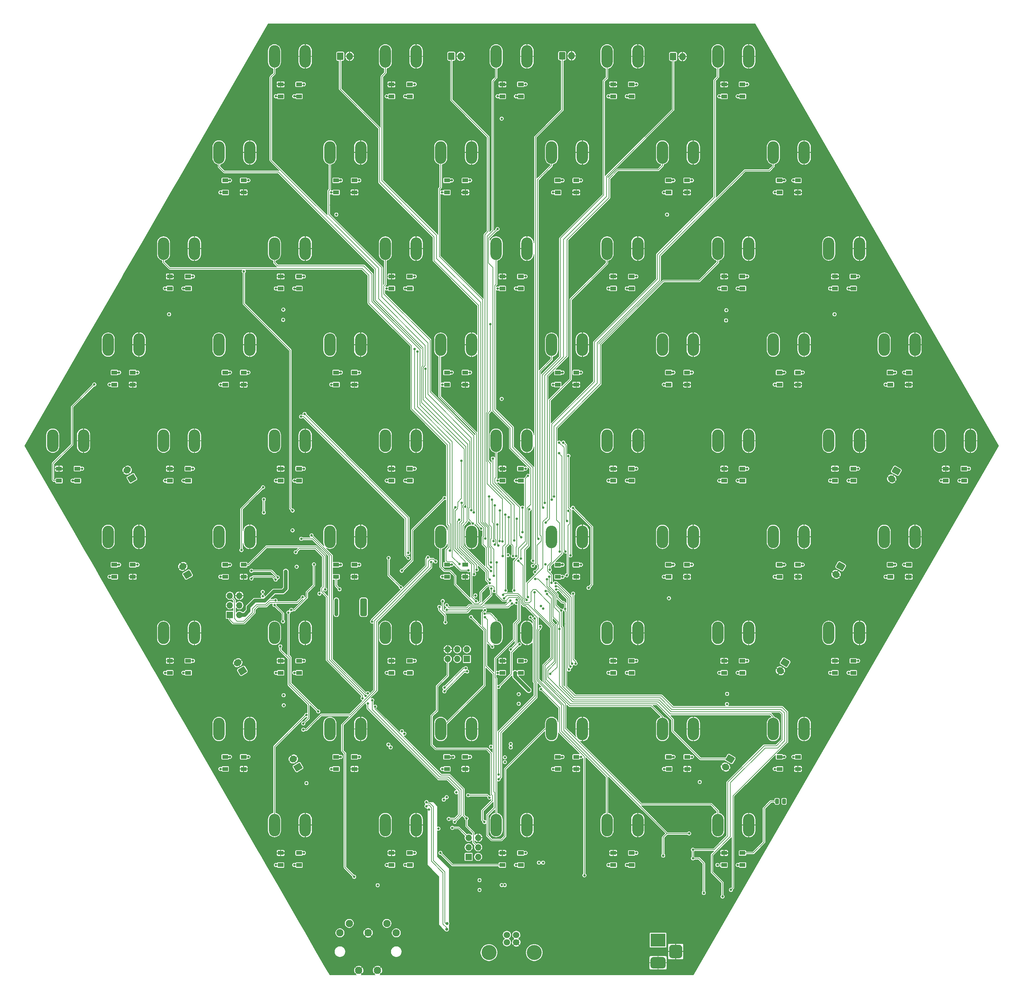
<source format=gbr>
G04 #@! TF.GenerationSoftware,KiCad,Pcbnew,(5.1.5)-3*
G04 #@! TF.CreationDate,2021-02-21T08:16:01-05:00*
G04 #@! TF.ProjectId,rainboard_newfighter,7261696e-626f-4617-9264-5f6e65776669,rev?*
G04 #@! TF.SameCoordinates,Original*
G04 #@! TF.FileFunction,Copper,L1,Top*
G04 #@! TF.FilePolarity,Positive*
%FSLAX46Y46*%
G04 Gerber Fmt 4.6, Leading zero omitted, Abs format (unit mm)*
G04 Created by KiCad (PCBNEW (5.1.5)-3) date 2021-02-21 08:16:01*
%MOMM*%
%LPD*%
G04 APERTURE LIST*
%ADD10C,0.100000*%
%ADD11O,3.000000X6.000000*%
%ADD12O,1.700000X1.700000*%
%ADD13R,1.700000X1.700000*%
%ADD14R,1.500000X1.000000*%
%ADD15R,4.000000X3.500000*%
%ADD16C,1.700000*%
%ADD17C,1.950000*%
%ADD18O,1.700000X2.000000*%
%ADD19C,4.000000*%
%ADD20C,1.700000*%
%ADD21C,0.635000*%
%ADD22C,0.800000*%
%ADD23C,0.200660*%
%ADD24C,1.016000*%
%ADD25C,0.381000*%
%ADD26C,0.508000*%
%ADD27C,0.203200*%
%ADD28C,0.200000*%
G04 APERTURE END LIST*
G04 #@! TA.AperFunction,SMDPad,CuDef*
D10*
G36*
X70903642Y-93785674D02*
G01*
X70927303Y-93789184D01*
X70950507Y-93794996D01*
X70973029Y-93803054D01*
X70994653Y-93813282D01*
X71015170Y-93825579D01*
X71034383Y-93839829D01*
X71052107Y-93855893D01*
X71068171Y-93873617D01*
X71082421Y-93892830D01*
X71094718Y-93913347D01*
X71104946Y-93934971D01*
X71113004Y-93957493D01*
X71118816Y-93980697D01*
X71122326Y-94004358D01*
X71123500Y-94028250D01*
X71123500Y-94940750D01*
X71122326Y-94964642D01*
X71118816Y-94988303D01*
X71113004Y-95011507D01*
X71104946Y-95034029D01*
X71094718Y-95055653D01*
X71082421Y-95076170D01*
X71068171Y-95095383D01*
X71052107Y-95113107D01*
X71034383Y-95129171D01*
X71015170Y-95143421D01*
X70994653Y-95155718D01*
X70973029Y-95165946D01*
X70950507Y-95174004D01*
X70927303Y-95179816D01*
X70903642Y-95183326D01*
X70879750Y-95184500D01*
X70392250Y-95184500D01*
X70368358Y-95183326D01*
X70344697Y-95179816D01*
X70321493Y-95174004D01*
X70298971Y-95165946D01*
X70277347Y-95155718D01*
X70256830Y-95143421D01*
X70237617Y-95129171D01*
X70219893Y-95113107D01*
X70203829Y-95095383D01*
X70189579Y-95076170D01*
X70177282Y-95055653D01*
X70167054Y-95034029D01*
X70158996Y-95011507D01*
X70153184Y-94988303D01*
X70149674Y-94964642D01*
X70148500Y-94940750D01*
X70148500Y-94028250D01*
X70149674Y-94004358D01*
X70153184Y-93980697D01*
X70158996Y-93957493D01*
X70167054Y-93934971D01*
X70177282Y-93913347D01*
X70189579Y-93892830D01*
X70203829Y-93873617D01*
X70219893Y-93855893D01*
X70237617Y-93839829D01*
X70256830Y-93825579D01*
X70277347Y-93813282D01*
X70298971Y-93803054D01*
X70321493Y-93794996D01*
X70344697Y-93789184D01*
X70368358Y-93785674D01*
X70392250Y-93784500D01*
X70879750Y-93784500D01*
X70903642Y-93785674D01*
G37*
G04 #@! TD.AperFunction*
G04 #@! TA.AperFunction,SMDPad,CuDef*
G36*
X72778642Y-93785674D02*
G01*
X72802303Y-93789184D01*
X72825507Y-93794996D01*
X72848029Y-93803054D01*
X72869653Y-93813282D01*
X72890170Y-93825579D01*
X72909383Y-93839829D01*
X72927107Y-93855893D01*
X72943171Y-93873617D01*
X72957421Y-93892830D01*
X72969718Y-93913347D01*
X72979946Y-93934971D01*
X72988004Y-93957493D01*
X72993816Y-93980697D01*
X72997326Y-94004358D01*
X72998500Y-94028250D01*
X72998500Y-94940750D01*
X72997326Y-94964642D01*
X72993816Y-94988303D01*
X72988004Y-95011507D01*
X72979946Y-95034029D01*
X72969718Y-95055653D01*
X72957421Y-95076170D01*
X72943171Y-95095383D01*
X72927107Y-95113107D01*
X72909383Y-95129171D01*
X72890170Y-95143421D01*
X72869653Y-95155718D01*
X72848029Y-95165946D01*
X72825507Y-95174004D01*
X72802303Y-95179816D01*
X72778642Y-95183326D01*
X72754750Y-95184500D01*
X72267250Y-95184500D01*
X72243358Y-95183326D01*
X72219697Y-95179816D01*
X72196493Y-95174004D01*
X72173971Y-95165946D01*
X72152347Y-95155718D01*
X72131830Y-95143421D01*
X72112617Y-95129171D01*
X72094893Y-95113107D01*
X72078829Y-95095383D01*
X72064579Y-95076170D01*
X72052282Y-95055653D01*
X72042054Y-95034029D01*
X72033996Y-95011507D01*
X72028184Y-94988303D01*
X72024674Y-94964642D01*
X72023500Y-94940750D01*
X72023500Y-94028250D01*
X72024674Y-94004358D01*
X72028184Y-93980697D01*
X72033996Y-93957493D01*
X72042054Y-93934971D01*
X72052282Y-93913347D01*
X72064579Y-93892830D01*
X72078829Y-93873617D01*
X72094893Y-93855893D01*
X72112617Y-93839829D01*
X72131830Y-93825579D01*
X72152347Y-93813282D01*
X72173971Y-93803054D01*
X72196493Y-93794996D01*
X72219697Y-93789184D01*
X72243358Y-93785674D01*
X72267250Y-93784500D01*
X72754750Y-93784500D01*
X72778642Y-93785674D01*
G37*
G04 #@! TD.AperFunction*
D11*
X-33596800Y-100780000D03*
X-25396800Y-100780000D03*
X-4100000Y-100780000D03*
X4100000Y-100780000D03*
X25396800Y-100780000D03*
X33596800Y-100780000D03*
X54893700Y-100780000D03*
X63093700Y-100780000D03*
X-48345200Y-75235000D03*
X-40145200Y-75235000D03*
X25396800Y52490000D03*
X33596800Y52490000D03*
X-4100000Y52490000D03*
X4100000Y52490000D03*
X-33596800Y52490000D03*
X-25396800Y52490000D03*
X-63093700Y52490000D03*
X-54893700Y52490000D03*
X-92590500Y52490000D03*
X-84390500Y52490000D03*
X69642100Y78035000D03*
X77842100Y78035000D03*
X40145200Y78035000D03*
X48345200Y78035000D03*
X10648400Y78035000D03*
X18848400Y78035000D03*
X-18848400Y78035000D03*
X-10648400Y78035000D03*
X-48345200Y78035000D03*
X-40145200Y78035000D03*
X-77842100Y78035000D03*
X-69642100Y78035000D03*
X54893700Y103580000D03*
X63093700Y103580000D03*
X-63093700Y-100780000D03*
X-54893700Y-100780000D03*
X69642100Y-75235000D03*
X77842100Y-75235000D03*
X40173500Y-75235000D03*
X48373500Y-75235000D03*
X10648400Y-75235000D03*
X18848400Y-75235000D03*
X-18848400Y-75235000D03*
X-10648400Y-75235000D03*
X-77842100Y-75235000D03*
X-69642100Y-75235000D03*
X84390500Y-49690000D03*
X92590500Y-49690000D03*
X54893700Y-49690000D03*
X63093700Y-49690000D03*
X25396800Y-49690000D03*
X33596800Y-49690000D03*
X-4100000Y-49690000D03*
X4100000Y-49690000D03*
X-33596800Y-49690000D03*
X-25396800Y-49690000D03*
X-63093700Y-49690000D03*
X-54893700Y-49690000D03*
X-92590500Y-49690000D03*
X-84390500Y-49690000D03*
X99139000Y-24145000D03*
X107339000Y-24145000D03*
X69642100Y-24145000D03*
X77842100Y-24145000D03*
X40145200Y-24145000D03*
X48345200Y-24145000D03*
X10648400Y-24145000D03*
X18848400Y-24145000D03*
X-18848400Y-24145000D03*
X-10648400Y-24145000D03*
X-48345200Y-24145000D03*
X-40145200Y-24145000D03*
X-77842100Y-24145000D03*
X-69642100Y-24145000D03*
X-107339000Y-24145000D03*
X-99139000Y-24145000D03*
X113887000Y1400000D03*
X122087000Y1400000D03*
X84390500Y1400000D03*
X92590500Y1400000D03*
X54893700Y1400000D03*
X63093700Y1400000D03*
X25396800Y1400000D03*
X33596800Y1400000D03*
X-4100000Y1400000D03*
X4100000Y1400000D03*
X-33596800Y1400000D03*
X-25396800Y1400000D03*
X-63093700Y1400000D03*
X-54893700Y1400000D03*
X-92590500Y1400000D03*
X-84390500Y1400000D03*
X-122087000Y1400000D03*
X-113887000Y1400000D03*
X99139000Y26945000D03*
X107339000Y26945000D03*
X69642100Y26945000D03*
X77842100Y26945000D03*
X40145200Y26945000D03*
X48345200Y26945000D03*
X10648400Y26945000D03*
X18848400Y26945000D03*
X-18848400Y26945000D03*
X-10648400Y26945000D03*
X-48345200Y26945000D03*
X-40145200Y26945000D03*
X-77842100Y26945000D03*
X-69642100Y26945000D03*
X-107339000Y26945000D03*
X-99139000Y26945000D03*
X84390500Y52490000D03*
X92590500Y52490000D03*
X54893700Y52490000D03*
X63093700Y52490000D03*
X25396800Y103580000D03*
X33596800Y103580000D03*
X-4100000Y103580000D03*
X4100000Y103580000D03*
X-33596800Y103580000D03*
X-25396800Y103580000D03*
X-63093700Y103580000D03*
X-54893700Y103580000D03*
D12*
X-16956500Y-54094500D03*
X-16956500Y-56634500D03*
X-14416500Y-54094500D03*
X-14416500Y-56634500D03*
X-11876500Y-54094500D03*
D13*
X-11876500Y-56634500D03*
D12*
X-72436500Y-39804500D03*
X-74976500Y-39804500D03*
X-72436500Y-42344500D03*
X-74976500Y-42344500D03*
X-72436500Y-44884500D03*
D13*
X-74976500Y-44884500D03*
D12*
X-8886500Y-104154500D03*
X-11426500Y-104154500D03*
X-8886500Y-106694500D03*
X-11426500Y-106694500D03*
X-8886500Y-109234500D03*
D13*
X-11426500Y-109234500D03*
D14*
X61443700Y-111400000D03*
X61443700Y-108200000D03*
X56543700Y-111400000D03*
X56543700Y-108200000D03*
X31946800Y-111400000D03*
X31946800Y-108200000D03*
X27046800Y-111400000D03*
X27046800Y-108200000D03*
X2450000Y-111400000D03*
X2450000Y-108200000D03*
X-2450000Y-111400000D03*
X-2450000Y-108200000D03*
X-27046800Y-111400000D03*
X-27046800Y-108200000D03*
X-31946800Y-111400000D03*
X-31946800Y-108200000D03*
X-56543700Y-111400000D03*
X-56543700Y-108200000D03*
X-61443700Y-111400000D03*
X-61443700Y-108200000D03*
X-76192100Y-82655000D03*
X-76192100Y-85855000D03*
X-71292100Y-82655000D03*
X-71292100Y-85855000D03*
X-46695200Y-82655000D03*
X-46695200Y-85855000D03*
X-41795200Y-82655000D03*
X-41795200Y-85855000D03*
X-17198400Y-82655000D03*
X-17198400Y-85855000D03*
X-12298400Y-82655000D03*
X-12298400Y-85855000D03*
X12298400Y-82655000D03*
X12298400Y-85855000D03*
X17198400Y-82655000D03*
X17198400Y-85855000D03*
X41823500Y-82655000D03*
X41823500Y-85855000D03*
X46723500Y-82655000D03*
X46723500Y-85855000D03*
X71292100Y-82655000D03*
X71292100Y-85855000D03*
X76192100Y-82655000D03*
X76192100Y-85855000D03*
X90940500Y-60310000D03*
X90940500Y-57110000D03*
X86040500Y-60310000D03*
X86040500Y-57110000D03*
X61443700Y-60310000D03*
X61443700Y-57110000D03*
X56543700Y-60310000D03*
X56543700Y-57110000D03*
X31946800Y-60310000D03*
X31946800Y-57110000D03*
X27046800Y-60310000D03*
X27046800Y-57110000D03*
X2450000Y-60310000D03*
X2450000Y-57110000D03*
X-2450000Y-60310000D03*
X-2450000Y-57110000D03*
X-27046800Y-60310000D03*
X-27046800Y-57110000D03*
X-31946800Y-60310000D03*
X-31946800Y-57110000D03*
X-56543700Y-60310000D03*
X-56543700Y-57110000D03*
X-61443700Y-60310000D03*
X-61443700Y-57110000D03*
X-86040500Y-60310000D03*
X-86040500Y-57110000D03*
X-90940500Y-60310000D03*
X-90940500Y-57110000D03*
X-105689000Y-31565000D03*
X-105689000Y-34765000D03*
X-100789000Y-31565000D03*
X-100789000Y-34765000D03*
X-76192100Y-31565000D03*
X-76192100Y-34765000D03*
X-71292100Y-31565000D03*
X-71292100Y-34765000D03*
X-46695200Y-31565000D03*
X-46695200Y-34765000D03*
X-41795200Y-31565000D03*
X-41795200Y-34765000D03*
X-17198400Y-31565000D03*
X-17198400Y-34765000D03*
X-12298400Y-31565000D03*
X-12298400Y-34765000D03*
X12298400Y-31565000D03*
X12298400Y-34765000D03*
X17198400Y-31565000D03*
X17198400Y-34765000D03*
X41795200Y-31565000D03*
X41795200Y-34765000D03*
X46695200Y-31565000D03*
X46695200Y-34765000D03*
X71292100Y-31565000D03*
X71292100Y-34765000D03*
X76192100Y-31565000D03*
X76192100Y-34765000D03*
X100789000Y-31565000D03*
X100789000Y-34765000D03*
X105689000Y-31565000D03*
X105689000Y-34765000D03*
X120437000Y-9220000D03*
X120437000Y-6020000D03*
X115537000Y-9220000D03*
X115537000Y-6020000D03*
X90940500Y-9220000D03*
X90940500Y-6020000D03*
X86040500Y-9220000D03*
X86040500Y-6020000D03*
X61443700Y-9220000D03*
X61443700Y-6020000D03*
X56543700Y-9220000D03*
X56543700Y-6020000D03*
X31946800Y-9220000D03*
X31946800Y-6020000D03*
X27046800Y-9220000D03*
X27046800Y-6020000D03*
X2450000Y-9220000D03*
X2450000Y-6020000D03*
X-2450000Y-9220000D03*
X-2450000Y-6020000D03*
X-27046800Y-9220000D03*
X-27046800Y-6020000D03*
X-31946800Y-9220000D03*
X-31946800Y-6020000D03*
X-56543700Y-9220000D03*
X-56543700Y-6020000D03*
X-61443700Y-9220000D03*
X-61443700Y-6020000D03*
X-86040500Y-9220000D03*
X-86040500Y-6020000D03*
X-90940500Y-9220000D03*
X-90940500Y-6020000D03*
X-115537000Y-9220000D03*
X-115537000Y-6020000D03*
X-120437000Y-9220000D03*
X-120437000Y-6020000D03*
X-105689000Y19525000D03*
X-105689000Y16325000D03*
X-100789000Y19525000D03*
X-100789000Y16325000D03*
X-76192100Y19525000D03*
X-76192100Y16325000D03*
X-71292100Y19525000D03*
X-71292100Y16325000D03*
X-46695200Y19525000D03*
X-46695200Y16325000D03*
X-41795200Y19525000D03*
X-41795200Y16325000D03*
X-17198400Y19525000D03*
X-17198400Y16325000D03*
X-12298400Y19525000D03*
X-12298400Y16325000D03*
X12298400Y19525000D03*
X12298400Y16325000D03*
X17198400Y19525000D03*
X17198400Y16325000D03*
X41795200Y19525000D03*
X41795200Y16325000D03*
X46695200Y19525000D03*
X46695200Y16325000D03*
X71292100Y19525000D03*
X71292100Y16325000D03*
X76192100Y19525000D03*
X76192100Y16325000D03*
X100789000Y19525000D03*
X100789000Y16325000D03*
X105689000Y19525000D03*
X105689000Y16325000D03*
X90940500Y41870000D03*
X90940500Y45070000D03*
X86040500Y41870000D03*
X86040500Y45070000D03*
X61443700Y41870000D03*
X61443700Y45070000D03*
X56543700Y41870000D03*
X56543700Y45070000D03*
X31946800Y41870000D03*
X31946800Y45070000D03*
X27046800Y41870000D03*
X27046800Y45070000D03*
X2450000Y41870000D03*
X2450000Y45070000D03*
X-2450000Y41870000D03*
X-2450000Y45070000D03*
X-27046800Y41870000D03*
X-27046800Y45070000D03*
X-31946800Y41870000D03*
X-31946800Y45070000D03*
X-56543700Y41870000D03*
X-56543700Y45070000D03*
X-61443700Y41870000D03*
X-61443700Y45070000D03*
X-86040500Y41870000D03*
X-86040500Y45070000D03*
X-90940500Y41870000D03*
X-90940500Y45070000D03*
X-76192100Y70615000D03*
X-76192100Y67415000D03*
X-71292100Y70615000D03*
X-71292100Y67415000D03*
X-46695200Y70615000D03*
X-46695200Y67415000D03*
X-41795200Y70615000D03*
X-41795200Y67415000D03*
X-17198400Y70615000D03*
X-17198400Y67415000D03*
X-12298400Y70615000D03*
X-12298400Y67415000D03*
X12298400Y70615000D03*
X12298400Y67415000D03*
X17198400Y70615000D03*
X17198400Y67415000D03*
X41795200Y70615000D03*
X41795200Y67415000D03*
X46695200Y70615000D03*
X46695200Y67415000D03*
X71292100Y70615000D03*
X71292100Y67415000D03*
X76192100Y70615000D03*
X76192100Y67415000D03*
X61443700Y92960000D03*
X61443700Y96160000D03*
X56543700Y92960000D03*
X56543700Y96160000D03*
X31946800Y92960000D03*
X31946800Y96160000D03*
X27046800Y92960000D03*
X27046800Y96160000D03*
X2450000Y92960000D03*
X2450000Y96160000D03*
X-2450000Y92960000D03*
X-2450000Y96160000D03*
X-27046800Y92960000D03*
X-27046800Y96160000D03*
X-31946800Y92960000D03*
X-31946800Y96160000D03*
X-56543700Y92960000D03*
X-56543700Y96160000D03*
X-61443700Y92960000D03*
X-61443700Y96160000D03*
D15*
X38973500Y-131384500D03*
G04 #@! TA.AperFunction,ComponentPad*
D10*
G36*
X40297013Y-135888111D02*
G01*
X40369818Y-135898911D01*
X40441214Y-135916795D01*
X40510513Y-135941590D01*
X40577048Y-135973059D01*
X40640178Y-136010898D01*
X40699295Y-136054742D01*
X40753830Y-136104170D01*
X40803258Y-136158705D01*
X40847102Y-136217822D01*
X40884941Y-136280952D01*
X40916410Y-136347487D01*
X40941205Y-136416786D01*
X40959089Y-136488182D01*
X40969889Y-136560987D01*
X40973500Y-136634500D01*
X40973500Y-138134500D01*
X40969889Y-138208013D01*
X40959089Y-138280818D01*
X40941205Y-138352214D01*
X40916410Y-138421513D01*
X40884941Y-138488048D01*
X40847102Y-138551178D01*
X40803258Y-138610295D01*
X40753830Y-138664830D01*
X40699295Y-138714258D01*
X40640178Y-138758102D01*
X40577048Y-138795941D01*
X40510513Y-138827410D01*
X40441214Y-138852205D01*
X40369818Y-138870089D01*
X40297013Y-138880889D01*
X40223500Y-138884500D01*
X37723500Y-138884500D01*
X37649987Y-138880889D01*
X37577182Y-138870089D01*
X37505786Y-138852205D01*
X37436487Y-138827410D01*
X37369952Y-138795941D01*
X37306822Y-138758102D01*
X37247705Y-138714258D01*
X37193170Y-138664830D01*
X37143742Y-138610295D01*
X37099898Y-138551178D01*
X37062059Y-138488048D01*
X37030590Y-138421513D01*
X37005795Y-138352214D01*
X36987911Y-138280818D01*
X36977111Y-138208013D01*
X36973500Y-138134500D01*
X36973500Y-136634500D01*
X36977111Y-136560987D01*
X36987911Y-136488182D01*
X37005795Y-136416786D01*
X37030590Y-136347487D01*
X37062059Y-136280952D01*
X37099898Y-136217822D01*
X37143742Y-136158705D01*
X37193170Y-136104170D01*
X37247705Y-136054742D01*
X37306822Y-136010898D01*
X37369952Y-135973059D01*
X37436487Y-135941590D01*
X37505786Y-135916795D01*
X37577182Y-135898911D01*
X37649987Y-135888111D01*
X37723500Y-135884500D01*
X40223500Y-135884500D01*
X40297013Y-135888111D01*
G37*
G04 #@! TD.AperFunction*
G04 #@! TA.AperFunction,ComponentPad*
G36*
X44634265Y-132613713D02*
G01*
X44719204Y-132626313D01*
X44802499Y-132647177D01*
X44883348Y-132676105D01*
X44960972Y-132712819D01*
X45034624Y-132756964D01*
X45103594Y-132808116D01*
X45167218Y-132865782D01*
X45224884Y-132929406D01*
X45276036Y-132998376D01*
X45320181Y-133072028D01*
X45356895Y-133149652D01*
X45385823Y-133230501D01*
X45406687Y-133313796D01*
X45419287Y-133398735D01*
X45423500Y-133484500D01*
X45423500Y-135284500D01*
X45419287Y-135370265D01*
X45406687Y-135455204D01*
X45385823Y-135538499D01*
X45356895Y-135619348D01*
X45320181Y-135696972D01*
X45276036Y-135770624D01*
X45224884Y-135839594D01*
X45167218Y-135903218D01*
X45103594Y-135960884D01*
X45034624Y-136012036D01*
X44960972Y-136056181D01*
X44883348Y-136092895D01*
X44802499Y-136121823D01*
X44719204Y-136142687D01*
X44634265Y-136155287D01*
X44548500Y-136159500D01*
X42798500Y-136159500D01*
X42712735Y-136155287D01*
X42627796Y-136142687D01*
X42544501Y-136121823D01*
X42463652Y-136092895D01*
X42386028Y-136056181D01*
X42312376Y-136012036D01*
X42243406Y-135960884D01*
X42179782Y-135903218D01*
X42122116Y-135839594D01*
X42070964Y-135770624D01*
X42026819Y-135696972D01*
X41990105Y-135619348D01*
X41961177Y-135538499D01*
X41940313Y-135455204D01*
X41927713Y-135370265D01*
X41923500Y-135284500D01*
X41923500Y-133484500D01*
X41927713Y-133398735D01*
X41940313Y-133313796D01*
X41961177Y-133230501D01*
X41990105Y-133149652D01*
X42026819Y-133072028D01*
X42070964Y-132998376D01*
X42122116Y-132929406D01*
X42179782Y-132865782D01*
X42243406Y-132808116D01*
X42312376Y-132756964D01*
X42386028Y-132712819D01*
X42463652Y-132676105D01*
X42544501Y-132647177D01*
X42627796Y-132626313D01*
X42712735Y-132613713D01*
X42798500Y-132609500D01*
X44548500Y-132609500D01*
X44634265Y-132613713D01*
G37*
G04 #@! TD.AperFunction*
D16*
X-58206404Y-83294436D02*
X-57946596Y-83144436D01*
G04 #@! TA.AperFunction,ComponentPad*
D10*
G36*
X-56460630Y-84240420D02*
G01*
X-56436257Y-84243224D01*
X-56412276Y-84248404D01*
X-56388918Y-84255909D01*
X-56366409Y-84265667D01*
X-56344964Y-84277584D01*
X-56324791Y-84291547D01*
X-56306083Y-84307419D01*
X-56289021Y-84325049D01*
X-56273769Y-84344266D01*
X-56260475Y-84364885D01*
X-55660475Y-85404115D01*
X-55649265Y-85425938D01*
X-55640248Y-85448755D01*
X-55633512Y-85472346D01*
X-55629120Y-85496483D01*
X-55627115Y-85520935D01*
X-55627516Y-85545466D01*
X-55630320Y-85569839D01*
X-55635500Y-85593820D01*
X-55643005Y-85617177D01*
X-55652763Y-85639687D01*
X-55664680Y-85661132D01*
X-55678643Y-85681305D01*
X-55694515Y-85700013D01*
X-55712145Y-85717075D01*
X-55731362Y-85732327D01*
X-55751981Y-85745621D01*
X-57051019Y-86495621D01*
X-57072842Y-86506831D01*
X-57095659Y-86515848D01*
X-57119250Y-86522584D01*
X-57143387Y-86526976D01*
X-57167839Y-86528981D01*
X-57192370Y-86528580D01*
X-57216743Y-86525776D01*
X-57240724Y-86520596D01*
X-57264082Y-86513091D01*
X-57286591Y-86503333D01*
X-57308036Y-86491416D01*
X-57328209Y-86477453D01*
X-57346917Y-86461581D01*
X-57363979Y-86443951D01*
X-57379231Y-86424734D01*
X-57392525Y-86404115D01*
X-57992525Y-85364885D01*
X-58003735Y-85343062D01*
X-58012752Y-85320245D01*
X-58019488Y-85296654D01*
X-58023880Y-85272517D01*
X-58025885Y-85248065D01*
X-58025484Y-85223534D01*
X-58022680Y-85199161D01*
X-58017500Y-85175180D01*
X-58009995Y-85151823D01*
X-58000237Y-85129313D01*
X-57988320Y-85107868D01*
X-57974357Y-85087695D01*
X-57958485Y-85068987D01*
X-57940855Y-85051925D01*
X-57921638Y-85036673D01*
X-57901019Y-85023379D01*
X-56601981Y-84273379D01*
X-56580158Y-84262169D01*
X-56557341Y-84253152D01*
X-56533750Y-84246416D01*
X-56509613Y-84242024D01*
X-56485161Y-84240019D01*
X-56460630Y-84240420D01*
G37*
G04 #@! TD.AperFunction*
D17*
X-38176500Y-129434500D03*
X-33176500Y-126934500D03*
X-30676500Y-129434500D03*
X-43176500Y-126934500D03*
X-45676500Y-129434500D03*
X-40676500Y-139434500D03*
X-35676500Y-139434500D03*
D16*
X-73006404Y-57694436D02*
X-72746596Y-57544436D01*
G04 #@! TA.AperFunction,ComponentPad*
D10*
G36*
X-71260630Y-58640420D02*
G01*
X-71236257Y-58643224D01*
X-71212276Y-58648404D01*
X-71188918Y-58655909D01*
X-71166409Y-58665667D01*
X-71144964Y-58677584D01*
X-71124791Y-58691547D01*
X-71106083Y-58707419D01*
X-71089021Y-58725049D01*
X-71073769Y-58744266D01*
X-71060475Y-58764885D01*
X-70460475Y-59804115D01*
X-70449265Y-59825938D01*
X-70440248Y-59848755D01*
X-70433512Y-59872346D01*
X-70429120Y-59896483D01*
X-70427115Y-59920935D01*
X-70427516Y-59945466D01*
X-70430320Y-59969839D01*
X-70435500Y-59993820D01*
X-70443005Y-60017177D01*
X-70452763Y-60039687D01*
X-70464680Y-60061132D01*
X-70478643Y-60081305D01*
X-70494515Y-60100013D01*
X-70512145Y-60117075D01*
X-70531362Y-60132327D01*
X-70551981Y-60145621D01*
X-71851019Y-60895621D01*
X-71872842Y-60906831D01*
X-71895659Y-60915848D01*
X-71919250Y-60922584D01*
X-71943387Y-60926976D01*
X-71967839Y-60928981D01*
X-71992370Y-60928580D01*
X-72016743Y-60925776D01*
X-72040724Y-60920596D01*
X-72064082Y-60913091D01*
X-72086591Y-60903333D01*
X-72108036Y-60891416D01*
X-72128209Y-60877453D01*
X-72146917Y-60861581D01*
X-72163979Y-60843951D01*
X-72179231Y-60824734D01*
X-72192525Y-60804115D01*
X-72792525Y-59764885D01*
X-72803735Y-59743062D01*
X-72812752Y-59720245D01*
X-72819488Y-59696654D01*
X-72823880Y-59672517D01*
X-72825885Y-59648065D01*
X-72825484Y-59623534D01*
X-72822680Y-59599161D01*
X-72817500Y-59575180D01*
X-72809995Y-59551823D01*
X-72800237Y-59529313D01*
X-72788320Y-59507868D01*
X-72774357Y-59487695D01*
X-72758485Y-59468987D01*
X-72740855Y-59451925D01*
X-72721638Y-59436673D01*
X-72701019Y-59423379D01*
X-71401981Y-58673379D01*
X-71380158Y-58662169D01*
X-71357341Y-58653152D01*
X-71333750Y-58646416D01*
X-71309613Y-58642024D01*
X-71285161Y-58640019D01*
X-71260630Y-58640420D01*
G37*
G04 #@! TD.AperFunction*
D16*
X-87606404Y-32094436D02*
X-87346596Y-31944436D01*
G04 #@! TA.AperFunction,ComponentPad*
D10*
G36*
X-85860630Y-33040420D02*
G01*
X-85836257Y-33043224D01*
X-85812276Y-33048404D01*
X-85788918Y-33055909D01*
X-85766409Y-33065667D01*
X-85744964Y-33077584D01*
X-85724791Y-33091547D01*
X-85706083Y-33107419D01*
X-85689021Y-33125049D01*
X-85673769Y-33144266D01*
X-85660475Y-33164885D01*
X-85060475Y-34204115D01*
X-85049265Y-34225938D01*
X-85040248Y-34248755D01*
X-85033512Y-34272346D01*
X-85029120Y-34296483D01*
X-85027115Y-34320935D01*
X-85027516Y-34345466D01*
X-85030320Y-34369839D01*
X-85035500Y-34393820D01*
X-85043005Y-34417177D01*
X-85052763Y-34439687D01*
X-85064680Y-34461132D01*
X-85078643Y-34481305D01*
X-85094515Y-34500013D01*
X-85112145Y-34517075D01*
X-85131362Y-34532327D01*
X-85151981Y-34545621D01*
X-86451019Y-35295621D01*
X-86472842Y-35306831D01*
X-86495659Y-35315848D01*
X-86519250Y-35322584D01*
X-86543387Y-35326976D01*
X-86567839Y-35328981D01*
X-86592370Y-35328580D01*
X-86616743Y-35325776D01*
X-86640724Y-35320596D01*
X-86664082Y-35313091D01*
X-86686591Y-35303333D01*
X-86708036Y-35291416D01*
X-86728209Y-35277453D01*
X-86746917Y-35261581D01*
X-86763979Y-35243951D01*
X-86779231Y-35224734D01*
X-86792525Y-35204115D01*
X-87392525Y-34164885D01*
X-87403735Y-34143062D01*
X-87412752Y-34120245D01*
X-87419488Y-34096654D01*
X-87423880Y-34072517D01*
X-87425885Y-34048065D01*
X-87425484Y-34023534D01*
X-87422680Y-33999161D01*
X-87417500Y-33975180D01*
X-87409995Y-33951823D01*
X-87400237Y-33929313D01*
X-87388320Y-33907868D01*
X-87374357Y-33887695D01*
X-87358485Y-33868987D01*
X-87340855Y-33851925D01*
X-87321638Y-33836673D01*
X-87301019Y-33823379D01*
X-86001981Y-33073379D01*
X-85980158Y-33062169D01*
X-85957341Y-33053152D01*
X-85933750Y-33046416D01*
X-85909613Y-33042024D01*
X-85885161Y-33040019D01*
X-85860630Y-33040420D01*
G37*
G04 #@! TD.AperFunction*
D16*
X-102406404Y-6494436D02*
X-102146596Y-6344436D01*
G04 #@! TA.AperFunction,ComponentPad*
D10*
G36*
X-100660630Y-7440420D02*
G01*
X-100636257Y-7443224D01*
X-100612276Y-7448404D01*
X-100588918Y-7455909D01*
X-100566409Y-7465667D01*
X-100544964Y-7477584D01*
X-100524791Y-7491547D01*
X-100506083Y-7507419D01*
X-100489021Y-7525049D01*
X-100473769Y-7544266D01*
X-100460475Y-7564885D01*
X-99860475Y-8604115D01*
X-99849265Y-8625938D01*
X-99840248Y-8648755D01*
X-99833512Y-8672346D01*
X-99829120Y-8696483D01*
X-99827115Y-8720935D01*
X-99827516Y-8745466D01*
X-99830320Y-8769839D01*
X-99835500Y-8793820D01*
X-99843005Y-8817177D01*
X-99852763Y-8839687D01*
X-99864680Y-8861132D01*
X-99878643Y-8881305D01*
X-99894515Y-8900013D01*
X-99912145Y-8917075D01*
X-99931362Y-8932327D01*
X-99951981Y-8945621D01*
X-101251019Y-9695621D01*
X-101272842Y-9706831D01*
X-101295659Y-9715848D01*
X-101319250Y-9722584D01*
X-101343387Y-9726976D01*
X-101367839Y-9728981D01*
X-101392370Y-9728580D01*
X-101416743Y-9725776D01*
X-101440724Y-9720596D01*
X-101464082Y-9713091D01*
X-101486591Y-9703333D01*
X-101508036Y-9691416D01*
X-101528209Y-9677453D01*
X-101546917Y-9661581D01*
X-101563979Y-9643951D01*
X-101579231Y-9624734D01*
X-101592525Y-9604115D01*
X-102192525Y-8564885D01*
X-102203735Y-8543062D01*
X-102212752Y-8520245D01*
X-102219488Y-8496654D01*
X-102223880Y-8472517D01*
X-102225885Y-8448065D01*
X-102225484Y-8423534D01*
X-102222680Y-8399161D01*
X-102217500Y-8375180D01*
X-102209995Y-8351823D01*
X-102200237Y-8329313D01*
X-102188320Y-8307868D01*
X-102174357Y-8287695D01*
X-102158485Y-8268987D01*
X-102140855Y-8251925D01*
X-102121638Y-8236673D01*
X-102101019Y-8223379D01*
X-100801981Y-7473379D01*
X-100780158Y-7462169D01*
X-100757341Y-7453152D01*
X-100733750Y-7446416D01*
X-100709613Y-7442024D01*
X-100685161Y-7440019D01*
X-100660630Y-7440420D01*
G37*
G04 #@! TD.AperFunction*
D16*
X57053404Y-85424564D02*
X56793596Y-85274564D01*
G04 #@! TA.AperFunction,ComponentPad*
D10*
G36*
X57856613Y-82042024D02*
G01*
X57880750Y-82046416D01*
X57904341Y-82053152D01*
X57927158Y-82062169D01*
X57948981Y-82073379D01*
X59248019Y-82823379D01*
X59268638Y-82836673D01*
X59287855Y-82851925D01*
X59305485Y-82868987D01*
X59321357Y-82887695D01*
X59335320Y-82907868D01*
X59347237Y-82929313D01*
X59356995Y-82951822D01*
X59364500Y-82975180D01*
X59369680Y-82999161D01*
X59372484Y-83023534D01*
X59372885Y-83048065D01*
X59370880Y-83072517D01*
X59366488Y-83096654D01*
X59359752Y-83120245D01*
X59350735Y-83143062D01*
X59339525Y-83164885D01*
X58739525Y-84204115D01*
X58726231Y-84224734D01*
X58710979Y-84243951D01*
X58693917Y-84261581D01*
X58675209Y-84277453D01*
X58655036Y-84291416D01*
X58633591Y-84303333D01*
X58611081Y-84313091D01*
X58587724Y-84320596D01*
X58563743Y-84325776D01*
X58539370Y-84328580D01*
X58514839Y-84328981D01*
X58490387Y-84326976D01*
X58466250Y-84322584D01*
X58442659Y-84315848D01*
X58419842Y-84306831D01*
X58398019Y-84295621D01*
X57098981Y-83545621D01*
X57078362Y-83532327D01*
X57059145Y-83517075D01*
X57041515Y-83500013D01*
X57025643Y-83481305D01*
X57011680Y-83461132D01*
X56999763Y-83439687D01*
X56990005Y-83417178D01*
X56982500Y-83393820D01*
X56977320Y-83369839D01*
X56974516Y-83345466D01*
X56974115Y-83320935D01*
X56976120Y-83296483D01*
X56980512Y-83272346D01*
X56987248Y-83248755D01*
X56996265Y-83225938D01*
X57007475Y-83204115D01*
X57607475Y-82164885D01*
X57620769Y-82144266D01*
X57636021Y-82125049D01*
X57653083Y-82107419D01*
X57671791Y-82091547D01*
X57691964Y-82077584D01*
X57713409Y-82065667D01*
X57735919Y-82055909D01*
X57759276Y-82048404D01*
X57783257Y-82043224D01*
X57807630Y-82040420D01*
X57832161Y-82040019D01*
X57856613Y-82042024D01*
G37*
G04 #@! TD.AperFunction*
D16*
X71653404Y-59824564D02*
X71393596Y-59674564D01*
G04 #@! TA.AperFunction,ComponentPad*
D10*
G36*
X72456613Y-56442024D02*
G01*
X72480750Y-56446416D01*
X72504341Y-56453152D01*
X72527158Y-56462169D01*
X72548981Y-56473379D01*
X73848019Y-57223379D01*
X73868638Y-57236673D01*
X73887855Y-57251925D01*
X73905485Y-57268987D01*
X73921357Y-57287695D01*
X73935320Y-57307868D01*
X73947237Y-57329313D01*
X73956995Y-57351822D01*
X73964500Y-57375180D01*
X73969680Y-57399161D01*
X73972484Y-57423534D01*
X73972885Y-57448065D01*
X73970880Y-57472517D01*
X73966488Y-57496654D01*
X73959752Y-57520245D01*
X73950735Y-57543062D01*
X73939525Y-57564885D01*
X73339525Y-58604115D01*
X73326231Y-58624734D01*
X73310979Y-58643951D01*
X73293917Y-58661581D01*
X73275209Y-58677453D01*
X73255036Y-58691416D01*
X73233591Y-58703333D01*
X73211081Y-58713091D01*
X73187724Y-58720596D01*
X73163743Y-58725776D01*
X73139370Y-58728580D01*
X73114839Y-58728981D01*
X73090387Y-58726976D01*
X73066250Y-58722584D01*
X73042659Y-58715848D01*
X73019842Y-58706831D01*
X72998019Y-58695621D01*
X71698981Y-57945621D01*
X71678362Y-57932327D01*
X71659145Y-57917075D01*
X71641515Y-57900013D01*
X71625643Y-57881305D01*
X71611680Y-57861132D01*
X71599763Y-57839687D01*
X71590005Y-57817178D01*
X71582500Y-57793820D01*
X71577320Y-57769839D01*
X71574516Y-57745466D01*
X71574115Y-57720935D01*
X71576120Y-57696483D01*
X71580512Y-57672346D01*
X71587248Y-57648755D01*
X71596265Y-57625938D01*
X71607475Y-57604115D01*
X72207475Y-56564885D01*
X72220769Y-56544266D01*
X72236021Y-56525049D01*
X72253083Y-56507419D01*
X72271791Y-56491547D01*
X72291964Y-56477584D01*
X72313409Y-56465667D01*
X72335919Y-56455909D01*
X72359276Y-56448404D01*
X72383257Y-56443224D01*
X72407630Y-56440420D01*
X72432161Y-56440019D01*
X72456613Y-56442024D01*
G37*
G04 #@! TD.AperFunction*
D16*
X86453404Y-34224564D02*
X86193596Y-34074564D01*
G04 #@! TA.AperFunction,ComponentPad*
D10*
G36*
X87256613Y-30842024D02*
G01*
X87280750Y-30846416D01*
X87304341Y-30853152D01*
X87327158Y-30862169D01*
X87348981Y-30873379D01*
X88648019Y-31623379D01*
X88668638Y-31636673D01*
X88687855Y-31651925D01*
X88705485Y-31668987D01*
X88721357Y-31687695D01*
X88735320Y-31707868D01*
X88747237Y-31729313D01*
X88756995Y-31751822D01*
X88764500Y-31775180D01*
X88769680Y-31799161D01*
X88772484Y-31823534D01*
X88772885Y-31848065D01*
X88770880Y-31872517D01*
X88766488Y-31896654D01*
X88759752Y-31920245D01*
X88750735Y-31943062D01*
X88739525Y-31964885D01*
X88139525Y-33004115D01*
X88126231Y-33024734D01*
X88110979Y-33043951D01*
X88093917Y-33061581D01*
X88075209Y-33077453D01*
X88055036Y-33091416D01*
X88033591Y-33103333D01*
X88011081Y-33113091D01*
X87987724Y-33120596D01*
X87963743Y-33125776D01*
X87939370Y-33128580D01*
X87914839Y-33128981D01*
X87890387Y-33126976D01*
X87866250Y-33122584D01*
X87842659Y-33115848D01*
X87819842Y-33106831D01*
X87798019Y-33095621D01*
X86498981Y-32345621D01*
X86478362Y-32332327D01*
X86459145Y-32317075D01*
X86441515Y-32300013D01*
X86425643Y-32281305D01*
X86411680Y-32261132D01*
X86399763Y-32239687D01*
X86390005Y-32217178D01*
X86382500Y-32193820D01*
X86377320Y-32169839D01*
X86374516Y-32145466D01*
X86374115Y-32120935D01*
X86376120Y-32096483D01*
X86380512Y-32072346D01*
X86387248Y-32048755D01*
X86396265Y-32025938D01*
X86407475Y-32004115D01*
X87007475Y-30964885D01*
X87020769Y-30944266D01*
X87036021Y-30925049D01*
X87053083Y-30907419D01*
X87071791Y-30891547D01*
X87091964Y-30877584D01*
X87113409Y-30865667D01*
X87135919Y-30855909D01*
X87159276Y-30848404D01*
X87183257Y-30843224D01*
X87207630Y-30840420D01*
X87232161Y-30840019D01*
X87256613Y-30842024D01*
G37*
G04 #@! TD.AperFunction*
D16*
X101253404Y-8824564D02*
X100993596Y-8674564D01*
G04 #@! TA.AperFunction,ComponentPad*
D10*
G36*
X102056613Y-5442024D02*
G01*
X102080750Y-5446416D01*
X102104341Y-5453152D01*
X102127158Y-5462169D01*
X102148981Y-5473379D01*
X103448019Y-6223379D01*
X103468638Y-6236673D01*
X103487855Y-6251925D01*
X103505485Y-6268987D01*
X103521357Y-6287695D01*
X103535320Y-6307868D01*
X103547237Y-6329313D01*
X103556995Y-6351822D01*
X103564500Y-6375180D01*
X103569680Y-6399161D01*
X103572484Y-6423534D01*
X103572885Y-6448065D01*
X103570880Y-6472517D01*
X103566488Y-6496654D01*
X103559752Y-6520245D01*
X103550735Y-6543062D01*
X103539525Y-6564885D01*
X102939525Y-7604115D01*
X102926231Y-7624734D01*
X102910979Y-7643951D01*
X102893917Y-7661581D01*
X102875209Y-7677453D01*
X102855036Y-7691416D01*
X102833591Y-7703333D01*
X102811081Y-7713091D01*
X102787724Y-7720596D01*
X102763743Y-7725776D01*
X102739370Y-7728580D01*
X102714839Y-7728981D01*
X102690387Y-7726976D01*
X102666250Y-7722584D01*
X102642659Y-7715848D01*
X102619842Y-7706831D01*
X102598019Y-7695621D01*
X101298981Y-6945621D01*
X101278362Y-6932327D01*
X101259145Y-6917075D01*
X101241515Y-6900013D01*
X101225643Y-6881305D01*
X101211680Y-6861132D01*
X101199763Y-6839687D01*
X101190005Y-6817178D01*
X101182500Y-6793820D01*
X101177320Y-6769839D01*
X101174516Y-6745466D01*
X101174115Y-6720935D01*
X101176120Y-6696483D01*
X101180512Y-6672346D01*
X101187248Y-6648755D01*
X101196265Y-6625938D01*
X101207475Y-6604115D01*
X101807475Y-5564885D01*
X101820769Y-5544266D01*
X101836021Y-5525049D01*
X101853083Y-5507419D01*
X101871791Y-5491547D01*
X101891964Y-5477584D01*
X101913409Y-5465667D01*
X101935919Y-5455909D01*
X101959276Y-5448404D01*
X101983257Y-5443224D01*
X102007630Y-5440420D01*
X102032161Y-5440019D01*
X102056613Y-5442024D01*
G37*
G04 #@! TD.AperFunction*
D18*
X-43101500Y103615500D03*
G04 #@! TA.AperFunction,ComponentPad*
D10*
G36*
X-44976996Y104614296D02*
G01*
X-44952727Y104610696D01*
X-44928929Y104604735D01*
X-44905829Y104596470D01*
X-44883651Y104585980D01*
X-44862607Y104573367D01*
X-44842902Y104558753D01*
X-44824723Y104542277D01*
X-44808247Y104524098D01*
X-44793633Y104504393D01*
X-44781020Y104483349D01*
X-44770530Y104461171D01*
X-44762265Y104438071D01*
X-44756304Y104414273D01*
X-44752704Y104390004D01*
X-44751500Y104365500D01*
X-44751500Y102865500D01*
X-44752704Y102840996D01*
X-44756304Y102816727D01*
X-44762265Y102792929D01*
X-44770530Y102769829D01*
X-44781020Y102747651D01*
X-44793633Y102726607D01*
X-44808247Y102706902D01*
X-44824723Y102688723D01*
X-44842902Y102672247D01*
X-44862607Y102657633D01*
X-44883651Y102645020D01*
X-44905829Y102634530D01*
X-44928929Y102626265D01*
X-44952727Y102620304D01*
X-44976996Y102616704D01*
X-45001500Y102615500D01*
X-46201500Y102615500D01*
X-46226004Y102616704D01*
X-46250273Y102620304D01*
X-46274071Y102626265D01*
X-46297171Y102634530D01*
X-46319349Y102645020D01*
X-46340393Y102657633D01*
X-46360098Y102672247D01*
X-46378277Y102688723D01*
X-46394753Y102706902D01*
X-46409367Y102726607D01*
X-46421980Y102747651D01*
X-46432470Y102769829D01*
X-46440735Y102792929D01*
X-46446696Y102816727D01*
X-46450296Y102840996D01*
X-46451500Y102865500D01*
X-46451500Y104365500D01*
X-46450296Y104390004D01*
X-46446696Y104414273D01*
X-46440735Y104438071D01*
X-46432470Y104461171D01*
X-46421980Y104483349D01*
X-46409367Y104504393D01*
X-46394753Y104524098D01*
X-46378277Y104542277D01*
X-46360098Y104558753D01*
X-46340393Y104573367D01*
X-46319349Y104585980D01*
X-46297171Y104596470D01*
X-46274071Y104604735D01*
X-46250273Y104610696D01*
X-46226004Y104614296D01*
X-46201500Y104615500D01*
X-45001500Y104615500D01*
X-44976996Y104614296D01*
G37*
G04 #@! TD.AperFunction*
D18*
X-13526500Y103615500D03*
G04 #@! TA.AperFunction,ComponentPad*
D10*
G36*
X-15401996Y104614296D02*
G01*
X-15377727Y104610696D01*
X-15353929Y104604735D01*
X-15330829Y104596470D01*
X-15308651Y104585980D01*
X-15287607Y104573367D01*
X-15267902Y104558753D01*
X-15249723Y104542277D01*
X-15233247Y104524098D01*
X-15218633Y104504393D01*
X-15206020Y104483349D01*
X-15195530Y104461171D01*
X-15187265Y104438071D01*
X-15181304Y104414273D01*
X-15177704Y104390004D01*
X-15176500Y104365500D01*
X-15176500Y102865500D01*
X-15177704Y102840996D01*
X-15181304Y102816727D01*
X-15187265Y102792929D01*
X-15195530Y102769829D01*
X-15206020Y102747651D01*
X-15218633Y102726607D01*
X-15233247Y102706902D01*
X-15249723Y102688723D01*
X-15267902Y102672247D01*
X-15287607Y102657633D01*
X-15308651Y102645020D01*
X-15330829Y102634530D01*
X-15353929Y102626265D01*
X-15377727Y102620304D01*
X-15401996Y102616704D01*
X-15426500Y102615500D01*
X-16626500Y102615500D01*
X-16651004Y102616704D01*
X-16675273Y102620304D01*
X-16699071Y102626265D01*
X-16722171Y102634530D01*
X-16744349Y102645020D01*
X-16765393Y102657633D01*
X-16785098Y102672247D01*
X-16803277Y102688723D01*
X-16819753Y102706902D01*
X-16834367Y102726607D01*
X-16846980Y102747651D01*
X-16857470Y102769829D01*
X-16865735Y102792929D01*
X-16871696Y102816727D01*
X-16875296Y102840996D01*
X-16876500Y102865500D01*
X-16876500Y104365500D01*
X-16875296Y104390004D01*
X-16871696Y104414273D01*
X-16865735Y104438071D01*
X-16857470Y104461171D01*
X-16846980Y104483349D01*
X-16834367Y104504393D01*
X-16819753Y104524098D01*
X-16803277Y104542277D01*
X-16785098Y104558753D01*
X-16765393Y104573367D01*
X-16744349Y104585980D01*
X-16722171Y104596470D01*
X-16699071Y104604735D01*
X-16675273Y104610696D01*
X-16651004Y104614296D01*
X-16626500Y104615500D01*
X-15426500Y104615500D01*
X-15401996Y104614296D01*
G37*
G04 #@! TD.AperFunction*
D18*
X15973500Y103740500D03*
G04 #@! TA.AperFunction,ComponentPad*
D10*
G36*
X14098004Y104739296D02*
G01*
X14122273Y104735696D01*
X14146071Y104729735D01*
X14169171Y104721470D01*
X14191349Y104710980D01*
X14212393Y104698367D01*
X14232098Y104683753D01*
X14250277Y104667277D01*
X14266753Y104649098D01*
X14281367Y104629393D01*
X14293980Y104608349D01*
X14304470Y104586171D01*
X14312735Y104563071D01*
X14318696Y104539273D01*
X14322296Y104515004D01*
X14323500Y104490500D01*
X14323500Y102990500D01*
X14322296Y102965996D01*
X14318696Y102941727D01*
X14312735Y102917929D01*
X14304470Y102894829D01*
X14293980Y102872651D01*
X14281367Y102851607D01*
X14266753Y102831902D01*
X14250277Y102813723D01*
X14232098Y102797247D01*
X14212393Y102782633D01*
X14191349Y102770020D01*
X14169171Y102759530D01*
X14146071Y102751265D01*
X14122273Y102745304D01*
X14098004Y102741704D01*
X14073500Y102740500D01*
X12873500Y102740500D01*
X12848996Y102741704D01*
X12824727Y102745304D01*
X12800929Y102751265D01*
X12777829Y102759530D01*
X12755651Y102770020D01*
X12734607Y102782633D01*
X12714902Y102797247D01*
X12696723Y102813723D01*
X12680247Y102831902D01*
X12665633Y102851607D01*
X12653020Y102872651D01*
X12642530Y102894829D01*
X12634265Y102917929D01*
X12628304Y102941727D01*
X12624704Y102965996D01*
X12623500Y102990500D01*
X12623500Y104490500D01*
X12624704Y104515004D01*
X12628304Y104539273D01*
X12634265Y104563071D01*
X12642530Y104586171D01*
X12653020Y104608349D01*
X12665633Y104629393D01*
X12680247Y104649098D01*
X12696723Y104667277D01*
X12714902Y104683753D01*
X12734607Y104698367D01*
X12755651Y104710980D01*
X12777829Y104721470D01*
X12800929Y104729735D01*
X12824727Y104735696D01*
X12848996Y104739296D01*
X12873500Y104740500D01*
X14073500Y104740500D01*
X14098004Y104739296D01*
G37*
G04 #@! TD.AperFunction*
D18*
X45473500Y103540500D03*
G04 #@! TA.AperFunction,ComponentPad*
D10*
G36*
X43598004Y104539296D02*
G01*
X43622273Y104535696D01*
X43646071Y104529735D01*
X43669171Y104521470D01*
X43691349Y104510980D01*
X43712393Y104498367D01*
X43732098Y104483753D01*
X43750277Y104467277D01*
X43766753Y104449098D01*
X43781367Y104429393D01*
X43793980Y104408349D01*
X43804470Y104386171D01*
X43812735Y104363071D01*
X43818696Y104339273D01*
X43822296Y104315004D01*
X43823500Y104290500D01*
X43823500Y102790500D01*
X43822296Y102765996D01*
X43818696Y102741727D01*
X43812735Y102717929D01*
X43804470Y102694829D01*
X43793980Y102672651D01*
X43781367Y102651607D01*
X43766753Y102631902D01*
X43750277Y102613723D01*
X43732098Y102597247D01*
X43712393Y102582633D01*
X43691349Y102570020D01*
X43669171Y102559530D01*
X43646071Y102551265D01*
X43622273Y102545304D01*
X43598004Y102541704D01*
X43573500Y102540500D01*
X42373500Y102540500D01*
X42348996Y102541704D01*
X42324727Y102545304D01*
X42300929Y102551265D01*
X42277829Y102559530D01*
X42255651Y102570020D01*
X42234607Y102582633D01*
X42214902Y102597247D01*
X42196723Y102613723D01*
X42180247Y102631902D01*
X42165633Y102651607D01*
X42153020Y102672651D01*
X42142530Y102694829D01*
X42134265Y102717929D01*
X42128304Y102741727D01*
X42124704Y102765996D01*
X42123500Y102790500D01*
X42123500Y104290500D01*
X42124704Y104315004D01*
X42128304Y104339273D01*
X42134265Y104363071D01*
X42142530Y104386171D01*
X42153020Y104408349D01*
X42165633Y104429393D01*
X42180247Y104449098D01*
X42196723Y104467277D01*
X42214902Y104483753D01*
X42234607Y104498367D01*
X42255651Y104510980D01*
X42277829Y104521470D01*
X42300929Y104529735D01*
X42324727Y104535696D01*
X42348996Y104539296D01*
X42373500Y104540500D01*
X43573500Y104540500D01*
X43598004Y104539296D01*
G37*
G04 #@! TD.AperFunction*
D19*
X6020000Y-134694500D03*
X-6020000Y-134694500D03*
D20*
X-1250000Y-131984500D03*
X-1250000Y-129984500D03*
X1250000Y-131984500D03*
X1250000Y-129984500D03*
D21*
X9427860Y-35437494D03*
X13223500Y-43734500D03*
X10023500Y-34734500D03*
X14273500Y-43334500D03*
X-21426500Y-30834496D03*
X-41876500Y-114534500D03*
X7645390Y-48034500D03*
X56134000Y-119786400D03*
X58369200Y-118008400D03*
X47244000Y-103022400D03*
X40335200Y-108915200D03*
X6273500Y-35384500D03*
X12688624Y-48684500D03*
X48260000Y-107340400D03*
X48260000Y-109626400D03*
X51155600Y-118821200D03*
X-9626500Y-39734500D03*
X-17276500Y-93375772D03*
X-14726500Y-92034500D03*
X-926500Y-29034500D03*
X8973500Y-31484500D03*
X1264772Y-41703566D03*
X-66126500Y-10984500D03*
X-61526500Y-53284500D03*
X-57186738Y-32094738D03*
X-51126500Y-39284500D03*
X-35626500Y-116784500D03*
X-60076500Y-33384500D03*
X-226500Y-80134500D03*
X-226500Y-79234500D03*
X-8526500Y-115434500D03*
X-8526500Y-118034500D03*
X-19476500Y-101734500D03*
X-55426500Y-73784500D03*
X-71876500Y-27684500D03*
X1923500Y-65984500D03*
X1923500Y-68534500D03*
X7773500Y-42584500D03*
X8373500Y-43184500D03*
X18223500Y-42384500D03*
X18223500Y-47634500D03*
X67973500Y-91984500D03*
X61973500Y-91984500D03*
X55973500Y-91984500D03*
X49973500Y-91984500D03*
X43973500Y-91984500D03*
X37973500Y-91984500D03*
X31973500Y-87984500D03*
X23973500Y-91984500D03*
X15773500Y-91984500D03*
X8173500Y-91984500D03*
X1973500Y-91984500D03*
X15973500Y-97984500D03*
X15973500Y-104184500D03*
X17973500Y-109984500D03*
X43973500Y-97984500D03*
X45973500Y-103984500D03*
X35973500Y-117984500D03*
X29973500Y-117984500D03*
X23973500Y-117984500D03*
X23973500Y-123984500D03*
X29973500Y-124184500D03*
X35973500Y-124184500D03*
X-22718900Y-116035300D03*
X-22718900Y-122035300D03*
X-22718900Y-128035300D03*
X-22718900Y-134035300D03*
X-26026500Y-133984500D03*
X-26026500Y-127984500D03*
X-26026500Y-121984500D03*
X-26026500Y-115984500D03*
X-54026500Y-117984500D03*
X-66026500Y-89984500D03*
X-58026500Y-91984500D03*
X-42026500Y-89984500D03*
X-35826500Y-89984500D03*
X-30026500Y-89984500D03*
X-24026500Y-89984500D03*
X-42026500Y-96184500D03*
X-42026500Y-103984500D03*
X-20026500Y-11984500D03*
X-25826500Y-11984500D03*
X-32026500Y-11984500D03*
X-38026500Y-11984500D03*
X-44026500Y-11984500D03*
X-50026500Y-11984500D03*
X-56026500Y-11984500D03*
X-62026500Y-11984500D03*
X-32026500Y-17984500D03*
X-30026500Y-23984500D03*
X-74026500Y-11984500D03*
X-79826500Y-11984500D03*
X-86026500Y-11984500D03*
X-92026500Y-11984500D03*
X-98026500Y-11984500D03*
X-104026500Y-11984500D03*
X-110026500Y-12184500D03*
X-116226500Y-12184500D03*
X-88026500Y-17984500D03*
X-88026500Y-23984500D03*
X-80026500Y-39984500D03*
X-86026500Y-39984500D03*
X-92026500Y-39984500D03*
X-35826500Y90015500D03*
X-42026500Y90015500D03*
X-48026500Y90015500D03*
X-54026500Y90015500D03*
X-60026500Y90015500D03*
X-66026500Y90015500D03*
X-72026500Y90015500D03*
X-42026500Y64015500D03*
X-48026500Y64015500D03*
X-56026500Y64015500D03*
X-62026500Y64015500D03*
X-67826500Y64015500D03*
X-74026500Y64015500D03*
X-80026500Y64015500D03*
X-74026500Y58015500D03*
X-74026500Y52015500D03*
X-74026500Y46015500D03*
X-74026500Y40015500D03*
X-78026500Y38015500D03*
X-84026500Y38015500D03*
X-90026500Y38015500D03*
X-30026500Y22015500D03*
X-27826500Y12015500D03*
X-34026500Y12015500D03*
X-40026500Y12015500D03*
X-46026500Y12015500D03*
X-52026500Y12015500D03*
X-58026500Y12015500D03*
X-64026500Y12015500D03*
X-70026500Y12015500D03*
X-76026500Y12015500D03*
X-82026500Y12015500D03*
X-88026500Y12015500D03*
X-94026500Y12015500D03*
X-87826500Y30015500D03*
X-88026500Y24015500D03*
X-86026500Y18015500D03*
X-58026500Y28015500D03*
X-56026500Y22215500D03*
X-100026500Y12015500D03*
X-106026500Y12015500D03*
X-112026500Y12015500D03*
X-104026500Y6215500D03*
X-104026500Y15500D03*
X-74026500Y6015500D03*
X-74026500Y15500D03*
X-70026500Y-5984500D03*
X-44026500Y6015500D03*
X-44026500Y15500D03*
X-46026500Y-3984500D03*
X-96026500Y38015500D03*
X-68026500Y38015500D03*
X-62026500Y38015500D03*
X-56026500Y38015500D03*
X-50026500Y38015500D03*
X-44026500Y38015500D03*
X-30026500Y38015500D03*
X-18026500Y38015500D03*
X-12026500Y37815500D03*
X-24026500Y38015500D03*
X-2226500Y37815500D03*
X3973500Y37815500D03*
X9973500Y37815500D03*
X17773500Y37815500D03*
X24173500Y37815500D03*
X30173500Y37815500D03*
X17773500Y43815500D03*
X17773500Y50015500D03*
X17773500Y56015500D03*
X-14026500Y58015500D03*
X-14026500Y52015500D03*
X-26500Y30015500D03*
X173500Y23815500D03*
X173500Y16015500D03*
X29973500Y30015500D03*
X29973500Y24015500D03*
X45973500Y54015500D03*
X45973500Y48015500D03*
X41973500Y42015500D03*
X-44026500Y52015500D03*
X-44026500Y46015500D03*
X73973500Y56015500D03*
X73973500Y49815500D03*
X73973500Y44015500D03*
X99973500Y38015500D03*
X93973500Y38015500D03*
X88173500Y38015500D03*
X81973500Y38015500D03*
X75973500Y38015500D03*
X69973500Y38015500D03*
X63973500Y38015500D03*
X57973500Y38015500D03*
X51973500Y38015500D03*
X45973500Y38015500D03*
X39973500Y38015500D03*
X13973500Y12015500D03*
X21973500Y12015500D03*
X27973500Y12015500D03*
X33973500Y12015500D03*
X39973500Y12015500D03*
X45973500Y12015500D03*
X51973500Y12015500D03*
X57973500Y12015500D03*
X63973500Y12015500D03*
X59973500Y30015500D03*
X59973500Y24015500D03*
X59973500Y17815500D03*
X69973500Y12015500D03*
X75973500Y12015500D03*
X81973500Y12015500D03*
X87973500Y12015500D03*
X93973500Y12015500D03*
X99973500Y12015500D03*
X105973500Y12015500D03*
X111973500Y12015500D03*
X103973500Y8015500D03*
X103973500Y2015500D03*
X73773500Y7815500D03*
X73973500Y2015500D03*
X73973500Y-5984500D03*
X107973500Y-13984500D03*
X101973500Y-13984500D03*
X95973500Y-13984500D03*
X89973500Y-13984500D03*
X83973500Y-13984500D03*
X77973500Y-13984500D03*
X71973500Y-13984500D03*
X65973500Y-13984500D03*
X60173500Y-13984500D03*
X53973500Y-13984500D03*
X47973500Y-13984500D03*
X41973500Y-13984500D03*
X35973500Y-13984500D03*
X29973500Y-13984500D03*
X23973500Y-13984500D03*
X17973500Y-13984500D03*
X43773500Y8015500D03*
X43973500Y2015500D03*
X45973500Y-5984500D03*
X17773500Y-5984500D03*
X17973500Y15500D03*
X17973500Y6015500D03*
X29973500Y-19984500D03*
X29973500Y-26184500D03*
X29973500Y-31984500D03*
X59973500Y-21984500D03*
X59973500Y-27984500D03*
X88173500Y-21984500D03*
X90173500Y-28184500D03*
X97973500Y-39984500D03*
X91973500Y-39984500D03*
X85973500Y-39984500D03*
X79973500Y-39984500D03*
X73973500Y-39984500D03*
X67973500Y-39984500D03*
X61973500Y-39984500D03*
X55973500Y-39984500D03*
X49973500Y-39984500D03*
X37973500Y-39984500D03*
X31973500Y-39984500D03*
X25973500Y-39984500D03*
X43973500Y-45984500D03*
X43973500Y-51984500D03*
X73973500Y-45984500D03*
X73973500Y-51984500D03*
X79973500Y-63984500D03*
X73973500Y-63984500D03*
X67973500Y-63984500D03*
X61973500Y-63984500D03*
X55973500Y-63984500D03*
X49973500Y-63984500D03*
X43973500Y-63984500D03*
X37973500Y-63984500D03*
X31973500Y-63984500D03*
X25973500Y-63984500D03*
X19973500Y-63984500D03*
X29973500Y-69984500D03*
X29973500Y-75984500D03*
X29973500Y-81984500D03*
X59973500Y-74184500D03*
X59973500Y-79984500D03*
X81973500Y-73984500D03*
X-26500Y82015500D03*
X-26500Y76015500D03*
X1973500Y70015500D03*
X27973500Y84015500D03*
X27973500Y77815500D03*
X29973500Y72015500D03*
X57973500Y84015500D03*
X57973500Y78015500D03*
X57973500Y72015500D03*
X-30026500Y83815500D03*
X-30026500Y78015500D03*
X-30026500Y72015500D03*
X-60026500Y83815500D03*
X-60026500Y78015500D03*
X-58026500Y72015500D03*
X-16026500Y-67984500D03*
X-26026500Y-67984500D03*
X-34026500Y-67984500D03*
X-44026500Y-47984500D03*
X-44026500Y-53984500D03*
X-74026500Y-49984500D03*
X-66026500Y-67984500D03*
X-72026500Y-67984500D03*
X-78026500Y-67984500D03*
X-83826500Y-67984500D03*
X-58026500Y-77984500D03*
X-62026500Y-73984500D03*
X-63426500Y111215500D03*
X67973500Y90015500D03*
X61973500Y90015500D03*
X55973500Y90015500D03*
X49973500Y90015500D03*
X43973500Y90015500D03*
X37973500Y90015500D03*
X31973500Y90015500D03*
X25973500Y90015500D03*
X19973500Y90015500D03*
X11973500Y90015500D03*
X5973500Y90015500D03*
X-226500Y90015500D03*
X-6026500Y90015500D03*
X-12026500Y90015500D03*
X-18026500Y90015500D03*
X-24026500Y90015500D03*
X-30026500Y90015500D03*
X-36226500Y64015500D03*
X-30826500Y64015500D03*
X-24026500Y64015500D03*
X-18026500Y64015500D03*
X-12026500Y64015500D03*
X-4026500Y64015500D03*
X1973500Y64015500D03*
X7773500Y64015500D03*
X13973500Y64015500D03*
X19973500Y64015500D03*
X25973500Y64015500D03*
X31973500Y64015500D03*
X37973500Y64015500D03*
X43973500Y64015500D03*
X49973500Y64015500D03*
X55973500Y64015500D03*
X61973500Y64015500D03*
X67973500Y64015500D03*
X79973500Y64015500D03*
X86173500Y64015500D03*
X73973500Y64015500D03*
X-85926500Y35015500D03*
X2573500Y87015500D03*
X46573500Y61515500D03*
X-41426500Y61515500D03*
X2573500Y12515500D03*
X-49376500Y-89634500D03*
X-41426500Y-40984500D03*
X47073500Y-40484500D03*
X-57901500Y36240500D03*
X-57901500Y33515500D03*
X-57821500Y-66259500D03*
X-57821500Y-68984500D03*
X60178500Y-65909500D03*
X60178500Y-68634500D03*
X-60176500Y-108194500D03*
X-1182800Y-108194500D03*
X28314000Y-108194500D03*
X57810900Y-108194500D03*
X74909300Y-85849500D03*
X45440700Y-85849500D03*
X15915600Y-85849500D03*
X-13581200Y-85849500D03*
X-43078000Y-85849500D03*
X-72574900Y-85849500D03*
X87307700Y-57104500D03*
X57810900Y-57104500D03*
X28314000Y-57104500D03*
X-1182800Y-57104500D03*
X-30679600Y-57104500D03*
X-60176500Y-57104500D03*
X-89673300Y-57104500D03*
X-102071800Y-34759500D03*
X-72574900Y-34759500D03*
X-43078000Y-34759500D03*
X-13581200Y-34759500D03*
X15915600Y-34759500D03*
X45412400Y-34759500D03*
X74909300Y-34759500D03*
X104406200Y-34759500D03*
X116804200Y-6014500D03*
X87307700Y-6014500D03*
X57810900Y-6014500D03*
X28314000Y-6014500D03*
X-1182800Y-6014500D03*
X-30679600Y-6014500D03*
X-60176500Y-6014500D03*
X-89673300Y-6014500D03*
X-119169800Y-6014500D03*
X-102071800Y16330500D03*
X-72574900Y16330500D03*
X-43078000Y16330500D03*
X-13581200Y16330500D03*
X15915600Y16330500D03*
X45412400Y16330500D03*
X74909300Y16330500D03*
X104406200Y16330500D03*
X87307700Y45075500D03*
X57810900Y45075500D03*
X28314000Y45075500D03*
X-1182800Y45075500D03*
X-30679600Y45075500D03*
X-60176500Y45075500D03*
X-89673300Y45075500D03*
X-72574900Y67420500D03*
X-43078000Y67420500D03*
X-13581200Y67420500D03*
X15915600Y67420500D03*
X45412400Y67420500D03*
X74909300Y67420500D03*
X57810900Y96165500D03*
X28314000Y96165500D03*
X-1182800Y96165500D03*
X-30679600Y96165500D03*
X-60176500Y96165500D03*
X59958500Y36095500D03*
X59958500Y33370500D03*
X-9726500Y-37734500D03*
X-13326500Y-41984500D03*
X-12376500Y-47034500D03*
X-12226500Y-50784500D03*
X13773500Y-40734500D03*
X-13776500Y-88484500D03*
X-22276500Y-93234500D03*
X-6976500Y-97484500D03*
X-18576500Y-96534500D03*
X-15436988Y-92466171D03*
X-16626500Y-92184500D03*
X-19476494Y-100234500D03*
X55273500Y-89334500D03*
X-63526500Y-36034500D03*
X-63376500Y-37334500D03*
X-65376500Y-29784500D03*
X-62126500Y-28834500D03*
X-56126500Y-28434500D03*
X-61181500Y-36580140D03*
X-54226500Y-28234500D03*
X-59226500Y-24784500D03*
X-57426500Y-24684500D03*
X-51976500Y-20734500D03*
X91023500Y35015500D03*
X16923500Y-37734500D03*
X-44776500Y-118434500D03*
X-13826500Y-134684500D03*
X-10476500Y-128434500D03*
X-14126500Y-128434500D03*
X-30176500Y-122134500D03*
X-876500Y-65934500D03*
X-876500Y-68534500D03*
X2373500Y-76134500D03*
X2673500Y-78034500D03*
X-52933844Y-39591844D03*
X-58104908Y-32589757D03*
X-59295777Y-32281919D03*
X-12083844Y-87927156D03*
X-6076500Y-121884500D03*
X-4626500Y-119134500D03*
X-11826500Y-115434500D03*
X-11826500Y-118034500D03*
X8623500Y-116234500D03*
X5323500Y-121934500D03*
X33473500Y-130784500D03*
X33823500Y-132634500D03*
X33973500Y-134234500D03*
X33973500Y-136934500D03*
X10273500Y-129934500D03*
X7573500Y-129934500D03*
X18773500Y-120384500D03*
X18773500Y-123034500D03*
X15723500Y-114184500D03*
X10173500Y-124684500D03*
X13677860Y-42474084D03*
X64173500Y111215500D03*
X57973500Y111215500D03*
X51973500Y111215500D03*
X45973500Y111215500D03*
X39973500Y111215500D03*
X33973500Y111215500D03*
X27973500Y111215500D03*
X21973500Y111215500D03*
X15973500Y111215500D03*
X9973500Y111215500D03*
X3973500Y111215500D03*
X-2026500Y111215500D03*
X-8026500Y111215500D03*
X-14026500Y111215500D03*
X-20026500Y111215500D03*
X-26026500Y111215500D03*
X-32026500Y111215500D03*
X-38026500Y111215500D03*
X-44226500Y111215500D03*
X-50026500Y111215500D03*
X-56026500Y111215500D03*
X-66826500Y106015500D03*
X-70426500Y100015500D03*
X-73826500Y94015500D03*
X-77226500Y88015500D03*
X-80626500Y82015500D03*
X-84026500Y76015500D03*
X-87626500Y70015500D03*
X-91026500Y64015500D03*
X-94426500Y58015500D03*
X-98026500Y52015500D03*
X-101626500Y46015500D03*
X-105026500Y40015500D03*
X-108426500Y34015500D03*
X-112026500Y28015500D03*
X-115426500Y22015500D03*
X-118826500Y16015500D03*
X-122426500Y10015500D03*
X-125826500Y4015500D03*
X-127026500Y-1984500D03*
X-123826500Y-7984500D03*
X-120226500Y-13984500D03*
X-116826500Y-19984500D03*
X-113426500Y-25984500D03*
X-109826500Y-31984500D03*
X-106426500Y-37984500D03*
X-103026500Y-43984500D03*
X-99426500Y-49984500D03*
X-96026500Y-55984500D03*
X-92626500Y-61984500D03*
X-89026500Y-67984500D03*
X-85426500Y-73984500D03*
X-82026500Y-79984500D03*
X-78826500Y-85984500D03*
X-75226500Y-91984500D03*
X-71826500Y-97984500D03*
X-68426500Y-103984500D03*
X-65026500Y-109984500D03*
X-61426500Y-115984500D03*
X-58026500Y-121984500D03*
X-54626500Y-127984500D03*
X-50826500Y-133984500D03*
X-47426500Y-139984500D03*
X-30026500Y-139984500D03*
X-24026500Y-139984500D03*
X-18026500Y-139984500D03*
X-12026500Y-139984500D03*
X-6026500Y-139984500D03*
X-26500Y-139984500D03*
X5973500Y-139984500D03*
X11973500Y-139984500D03*
X17973500Y-139984500D03*
X23973500Y-139984500D03*
X29973500Y-139984500D03*
X35973500Y-139984500D03*
X41973500Y-139984500D03*
X47373500Y-139984500D03*
X50973500Y-133984500D03*
X54373500Y-127984500D03*
X57973500Y-121984500D03*
X61573500Y-115984500D03*
X65173500Y-109984500D03*
X68773500Y-103984500D03*
X72173500Y-97984500D03*
X75573500Y-91984500D03*
X78973500Y-85984500D03*
X82573500Y-79984500D03*
X85973500Y-73784500D03*
X89573500Y-67984500D03*
X92973500Y-61984500D03*
X96373500Y-55984500D03*
X99773500Y-49984500D03*
X103173500Y-43984500D03*
X106573500Y-37984500D03*
X109973500Y-31984500D03*
X113373500Y-25984500D03*
X116973500Y-19984500D03*
X120373500Y-13984500D03*
X123773500Y-7984500D03*
X127373500Y-1984500D03*
X125973500Y4015500D03*
X122573500Y10015500D03*
X118973500Y16015500D03*
X115573500Y22015500D03*
X112173500Y28015500D03*
X108973500Y34015500D03*
X105373500Y40015500D03*
X101773500Y46015500D03*
X98173500Y52015500D03*
X94973500Y58015500D03*
X91373500Y64015500D03*
X87773500Y70015500D03*
X84573500Y76015500D03*
X81173500Y82015500D03*
X77773500Y88015500D03*
X74173500Y94015500D03*
X70573500Y100015500D03*
X67573500Y106015500D03*
X20523500Y-52284500D03*
X-67754500Y-46672500D03*
X-22225700Y-91456500D03*
X-23507700Y-95288100D03*
X-21526500Y-94272100D03*
X-21983700Y-96608900D03*
X13881100Y-47282100D03*
X1073500Y-44334500D03*
X6523500Y-31984500D03*
X-6376500Y-38484500D03*
X-437258Y-26578046D03*
X-67754500Y-44284900D03*
X-64198500Y-46316900D03*
X-64655700Y-44284900D03*
X-68465700Y-40119300D03*
X-64147700Y-42456100D03*
X-67754500Y-53581300D03*
X-66738500Y-54698900D03*
X-60845700Y-52514500D03*
X-50634900Y-56324500D03*
X-48044100Y-63741300D03*
X-46113700Y-65671700D03*
X-44996100Y-62115700D03*
X-41998900Y-65265300D03*
X-49669700Y-62014100D03*
X-22390100Y-90004900D03*
X-20916900Y-88531700D03*
X-30679600Y-108194500D03*
X-28333700Y-107530900D03*
X-23812500Y-107327700D03*
X-25590500Y-109715300D03*
X-8724900Y-84366100D03*
X-6134100Y-86652100D03*
X-10452100Y-64757300D03*
X-10452100Y-60540900D03*
X-6540500Y-60490100D03*
X-6642100Y-64757300D03*
X5549900Y-64198500D03*
X4991100Y-61201300D03*
X1790700Y-64249300D03*
X-17970500Y-104076500D03*
X-18122900Y-107683300D03*
X-25996900Y-86601300D03*
X-22694900Y-86601300D03*
X-8216900Y-53124100D03*
X-5880100Y-41135300D03*
X11761791Y-47024714D03*
X9969500Y-51498500D03*
X7785100Y-51498500D03*
X7785100Y-55410100D03*
X9969500Y-55410100D03*
X19373500Y-114134500D03*
X7823500Y-64634500D03*
X17023500Y-57834500D03*
X16373500Y-39284500D03*
D22*
X-17157700Y-126987300D03*
D21*
X-22644100Y-94682100D03*
X-62826500Y-41034500D03*
X-32717990Y-29780140D03*
X-17626500Y-46884500D03*
X-19226500Y-42784500D03*
X-29476500Y-37584500D03*
X-65926500Y-17684500D03*
X-65926500Y-14184500D03*
X-60826500Y-46634500D03*
X-63076500Y-42284500D03*
X-59376500Y-44284500D03*
X-51426500Y-70584500D03*
X-55576500Y-40184500D03*
X-17276500Y-43534500D03*
X-330860Y-41084500D03*
X-18326500Y-41234500D03*
X68657Y-41829657D03*
X-18037352Y-94029787D03*
X-2626500Y-116734500D03*
X-1826500Y-116734500D03*
X-66226500Y-39934500D03*
X-66226500Y-38784500D03*
X-57426500Y-28234500D03*
X-16701500Y-99159500D03*
X-39676500Y-67084500D03*
X-38276500Y-68484500D03*
X-15773400Y-101536500D03*
X-7226500Y-99984502D03*
X-91126500Y35015500D03*
X-2626500Y87015500D03*
X41373500Y61515500D03*
X-46626500Y61515500D03*
X-2626500Y12515500D03*
X-54576500Y-89634500D03*
X-46626500Y-40984500D03*
X41873500Y-40484500D03*
X-60726500Y36240500D03*
X-60776500Y33540500D03*
X-60646500Y-66259500D03*
X57353500Y-65909500D03*
X57303500Y-68609500D03*
X-57826500Y-111394500D03*
X1167200Y-111394500D03*
X30664000Y-111394500D03*
X60160900Y-111394500D03*
X72559300Y-82649500D03*
X43090700Y-82649500D03*
X13565600Y-82649500D03*
X-45428000Y-82649500D03*
X-74924900Y-82649500D03*
X89657700Y-60304500D03*
X60160900Y-60304500D03*
X30664000Y-60304500D03*
X-28329600Y-60304500D03*
X-57826500Y-60304500D03*
X-87323300Y-60304500D03*
X-104421800Y-31559500D03*
X-74924900Y-31559500D03*
X-45428000Y-31559500D03*
X-15931200Y-31559500D03*
X13565600Y-31559500D03*
X43062400Y-31559500D03*
X72559300Y-31559500D03*
X102056200Y-31559500D03*
X119154200Y-9214500D03*
X89657700Y-9214500D03*
X60160900Y-9214500D03*
X30664000Y-9214500D03*
X1167200Y-9214500D03*
X-28329600Y-9214500D03*
X-57826500Y-9214500D03*
X-87323300Y-9214500D03*
X-116819800Y-9214500D03*
X-104421800Y19530500D03*
X-74924900Y19530500D03*
X-45428000Y19530500D03*
X-15931200Y19530500D03*
X13565600Y19530500D03*
X43062400Y19530500D03*
X72559300Y19530500D03*
X102056200Y19530500D03*
X89657700Y41875500D03*
X60160900Y41875500D03*
X30664000Y41875500D03*
X1167200Y41875500D03*
X-28329600Y41875500D03*
X-57826500Y41875500D03*
X-87323300Y41875500D03*
X-74924900Y70620500D03*
X-45428000Y70620500D03*
X-15931200Y70620500D03*
X13565600Y70620500D03*
X43062400Y70620500D03*
X72559300Y70620500D03*
X60160900Y92965500D03*
X30664000Y92965500D03*
X1167200Y92965500D03*
X-28329600Y92965500D03*
X-57826500Y92965500D03*
X57133500Y36095500D03*
X57083500Y33395500D03*
X50073500Y-89334500D03*
X-58276500Y-22434500D03*
X85923500Y35015500D03*
X-60626502Y-68934500D03*
X7273500Y-110784500D03*
X8373500Y-110784500D03*
X923504Y-60304500D03*
X4573500Y-64934500D03*
X-15526500Y-82649500D03*
X-1776500Y-84034500D03*
X-1776500Y-82784500D03*
X-5476500Y-79934500D03*
X-32176500Y-80134500D03*
X-28526500Y-76484500D03*
X-29176500Y-75834500D03*
X-32776500Y-79384500D03*
X-39776500Y-40984500D03*
X-39776500Y-44734500D03*
X-38976500Y-44734500D03*
X-38976500Y-40984500D03*
X-46626500Y-44734500D03*
X-28329600Y-111394500D03*
X-22644100Y-95786900D03*
D22*
X-17243506Y-128495506D03*
D21*
X-62726500Y92965500D03*
X-71226500Y46415500D03*
X-58279112Y-17180140D03*
X62710900Y45075500D03*
X92207700Y45075500D03*
X-33229600Y92965500D03*
X99511700Y16325000D03*
X-3732800Y92965500D03*
X70014800Y16325000D03*
X25764000Y92965500D03*
X40517900Y16325000D03*
X55260900Y92965500D03*
X11021100Y16325000D03*
X74973500Y70615500D03*
X-18475700Y16325000D03*
X47962400Y70620500D03*
X-47972500Y16325000D03*
X18465600Y70620500D03*
X-77469400Y16325000D03*
X-11031200Y70620500D03*
X-106966300Y16325000D03*
X-40528000Y70620500D03*
X-114269800Y-6014500D03*
X-70024900Y70620500D03*
X-84773300Y-6014500D03*
X-92223300Y41875500D03*
X-55276500Y-6014500D03*
X-62726500Y41875500D03*
X-25779600Y-6014500D03*
X-33229600Y41875500D03*
X3717200Y-6014500D03*
X-3732800Y41875500D03*
X33214000Y-6014500D03*
X25764000Y41875500D03*
X62710900Y-6014500D03*
X55260900Y41875500D03*
X92207700Y-6014500D03*
X84757700Y41875500D03*
X121704200Y-6014500D03*
X104448500Y19530500D03*
X99511700Y-34765000D03*
X77459300Y19530500D03*
X70014800Y-34765000D03*
X47962400Y19530500D03*
X40517900Y-34765000D03*
X18465600Y19530500D03*
X13573500Y-34784500D03*
X-11031200Y19530500D03*
X-18475700Y-34765000D03*
X-40528000Y19530500D03*
X-45776500Y-38084500D03*
X-70024900Y19530500D03*
X-77469400Y-34765000D03*
X-99521800Y19530500D03*
X-106966300Y-34765000D03*
X-111026500Y16340500D03*
X-84773300Y-57104500D03*
X-92217800Y-9220000D03*
X-55276500Y-57104500D03*
X-62721000Y-9220000D03*
X-25779600Y-57104500D03*
X-33224100Y-9220000D03*
X3717200Y-57104500D03*
X-3727300Y-9220000D03*
X33214000Y-57104500D03*
X25769500Y-9220000D03*
X62710900Y-57104500D03*
X55266400Y-9220000D03*
X92207700Y-57104500D03*
X84763200Y-9220000D03*
X70014800Y-85855000D03*
X114259700Y-9220000D03*
X40546200Y-85855000D03*
X104448500Y-31559500D03*
X11021100Y-85855000D03*
X77459300Y-31559500D03*
X-18475700Y-85855000D03*
X47962400Y-31559500D03*
X-47972500Y-85855000D03*
X18465600Y-31559500D03*
X-77469400Y-85855000D03*
X-14926500Y-16334500D03*
X14673500Y-34384500D03*
X15123500Y-17234500D03*
X-55276500Y-108194500D03*
X-40528000Y-31559500D03*
X-25779600Y-108194500D03*
X-49631339Y-38133863D03*
X3717200Y-108194500D03*
X-99521800Y-31559500D03*
X33214000Y-108194500D03*
X-92217800Y-60310000D03*
X-62721000Y-60310000D03*
X-33224100Y-60310000D03*
X-3727300Y-60310000D03*
X25769500Y-60310000D03*
X55266400Y-60310000D03*
X84763200Y-60310000D03*
X74973500Y-82649500D03*
X47990700Y-82649500D03*
X18465600Y-82649500D03*
X-11031200Y-82649500D03*
X-40528000Y-82649500D03*
X-70024900Y-82649500D03*
X-62721000Y-111400000D03*
X-55976500Y-24684500D03*
X-36326500Y-69284500D03*
X-38876500Y-66384500D03*
X-11972140Y-99060171D03*
X8823500Y-15084500D03*
X-9261288Y-32888860D03*
X-13274179Y-15132179D03*
X5666964Y-31883683D03*
X-5476500Y-30984500D03*
X1373500Y-19334500D03*
X1177709Y-29293874D03*
X-226500Y-54084500D03*
X-3926500Y-30934500D03*
X1768405Y-30485154D03*
X-5476500Y-33234500D03*
X-52576500Y-31484500D03*
X-58626500Y-43584500D03*
X-2326500Y-29284500D03*
X-1676500Y-18284500D03*
X-3526500Y-26434500D03*
X-3826500Y-20884500D03*
X-22276500Y-29634500D03*
X-37122140Y-46684322D03*
X-3476500Y-88634500D03*
X6140864Y-45867136D03*
X-20230318Y-30680682D03*
X-55426500Y-75434500D03*
X-5826500Y-35484500D03*
X-7041543Y-24580140D03*
X-2420331Y-25334960D03*
X-4426500Y-15784500D03*
X-4426500Y-26184500D03*
X8410450Y-16363813D03*
X10723500Y-14284500D03*
X-4826500Y-25234500D03*
X-5183808Y-14274460D03*
X11323500Y-13384500D03*
X-5976500Y-13384500D03*
X-4676500Y-34484500D03*
X4304291Y-40190127D03*
X7173500Y-24684500D03*
X-5476500Y-32184500D03*
X-3076500Y-17134500D03*
X-3230860Y-25274084D03*
X-10758174Y-17100246D03*
X2886244Y-16394154D03*
X-12300075Y-16096584D03*
X2873500Y-22934496D03*
X-11478620Y-33024744D03*
X-5826500Y-36484500D03*
X4669140Y-16830394D03*
X3969923Y-40930978D03*
X-10026500Y-17688860D03*
X5673500Y-30484500D03*
X9113355Y-20341839D03*
X12773500Y-28034500D03*
X2473500Y-29889514D03*
X-3726500Y57665500D03*
X-16426500Y-27834500D03*
X-25826500Y25765500D03*
X-25076500Y25115500D03*
X-13876500Y-31384500D03*
X-5626500Y32415500D03*
X323500Y-29288860D03*
X6223500Y-33484500D03*
X-8076500Y-21934500D03*
X-22926500Y20565500D03*
X-10273697Y-20593681D03*
X14373500Y-28034500D03*
X12673500Y915500D03*
X14727934Y-19925054D03*
X13773500Y915500D03*
X-27476500Y-28434500D03*
X-55076498Y8515500D03*
X-27476500Y-29734500D03*
X-56026500Y7815496D03*
X15673500Y-29084500D03*
X15123500Y-2634500D03*
X10173500Y-32934500D03*
X12623500Y-1934500D03*
X2573500Y-24284500D03*
X-4976500Y-3334500D03*
X723500Y-25084500D03*
X-13326500Y-3934500D03*
X-9476500Y-41284500D03*
X4373500Y-7934500D03*
X673502Y-38384500D03*
X-13926500Y-19584500D03*
X-9959932Y-34060389D03*
X10623500Y-36388860D03*
X-4626500Y-38534500D03*
X-17276500Y-42334500D03*
X-5426500Y-37884500D03*
X-1576500Y-38434500D03*
X-776500Y-18934500D03*
X11873500Y-38184500D03*
X15273500Y-59434500D03*
X11673500Y-36434500D03*
X16123500Y-57834500D03*
X11773500Y-37284500D03*
X15723500Y-58634500D03*
X-7155315Y-44613317D03*
X-7126500Y-45534500D03*
X-5126499Y-53384499D03*
X9399928Y-39348863D03*
X6123500Y-38934500D03*
X-7095982Y-43681583D03*
X-10776500Y-45484500D03*
X-17876500Y-65234500D03*
X-11826500Y-59934500D03*
X-17876500Y-64234500D03*
X-12176500Y-59084500D03*
X9123500Y-38584500D03*
X10273500Y-60584500D03*
X-54626500Y-71534500D03*
X-11576500Y-92841111D03*
X-5876500Y-93484500D03*
X-62776500Y-35534500D03*
X-69226500Y-35234500D03*
X-62226500Y-34934500D03*
X-69226500Y-33184500D03*
X20473500Y-37734500D03*
X-29226499Y-33184500D03*
X16323500Y-16434500D03*
X-17826500Y-13834500D03*
X-55276500Y96165500D03*
X-25779600Y96165500D03*
X3717200Y96165500D03*
X33214000Y96165500D03*
X62710900Y96165500D03*
X70009300Y67420500D03*
X40512400Y67420500D03*
X11015600Y67420500D03*
X-18481200Y67420500D03*
X-47978000Y67420500D03*
X-77474900Y67420500D03*
X-84773300Y45075500D03*
X-55276500Y45075500D03*
X-25779600Y45075500D03*
X3717200Y45075500D03*
X33214000Y45075500D03*
X-53226500Y-23784500D03*
X-38276500Y-65734500D03*
X-37076500Y-67584500D03*
X-15133780Y-99909519D03*
X-3476500Y-87334500D03*
X5019943Y-45588579D03*
X-33224100Y-111400000D03*
X-18935700Y-108191300D03*
X25769500Y-111400000D03*
X54773500Y-111384500D03*
X-3426498Y-64034500D03*
X2123497Y-52734503D03*
X1348681Y-40890790D03*
X-2026500Y-40484504D03*
X-2290596Y-39598596D03*
D23*
X11758913Y-42269913D02*
X13223500Y-43734500D01*
X9427860Y-35437494D02*
X9427860Y-37268384D01*
X11758913Y-39599437D02*
X11758913Y-42269913D01*
X9427860Y-37268384D02*
X11758913Y-39599437D01*
X10023500Y-34734500D02*
X10023500Y-37328786D01*
X10023500Y-37328786D02*
X12137384Y-39442670D01*
X14273500Y-43334500D02*
X14273500Y-41934500D01*
X14273500Y-41934500D02*
X13873500Y-41534500D01*
X13373500Y-41534500D02*
X12137384Y-40298384D01*
X13873500Y-41534500D02*
X13373500Y-41534500D01*
X12137384Y-39442670D02*
X12137384Y-40298384D01*
X16930700Y-66384500D02*
X39873500Y-66384500D01*
X14476731Y-43986743D02*
X14476731Y-63930531D01*
X14273500Y-43334500D02*
X14273500Y-43783512D01*
X14476731Y-63930531D02*
X16930700Y-66384500D01*
X14273500Y-43783512D02*
X14476731Y-43986743D01*
X58923500Y-93034500D02*
X58923500Y-116334500D01*
X39873500Y-66384500D02*
X42923500Y-69434500D01*
X73273500Y-70734500D02*
X73273500Y-78684500D01*
X42923500Y-69434500D02*
X71973500Y-69434500D01*
X73273500Y-78684500D02*
X58923500Y-93034500D01*
X71973500Y-69434500D02*
X73273500Y-70734500D01*
X-35898029Y-46691267D02*
X-35933267Y-46691267D01*
X-35933267Y-46691267D02*
X-35876500Y-46748034D01*
X-21426500Y-32219738D02*
X-35898029Y-46691267D01*
X-35876500Y-46748034D02*
X-35876500Y-64984500D01*
X-21426500Y-30834496D02*
X-21426500Y-32219738D01*
X-35876500Y-64984500D02*
X-45026500Y-74134500D01*
X-45026500Y-74134500D02*
X-45026500Y-81034500D01*
X-44326500Y-81734500D02*
X-44326500Y-112084500D01*
X-45026500Y-81034500D02*
X-44326500Y-81734500D01*
X-44326500Y-112084500D02*
X-41876500Y-114534500D01*
X53323500Y-113318300D02*
X55219600Y-115214400D01*
X53323500Y-108734500D02*
X53323500Y-113318300D01*
X58223500Y-89534500D02*
X58223500Y-103834500D01*
X67473500Y-80284500D02*
X58223500Y-89534500D01*
X16617100Y-66934500D02*
X39548500Y-66934500D01*
X13473500Y-63790900D02*
X16617100Y-66934500D01*
X39548500Y-66934500D02*
X42648500Y-70034500D01*
X13223500Y-47934500D02*
X13473500Y-48184500D01*
X72673500Y-78384500D02*
X70773500Y-80284500D01*
X70773500Y-80284500D02*
X67473500Y-80284500D01*
X13473500Y-48184500D02*
X13473500Y-63790900D01*
X42648500Y-70034500D02*
X71673500Y-70034500D01*
X58223500Y-103834500D02*
X53323500Y-108734500D01*
X13223500Y-43734500D02*
X13223500Y-47934500D01*
X71673500Y-70034500D02*
X72673500Y-71034500D01*
X72673500Y-71034500D02*
X72673500Y-78384500D01*
X55219600Y-115214400D02*
X56134000Y-116128800D01*
X56134000Y-116128800D02*
X56134000Y-119786400D01*
X58923500Y-116334500D02*
X58923500Y-117454100D01*
X58923500Y-117454100D02*
X58369200Y-118008400D01*
X7645390Y-48483512D02*
X7645390Y-48034500D01*
X7073900Y-49055002D02*
X7645390Y-48483512D01*
X44805600Y-103022400D02*
X41361400Y-103022400D01*
X13923500Y-75584500D02*
X13923500Y-68984500D01*
X7073900Y-62134900D02*
X7073900Y-49055002D01*
X41361400Y-103022400D02*
X13923500Y-75584500D01*
X13923500Y-68984500D02*
X7073900Y-62134900D01*
X44805600Y-103022400D02*
X47244000Y-103022400D01*
X40335200Y-104048600D02*
X41361400Y-103022400D01*
X40335200Y-108915200D02*
X40335200Y-104048600D01*
X48260000Y-107340400D02*
X48260000Y-109626400D01*
X48260000Y-109626400D02*
X49834800Y-109626400D01*
X49834800Y-109626400D02*
X51155600Y-110947200D01*
X51155600Y-110947200D02*
X51155600Y-118821200D01*
X57523500Y-103684500D02*
X53867600Y-107340400D01*
X57523500Y-89384500D02*
X57523500Y-103684500D01*
X70473500Y-79684500D02*
X67223500Y-79684500D01*
X72023500Y-78134500D02*
X70473500Y-79684500D01*
X12735893Y-44226417D02*
X12735893Y-63713693D01*
X6273500Y-35384500D02*
X7008738Y-35384500D01*
X7008738Y-35384500D02*
X11380442Y-39756204D01*
X67223500Y-79684500D02*
X57523500Y-89384500D01*
X11380442Y-39756204D02*
X11380442Y-42870966D01*
X12735893Y-63713693D02*
X16506700Y-67484500D01*
X53867600Y-107340400D02*
X48260000Y-107340400D01*
X16506700Y-67484500D02*
X39273500Y-67484500D01*
X39273500Y-67484500D02*
X42423500Y-70634500D01*
X11380442Y-42870966D02*
X12735893Y-44226417D01*
X42423500Y-70634500D02*
X71423500Y-70634500D01*
X71423500Y-70634500D02*
X72023500Y-71234500D01*
X72023500Y-71234500D02*
X72023500Y-78134500D01*
X-54026500Y-72384500D02*
X-55426500Y-73784500D01*
X-61526500Y-54284500D02*
X-59276500Y-56534500D01*
X-59276500Y-63484500D02*
X-54026500Y-68734500D01*
X-61526500Y-53284500D02*
X-61526500Y-54284500D01*
X-59276500Y-56534500D02*
X-59276500Y-63484500D01*
X-54026500Y-68734500D02*
X-54026500Y-72384500D01*
X-71876500Y-16734500D02*
X-71876500Y-27684500D01*
X-66126500Y-10984500D02*
X-71876500Y-16734500D01*
D24*
X-60076500Y-37884500D02*
X-60076500Y-33384500D01*
X-63226500Y-38690100D02*
X-63226500Y-38684500D01*
X-65671700Y-41135300D02*
X-63226500Y-38690100D01*
X-63226500Y-38684500D02*
X-60876500Y-38684500D01*
X-71046500Y-44884500D02*
X-69989700Y-43827700D01*
X-69989700Y-42811700D02*
X-68313300Y-41135300D01*
X-72436500Y-44884500D02*
X-71046500Y-44884500D01*
X-69989700Y-43827700D02*
X-69989700Y-42811700D01*
X-60876500Y-38684500D02*
X-60076500Y-37884500D01*
X-68313300Y-41135300D02*
X-65671700Y-41135300D01*
D25*
X-60176500Y-108194500D02*
X-61438200Y-108194500D01*
X-61438200Y-108194500D02*
X-61443700Y-108200000D01*
D23*
X-61443700Y-108200000D02*
X-60182000Y-108200000D01*
X-60182000Y-108200000D02*
X-60176500Y-108194500D01*
D25*
X-1182800Y-108194500D02*
X-2444500Y-108194500D01*
X-2444500Y-108194500D02*
X-2450000Y-108200000D01*
D23*
X-2450000Y-108200000D02*
X-1188300Y-108200000D01*
X-1188300Y-108200000D02*
X-1182800Y-108194500D01*
D25*
X28314000Y-108194500D02*
X27052300Y-108194500D01*
X27052300Y-108194500D02*
X27046800Y-108200000D01*
X57810900Y-108194500D02*
X56549200Y-108194500D01*
X56549200Y-108194500D02*
X56543700Y-108200000D01*
D23*
X56543700Y-108200000D02*
X57805400Y-108200000D01*
X57805400Y-108200000D02*
X57810900Y-108194500D01*
X76192100Y-85855000D02*
X74914800Y-85855000D01*
X74914800Y-85855000D02*
X74909300Y-85849500D01*
X46723500Y-85855000D02*
X45446200Y-85855000D01*
X45446200Y-85855000D02*
X45440700Y-85849500D01*
X17198400Y-85855000D02*
X15921100Y-85855000D01*
X15921100Y-85855000D02*
X15915600Y-85849500D01*
X-12298400Y-85855000D02*
X-13575700Y-85855000D01*
X-13575700Y-85855000D02*
X-13581200Y-85849500D01*
X-41795200Y-85855000D02*
X-43072500Y-85855000D01*
X-43072500Y-85855000D02*
X-43078000Y-85849500D01*
X-71292100Y-85855000D02*
X-72569400Y-85855000D01*
X-72569400Y-85855000D02*
X-72574900Y-85849500D01*
D25*
X87307700Y-57104500D02*
X86046000Y-57104500D01*
X86046000Y-57104500D02*
X86040500Y-57110000D01*
D23*
X86040500Y-57110000D02*
X87302200Y-57110000D01*
X87302200Y-57110000D02*
X87307700Y-57104500D01*
D25*
X57810900Y-57104500D02*
X56549200Y-57104500D01*
X56549200Y-57104500D02*
X56543700Y-57110000D01*
D23*
X56543700Y-57110000D02*
X57805400Y-57110000D01*
X57805400Y-57110000D02*
X57810900Y-57104500D01*
D25*
X28314000Y-57104500D02*
X27052300Y-57104500D01*
X27052300Y-57104500D02*
X27046800Y-57110000D01*
D23*
X27046800Y-57110000D02*
X28308500Y-57110000D01*
X28308500Y-57110000D02*
X28314000Y-57104500D01*
D25*
X-1182800Y-57104500D02*
X-2444500Y-57104500D01*
X-2444500Y-57104500D02*
X-2450000Y-57110000D01*
D23*
X-2450000Y-57110000D02*
X-1188300Y-57110000D01*
X-1188300Y-57110000D02*
X-1182800Y-57104500D01*
D25*
X-30679600Y-57104500D02*
X-31941300Y-57104500D01*
X-31941300Y-57104500D02*
X-31946800Y-57110000D01*
D23*
X-31946800Y-57110000D02*
X-30685100Y-57110000D01*
X-30685100Y-57110000D02*
X-30679600Y-57104500D01*
D25*
X-60176500Y-57104500D02*
X-61438200Y-57104500D01*
X-61438200Y-57104500D02*
X-61443700Y-57110000D01*
D23*
X-61443700Y-57110000D02*
X-60182000Y-57110000D01*
X-60182000Y-57110000D02*
X-60176500Y-57104500D01*
D25*
X-89673300Y-57104500D02*
X-90935000Y-57104500D01*
X-90935000Y-57104500D02*
X-90940500Y-57110000D01*
D23*
X-90940500Y-57110000D02*
X-89678800Y-57110000D01*
X-89678800Y-57110000D02*
X-89673300Y-57104500D01*
X-100789000Y-34765000D02*
X-102066300Y-34765000D01*
X-102066300Y-34765000D02*
X-102071800Y-34759500D01*
X-71292100Y-34765000D02*
X-72569400Y-34765000D01*
X-72569400Y-34765000D02*
X-72574900Y-34759500D01*
X-41795200Y-34765000D02*
X-43072500Y-34765000D01*
X-43072500Y-34765000D02*
X-43078000Y-34759500D01*
X-12298400Y-34765000D02*
X-13575700Y-34765000D01*
X-13575700Y-34765000D02*
X-13581200Y-34759500D01*
X17198400Y-34765000D02*
X15921100Y-34765000D01*
X15921100Y-34765000D02*
X15915600Y-34759500D01*
X46695200Y-34765000D02*
X45417900Y-34765000D01*
X45417900Y-34765000D02*
X45412400Y-34759500D01*
X76192100Y-34765000D02*
X74914800Y-34765000D01*
X74914800Y-34765000D02*
X74909300Y-34759500D01*
X105689000Y-34765000D02*
X104411700Y-34765000D01*
X104411700Y-34765000D02*
X104406200Y-34759500D01*
D25*
X116804200Y-6014500D02*
X115542500Y-6014500D01*
X115542500Y-6014500D02*
X115537000Y-6020000D01*
D23*
X115537000Y-6020000D02*
X116798700Y-6020000D01*
X116798700Y-6020000D02*
X116804200Y-6014500D01*
D25*
X87307700Y-6014500D02*
X86046000Y-6014500D01*
X86046000Y-6014500D02*
X86040500Y-6020000D01*
D23*
X86040500Y-6020000D02*
X87302200Y-6020000D01*
X87302200Y-6020000D02*
X87307700Y-6014500D01*
X57805400Y-6020000D02*
X57810900Y-6014500D01*
X56543700Y-6020000D02*
X57805400Y-6020000D01*
X28308500Y-6020000D02*
X28314000Y-6014500D01*
X27046800Y-6020000D02*
X28308500Y-6020000D01*
X-1188300Y-6020000D02*
X-1182800Y-6014500D01*
X-2450000Y-6020000D02*
X-1188300Y-6020000D01*
X-30685100Y-6020000D02*
X-30679600Y-6014500D01*
X-31946800Y-6020000D02*
X-30685100Y-6020000D01*
X-60182000Y-6020000D02*
X-60176500Y-6014500D01*
X-61443700Y-6020000D02*
X-60182000Y-6020000D01*
X-89678800Y-6020000D02*
X-89673300Y-6014500D01*
X-90940500Y-6020000D02*
X-89678800Y-6020000D01*
X-119175300Y-6020000D02*
X-119169800Y-6014500D01*
X-120437000Y-6020000D02*
X-119175300Y-6020000D01*
X-100789000Y16325000D02*
X-102066300Y16325000D01*
X-102066300Y16325000D02*
X-102071800Y16330500D01*
X-71292100Y16325000D02*
X-72569400Y16325000D01*
X-72569400Y16325000D02*
X-72574900Y16330500D01*
X-41795200Y16325000D02*
X-43072500Y16325000D01*
X-43072500Y16325000D02*
X-43078000Y16330500D01*
X-12298400Y16325000D02*
X-13575700Y16325000D01*
X-13575700Y16325000D02*
X-13581200Y16330500D01*
X17198400Y16325000D02*
X15921100Y16325000D01*
X15921100Y16325000D02*
X15915600Y16330500D01*
X46695200Y16325000D02*
X45417900Y16325000D01*
X45417900Y16325000D02*
X45412400Y16330500D01*
X76192100Y16325000D02*
X74914800Y16325000D01*
X74914800Y16325000D02*
X74909300Y16330500D01*
X105689000Y16325000D02*
X104411700Y16325000D01*
X104411700Y16325000D02*
X104406200Y16330500D01*
X86040500Y45070000D02*
X87302200Y45070000D01*
X87302200Y45070000D02*
X87307700Y45075500D01*
X56543700Y45070000D02*
X57805400Y45070000D01*
X57805400Y45070000D02*
X57810900Y45075500D01*
X27046800Y45070000D02*
X28308500Y45070000D01*
X28308500Y45070000D02*
X28314000Y45075500D01*
X-2450000Y45070000D02*
X-1188300Y45070000D01*
X-1188300Y45070000D02*
X-1182800Y45075500D01*
X-31946800Y45070000D02*
X-30685100Y45070000D01*
X-30685100Y45070000D02*
X-30679600Y45075500D01*
X-61443700Y45070000D02*
X-60182000Y45070000D01*
X-60182000Y45070000D02*
X-60176500Y45075500D01*
X-90940500Y45070000D02*
X-89678800Y45070000D01*
X-89678800Y45070000D02*
X-89673300Y45075500D01*
X-71292100Y67415000D02*
X-72569400Y67415000D01*
X-72569400Y67415000D02*
X-72574900Y67420500D01*
X-41795200Y67415000D02*
X-43072500Y67415000D01*
X-43072500Y67415000D02*
X-43078000Y67420500D01*
X-12298400Y67415000D02*
X-13575700Y67415000D01*
X-13575700Y67415000D02*
X-13581200Y67420500D01*
X17198400Y67415000D02*
X15921100Y67415000D01*
X15921100Y67415000D02*
X15915600Y67420500D01*
X46695200Y67415000D02*
X45417900Y67415000D01*
X45417900Y67415000D02*
X45412400Y67420500D01*
X76192100Y67415000D02*
X74914800Y67415000D01*
X74914800Y67415000D02*
X74909300Y67420500D01*
X56543700Y96160000D02*
X57805400Y96160000D01*
X57805400Y96160000D02*
X57810900Y96165500D01*
X27046800Y96160000D02*
X28308500Y96160000D01*
X28308500Y96160000D02*
X28314000Y96165500D01*
X-2450000Y96160000D02*
X-1188300Y96160000D01*
X-1188300Y96160000D02*
X-1182800Y96165500D01*
X-31946800Y96160000D02*
X-30685100Y96160000D01*
X-30685100Y96160000D02*
X-30679600Y96165500D01*
X-61443700Y96160000D02*
X-60182000Y96160000D01*
X-60182000Y96160000D02*
X-60176500Y96165500D01*
D25*
X-100794500Y16330500D02*
X-100789000Y16325000D01*
X-102071800Y16330500D02*
X-100794500Y16330500D01*
X-71297600Y16330500D02*
X-71292100Y16325000D01*
X-72574900Y16330500D02*
X-71297600Y16330500D01*
X-41800700Y16330500D02*
X-41795200Y16325000D01*
X-43078000Y16330500D02*
X-41800700Y16330500D01*
X-12303900Y16330500D02*
X-12298400Y16325000D01*
X-13581200Y16330500D02*
X-12303900Y16330500D01*
X17192900Y16330500D02*
X17198400Y16325000D01*
X15915600Y16330500D02*
X17192900Y16330500D01*
X46689700Y16330500D02*
X46695200Y16325000D01*
X45412400Y16330500D02*
X46689700Y16330500D01*
X76186600Y16330500D02*
X76192100Y16325000D01*
X74909300Y16330500D02*
X76186600Y16330500D01*
X105683500Y16330500D02*
X105689000Y16325000D01*
X104406200Y16330500D02*
X105683500Y16330500D01*
X-61438200Y96165500D02*
X-61443700Y96160000D01*
X-60176500Y96165500D02*
X-61438200Y96165500D01*
X-31941300Y96165500D02*
X-31946800Y96160000D01*
X-30679600Y96165500D02*
X-31941300Y96165500D01*
X-2444500Y96165500D02*
X-2450000Y96160000D01*
X-1182800Y96165500D02*
X-2444500Y96165500D01*
X27052300Y96165500D02*
X27046800Y96160000D01*
X28314000Y96165500D02*
X27052300Y96165500D01*
X56549200Y96165500D02*
X56543700Y96160000D01*
X57810900Y96165500D02*
X56549200Y96165500D01*
X76186600Y67420500D02*
X76192100Y67415000D01*
X74909300Y67420500D02*
X76186600Y67420500D01*
X46689700Y67420500D02*
X46695200Y67415000D01*
X45412400Y67420500D02*
X46689700Y67420500D01*
X17192900Y67420500D02*
X17198400Y67415000D01*
X15915600Y67420500D02*
X17192900Y67420500D01*
X-12303900Y67420500D02*
X-12298400Y67415000D01*
X-13581200Y67420500D02*
X-12303900Y67420500D01*
X-41800700Y67420500D02*
X-41795200Y67415000D01*
X-43078000Y67420500D02*
X-41800700Y67420500D01*
X-71297600Y67420500D02*
X-71292100Y67415000D01*
X-72574900Y67420500D02*
X-71297600Y67420500D01*
X56549200Y-6014500D02*
X56543700Y-6020000D01*
X57810900Y-6014500D02*
X56549200Y-6014500D01*
X27052300Y-6014500D02*
X27046800Y-6020000D01*
X28314000Y-6014500D02*
X27052300Y-6014500D01*
X-2444500Y-6014500D02*
X-2450000Y-6020000D01*
X-1182800Y-6014500D02*
X-2444500Y-6014500D01*
X-31941300Y-6014500D02*
X-31946800Y-6020000D01*
X-30679600Y-6014500D02*
X-31941300Y-6014500D01*
X-61438200Y-6014500D02*
X-61443700Y-6020000D01*
X-60176500Y-6014500D02*
X-61438200Y-6014500D01*
X-90935000Y-6014500D02*
X-90940500Y-6020000D01*
X-89673300Y-6014500D02*
X-90935000Y-6014500D01*
X-120431500Y-6014500D02*
X-120437000Y-6020000D01*
X-119169800Y-6014500D02*
X-120431500Y-6014500D01*
X86046000Y45075500D02*
X86040500Y45070000D01*
X87307700Y45075500D02*
X86046000Y45075500D01*
X56549200Y45075500D02*
X56543700Y45070000D01*
X57810900Y45075500D02*
X56549200Y45075500D01*
X27052300Y45075500D02*
X27046800Y45070000D01*
X28314000Y45075500D02*
X27052300Y45075500D01*
X-2444500Y45075500D02*
X-2450000Y45070000D01*
X-1182800Y45075500D02*
X-2444500Y45075500D01*
X-31941300Y45075500D02*
X-31946800Y45070000D01*
X-30679600Y45075500D02*
X-31941300Y45075500D01*
X-61438200Y45075500D02*
X-61443700Y45070000D01*
X-60176500Y45075500D02*
X-61438200Y45075500D01*
X-90935000Y45075500D02*
X-90940500Y45070000D01*
X-89673300Y45075500D02*
X-90935000Y45075500D01*
D26*
X28308500Y-108200000D02*
X28314000Y-108194500D01*
X27046800Y-108200000D02*
X28308500Y-108200000D01*
D23*
X-31946800Y-108200000D02*
X-30685100Y-108200000D01*
X-30685100Y-108200000D02*
X-30679600Y-108194500D01*
D25*
X-30679600Y-108194500D02*
X-31941300Y-108194500D01*
X-31941300Y-108194500D02*
X-31946800Y-108200000D01*
D23*
X19373500Y-114134500D02*
X19373500Y-83284500D01*
X19373500Y-83284500D02*
X19373500Y-82834500D01*
X19373500Y-82834500D02*
X19373500Y-82634500D01*
X19373500Y-82634500D02*
X12823500Y-76084500D01*
X12823500Y-76084500D02*
X12823500Y-69634500D01*
X12823500Y-69634500D02*
X7823500Y-64634500D01*
X17023500Y-57834500D02*
X17023500Y-57334500D01*
X17023500Y-57334500D02*
X16373500Y-56684500D01*
X16373500Y-56684500D02*
X16373500Y-39284500D01*
D27*
X-20815300Y-95894088D02*
X-20815300Y-110168888D01*
X-20815300Y-110168888D02*
X-17716500Y-113267688D01*
X-17462500Y-126987300D02*
X-17157700Y-126987300D01*
X-17716500Y-113267688D02*
X-17716500Y-126733300D01*
X-22644100Y-94682100D02*
X-22345700Y-94980500D01*
X-17716500Y-126733300D02*
X-17462500Y-126987300D01*
X-21728888Y-94980500D02*
X-20815300Y-95894088D01*
X-22345700Y-94980500D02*
X-21728888Y-94980500D01*
D23*
X-64176500Y-41034500D02*
X-62826500Y-41034500D01*
X-65417700Y-42100500D02*
X-64351700Y-41034500D01*
X-68973700Y-43268900D02*
X-67805300Y-42100500D01*
X-67805300Y-42100500D02*
X-65417700Y-42100500D01*
X-68973700Y-44284900D02*
X-68973700Y-43268900D01*
X-73726500Y-41054500D02*
X-73726500Y-45884500D01*
X-74976500Y-39804500D02*
X-73726500Y-41054500D01*
X-73026500Y-46584500D02*
X-71273300Y-46584500D01*
X-73726500Y-45884500D02*
X-73026500Y-46584500D01*
X-64351700Y-41034500D02*
X-64176500Y-41034500D01*
X-71273300Y-46584500D02*
X-68973700Y-44284900D01*
X-17626500Y-46884500D02*
X-17626500Y-45134500D01*
X-17626500Y-45134500D02*
X-19226500Y-43534500D01*
X-19226500Y-43534500D02*
X-19226500Y-42784500D01*
X-32717990Y-34343010D02*
X-29476500Y-37584500D01*
X-32717990Y-29780140D02*
X-32717990Y-34343010D01*
X-65926500Y-17684500D02*
X-65926500Y-14184500D01*
X-60826500Y-46634500D02*
X-60826500Y-44534500D01*
X-60826500Y-44534500D02*
X-63076500Y-42284500D01*
X-59376500Y-55699262D02*
X-58898029Y-56177733D01*
X-58898029Y-56177733D02*
X-58898029Y-63112971D01*
X-58898029Y-63112971D02*
X-51426500Y-70584500D01*
X-59376500Y-44284500D02*
X-59376500Y-55699262D01*
X-57026500Y-41634500D02*
X-55576500Y-40184500D01*
X-64291300Y-41634500D02*
X-57026500Y-41634500D01*
X-65214500Y-42557700D02*
X-64291300Y-41634500D01*
X-67500500Y-42557700D02*
X-65214500Y-42557700D01*
X-68465700Y-43522900D02*
X-67500500Y-42557700D01*
X-74976500Y-46184500D02*
X-74076500Y-47084500D01*
X-74976500Y-44884500D02*
X-74976500Y-46184500D01*
X-74076500Y-47084500D02*
X-71163700Y-47084500D01*
X-71163700Y-47084500D02*
X-68465700Y-44386500D01*
X-68465700Y-44386500D02*
X-68465700Y-43522900D01*
X-1580860Y-42334500D02*
X-330860Y-41084500D01*
X-11711738Y-43534500D02*
X-10868679Y-42691441D01*
X-10868679Y-42691441D02*
X-7883441Y-42691441D01*
X-7883441Y-42691441D02*
X-7526500Y-42334500D01*
X-7526500Y-42334500D02*
X-1580860Y-42334500D01*
X-17276500Y-43534500D02*
X-11711738Y-43534500D01*
X-10726500Y-43084500D02*
X-7452986Y-43084500D01*
X-17776500Y-44184500D02*
X-11826500Y-44184500D01*
X-18326500Y-43634500D02*
X-17776500Y-44184500D01*
X-7152986Y-42784500D02*
X-886186Y-42784500D01*
X-886186Y-42784500D02*
X68657Y-41829657D01*
X-18326500Y-41234500D02*
X-18326500Y-43634500D01*
X-11826500Y-44184500D02*
X-10726500Y-43084500D01*
X-7452986Y-43084500D02*
X-7152986Y-42784500D01*
X-57426500Y-28234500D02*
X-56576500Y-27384500D01*
X-56576500Y-27384500D02*
X-56426500Y-27234500D01*
X-56426500Y-27234500D02*
X-52226500Y-27234500D01*
X-52226500Y-27234500D02*
X-50126500Y-29334500D01*
X-50126500Y-29334500D02*
X-50126500Y-37434500D01*
X-50126500Y-37434500D02*
X-50526500Y-37834500D01*
X-50526500Y-37834500D02*
X-50526500Y-38684500D01*
X-50526500Y-38684500D02*
X-49076500Y-40134500D01*
X-49076500Y-40134500D02*
X-49076500Y-56934500D01*
X-49076500Y-56934500D02*
X-39676500Y-66334500D01*
X-39676500Y-66334500D02*
X-39676500Y-67084500D01*
X-11426500Y-104154500D02*
X-14044500Y-101536500D01*
X-14044500Y-101536500D02*
X-15773400Y-101536500D01*
X-38276500Y-69684500D02*
X-38276500Y-68484500D01*
X-19426500Y-88534500D02*
X-38276500Y-69684500D01*
X-15034700Y-99159500D02*
X-13976500Y-98101300D01*
X-17076500Y-88534500D02*
X-19426500Y-88534500D01*
X-16701500Y-99159500D02*
X-15034700Y-99159500D01*
X-13976500Y-98101300D02*
X-13976500Y-91634500D01*
X-13976500Y-91634500D02*
X-17076500Y-88534500D01*
X-7776500Y-99434502D02*
X-7226500Y-99984502D01*
X-7776500Y-96984500D02*
X-7776500Y-99434502D01*
X-5076500Y-94284500D02*
X-7776500Y-96984500D01*
X-21276500Y-71784500D02*
X-21276500Y-79434500D01*
X-19826500Y-70334500D02*
X-21276500Y-71784500D01*
X-16956500Y-56634500D02*
X-16956500Y-61014500D01*
X-5376500Y-92634500D02*
X-5076500Y-92934500D01*
X-21276500Y-79434500D02*
X-20176500Y-80534500D01*
X-5076500Y-92934500D02*
X-5076500Y-94284500D01*
X-20176500Y-80534500D02*
X-6562100Y-80534500D01*
X-16956500Y-61014500D02*
X-19826500Y-63884500D01*
X-5376500Y-81720100D02*
X-5376500Y-92634500D01*
X-19826500Y-63884500D02*
X-19826500Y-70334500D01*
X-6562100Y-80534500D02*
X-5376500Y-81720100D01*
X-56543700Y-111400000D02*
X-57821000Y-111400000D01*
X-57821000Y-111400000D02*
X-57826500Y-111394500D01*
X2450000Y-111400000D02*
X1172700Y-111400000D01*
X1172700Y-111400000D02*
X1167200Y-111394500D01*
X61443700Y-111400000D02*
X60166400Y-111400000D01*
X60166400Y-111400000D02*
X60160900Y-111394500D01*
D25*
X72559300Y-82649500D02*
X71297600Y-82649500D01*
X71297600Y-82649500D02*
X71292100Y-82655000D01*
D23*
X71292100Y-82655000D02*
X72553800Y-82655000D01*
X72553800Y-82655000D02*
X72559300Y-82649500D01*
D25*
X43090700Y-82649500D02*
X41829000Y-82649500D01*
X41829000Y-82649500D02*
X41823500Y-82655000D01*
D23*
X41823500Y-82655000D02*
X43085200Y-82655000D01*
X43085200Y-82655000D02*
X43090700Y-82649500D01*
D25*
X13565600Y-82649500D02*
X12303900Y-82649500D01*
X12303900Y-82649500D02*
X12298400Y-82655000D01*
D23*
X12298400Y-82655000D02*
X13560100Y-82655000D01*
X13560100Y-82655000D02*
X13565600Y-82649500D01*
D25*
X-45428000Y-82649500D02*
X-46689700Y-82649500D01*
X-46689700Y-82649500D02*
X-46695200Y-82655000D01*
D23*
X-46695200Y-82655000D02*
X-45433500Y-82655000D01*
X-45433500Y-82655000D02*
X-45428000Y-82649500D01*
D25*
X-74924900Y-82649500D02*
X-76186600Y-82649500D01*
X-76186600Y-82649500D02*
X-76192100Y-82655000D01*
D23*
X-76192100Y-82655000D02*
X-74930400Y-82655000D01*
X-74930400Y-82655000D02*
X-74924900Y-82649500D01*
X90940500Y-60310000D02*
X89663200Y-60310000D01*
X89663200Y-60310000D02*
X89657700Y-60304500D01*
X61443700Y-60310000D02*
X60166400Y-60310000D01*
X60166400Y-60310000D02*
X60160900Y-60304500D01*
X31946800Y-60310000D02*
X30669500Y-60310000D01*
X30669500Y-60310000D02*
X30664000Y-60304500D01*
X-27046800Y-60310000D02*
X-28324100Y-60310000D01*
X-28324100Y-60310000D02*
X-28329600Y-60304500D01*
X-56543700Y-60310000D02*
X-57821000Y-60310000D01*
X-57821000Y-60310000D02*
X-57826500Y-60304500D01*
X-86040500Y-60310000D02*
X-87317800Y-60310000D01*
X-87317800Y-60310000D02*
X-87323300Y-60304500D01*
D25*
X-104421800Y-31559500D02*
X-105683500Y-31559500D01*
X-105683500Y-31559500D02*
X-105689000Y-31565000D01*
D23*
X-105689000Y-31565000D02*
X-104427300Y-31565000D01*
X-104427300Y-31565000D02*
X-104421800Y-31559500D01*
D25*
X-74924900Y-31559500D02*
X-76186600Y-31559500D01*
X-76186600Y-31559500D02*
X-76192100Y-31565000D01*
D23*
X-76192100Y-31565000D02*
X-74930400Y-31565000D01*
X-74930400Y-31565000D02*
X-74924900Y-31559500D01*
D25*
X-45428000Y-31559500D02*
X-46689700Y-31559500D01*
X-46689700Y-31559500D02*
X-46695200Y-31565000D01*
D23*
X-46695200Y-31565000D02*
X-45433500Y-31565000D01*
X-45433500Y-31565000D02*
X-45428000Y-31559500D01*
D25*
X-15931200Y-31559500D02*
X-17192900Y-31559500D01*
X-17192900Y-31559500D02*
X-17198400Y-31565000D01*
D23*
X-17198400Y-31565000D02*
X-15936700Y-31565000D01*
X-15936700Y-31565000D02*
X-15931200Y-31559500D01*
D25*
X13565600Y-31559500D02*
X12303900Y-31559500D01*
X12303900Y-31559500D02*
X12298400Y-31565000D01*
D23*
X12298400Y-31565000D02*
X13560100Y-31565000D01*
X13560100Y-31565000D02*
X13565600Y-31559500D01*
D25*
X43062400Y-31559500D02*
X41800700Y-31559500D01*
X41800700Y-31559500D02*
X41795200Y-31565000D01*
D23*
X41795200Y-31565000D02*
X43056900Y-31565000D01*
X43056900Y-31565000D02*
X43062400Y-31559500D01*
D25*
X72559300Y-31559500D02*
X71297600Y-31559500D01*
X71297600Y-31559500D02*
X71292100Y-31565000D01*
D23*
X71292100Y-31565000D02*
X72553800Y-31565000D01*
X72553800Y-31565000D02*
X72559300Y-31559500D01*
D25*
X102056200Y-31559500D02*
X100794500Y-31559500D01*
X100794500Y-31559500D02*
X100789000Y-31565000D01*
D23*
X100789000Y-31565000D02*
X102050700Y-31565000D01*
X102050700Y-31565000D02*
X102056200Y-31559500D01*
X120437000Y-9220000D02*
X119159700Y-9220000D01*
X119159700Y-9220000D02*
X119154200Y-9214500D01*
X90940500Y-9220000D02*
X89663200Y-9220000D01*
X89663200Y-9220000D02*
X89657700Y-9214500D01*
X61443700Y-9220000D02*
X60166400Y-9220000D01*
X60166400Y-9220000D02*
X60160900Y-9214500D01*
X31946800Y-9220000D02*
X30669500Y-9220000D01*
X30669500Y-9220000D02*
X30664000Y-9214500D01*
X2450000Y-9220000D02*
X1172700Y-9220000D01*
X1172700Y-9220000D02*
X1167200Y-9214500D01*
X-27046800Y-9220000D02*
X-28324100Y-9220000D01*
X-28324100Y-9220000D02*
X-28329600Y-9214500D01*
X-56543700Y-9220000D02*
X-57821000Y-9220000D01*
X-57821000Y-9220000D02*
X-57826500Y-9214500D01*
X-86040500Y-9220000D02*
X-87317800Y-9220000D01*
X-87317800Y-9220000D02*
X-87323300Y-9214500D01*
X-115537000Y-9220000D02*
X-116814300Y-9220000D01*
X-116814300Y-9220000D02*
X-116819800Y-9214500D01*
X-104427300Y19525000D02*
X-104421800Y19530500D01*
X-105689000Y19525000D02*
X-104427300Y19525000D01*
X-74930400Y19525000D02*
X-74924900Y19530500D01*
X-76192100Y19525000D02*
X-74930400Y19525000D01*
X-45433500Y19525000D02*
X-45428000Y19530500D01*
X-46695200Y19525000D02*
X-45433500Y19525000D01*
X-15936700Y19525000D02*
X-15931200Y19530500D01*
X-17198400Y19525000D02*
X-15936700Y19525000D01*
X13560100Y19525000D02*
X13565600Y19530500D01*
X12298400Y19525000D02*
X13560100Y19525000D01*
X41795200Y19525000D02*
X43056900Y19525000D01*
X43056900Y19525000D02*
X43062400Y19530500D01*
X71292100Y19525000D02*
X72553800Y19525000D01*
X72553800Y19525000D02*
X72559300Y19530500D01*
X100789000Y19525000D02*
X102050700Y19525000D01*
X102050700Y19525000D02*
X102056200Y19530500D01*
X90940500Y41870000D02*
X89663200Y41870000D01*
X89663200Y41870000D02*
X89657700Y41875500D01*
X61443700Y41870000D02*
X60166400Y41870000D01*
X60166400Y41870000D02*
X60160900Y41875500D01*
X31946800Y41870000D02*
X30669500Y41870000D01*
X30669500Y41870000D02*
X30664000Y41875500D01*
X2450000Y41870000D02*
X1172700Y41870000D01*
X1172700Y41870000D02*
X1167200Y41875500D01*
X-27046800Y41870000D02*
X-28324100Y41870000D01*
X-28324100Y41870000D02*
X-28329600Y41875500D01*
X-56543700Y41870000D02*
X-57821000Y41870000D01*
X-57821000Y41870000D02*
X-57826500Y41875500D01*
X-86040500Y41870000D02*
X-87317800Y41870000D01*
X-87317800Y41870000D02*
X-87323300Y41875500D01*
X-76192100Y70615000D02*
X-74930400Y70615000D01*
X-74930400Y70615000D02*
X-74924900Y70620500D01*
X-46695200Y70615000D02*
X-45433500Y70615000D01*
X-45433500Y70615000D02*
X-45428000Y70620500D01*
X-17198400Y70615000D02*
X-15936700Y70615000D01*
X-15936700Y70615000D02*
X-15931200Y70620500D01*
X12298400Y70615000D02*
X13560100Y70615000D01*
X13560100Y70615000D02*
X13565600Y70620500D01*
X41795200Y70615000D02*
X43056900Y70615000D01*
X43056900Y70615000D02*
X43062400Y70620500D01*
X71292100Y70615000D02*
X72553800Y70615000D01*
X72553800Y70615000D02*
X72559300Y70620500D01*
X61443700Y92960000D02*
X60166400Y92960000D01*
X60166400Y92960000D02*
X60160900Y92965500D01*
X31946800Y92960000D02*
X30669500Y92960000D01*
X30669500Y92960000D02*
X30664000Y92965500D01*
X2450000Y92960000D02*
X1172700Y92960000D01*
X1172700Y92960000D02*
X1167200Y92965500D01*
X-27046800Y92960000D02*
X-28324100Y92960000D01*
X-28324100Y92960000D02*
X-28329600Y92965500D01*
D25*
X31941300Y-9214500D02*
X31946800Y-9220000D01*
X30664000Y-9214500D02*
X31941300Y-9214500D01*
X2444500Y-9214500D02*
X2450000Y-9220000D01*
X1167200Y-9214500D02*
X2444500Y-9214500D01*
X-27052300Y-9214500D02*
X-27046800Y-9220000D01*
X-28329600Y-9214500D02*
X-27052300Y-9214500D01*
X-56549200Y-9214500D02*
X-56543700Y-9220000D01*
X-57826500Y-9214500D02*
X-56549200Y-9214500D01*
X-86046000Y-9214500D02*
X-86040500Y-9220000D01*
X-87323300Y-9214500D02*
X-86046000Y-9214500D01*
X-115542500Y-9214500D02*
X-115537000Y-9220000D01*
X-116819800Y-9214500D02*
X-115542500Y-9214500D01*
X90935000Y41875500D02*
X90940500Y41870000D01*
X89657700Y41875500D02*
X90935000Y41875500D01*
X61438200Y41875500D02*
X61443700Y41870000D01*
X60160900Y41875500D02*
X61438200Y41875500D01*
X31941300Y41875500D02*
X31946800Y41870000D01*
X30664000Y41875500D02*
X31941300Y41875500D01*
X2444500Y41875500D02*
X2450000Y41870000D01*
X1167200Y41875500D02*
X2444500Y41875500D01*
X-27052300Y41875500D02*
X-27046800Y41870000D01*
X-28329600Y41875500D02*
X-27052300Y41875500D01*
X-56549200Y41875500D02*
X-56543700Y41870000D01*
X-57826500Y41875500D02*
X-56549200Y41875500D01*
X-86046000Y41875500D02*
X-86040500Y41870000D01*
X-87323300Y41875500D02*
X-86046000Y41875500D01*
D23*
X-56543700Y92960000D02*
X-57821000Y92960000D01*
X-57821000Y92960000D02*
X-57826500Y92965500D01*
D25*
X-105683500Y19530500D02*
X-105689000Y19525000D01*
X-104421800Y19530500D02*
X-105683500Y19530500D01*
X-76186600Y19530500D02*
X-76192100Y19525000D01*
X-74924900Y19530500D02*
X-76186600Y19530500D01*
X-46689700Y19530500D02*
X-46695200Y19525000D01*
X-45428000Y19530500D02*
X-46689700Y19530500D01*
X-17192900Y19530500D02*
X-17198400Y19525000D01*
X-15931200Y19530500D02*
X-17192900Y19530500D01*
X12303900Y19530500D02*
X12298400Y19525000D01*
X13565600Y19530500D02*
X12303900Y19530500D01*
X41800700Y19530500D02*
X41795200Y19525000D01*
X43062400Y19530500D02*
X41800700Y19530500D01*
X71297600Y19530500D02*
X71292100Y19525000D01*
X72559300Y19530500D02*
X71297600Y19530500D01*
X100794500Y19530500D02*
X100789000Y19525000D01*
X102056200Y19530500D02*
X100794500Y19530500D01*
X-56549200Y92965500D02*
X-56543700Y92960000D01*
X-57826500Y92965500D02*
X-56549200Y92965500D01*
X-27052300Y92965500D02*
X-27046800Y92960000D01*
X-28329600Y92965500D02*
X-27052300Y92965500D01*
X2444500Y92965500D02*
X2450000Y92960000D01*
X1167200Y92965500D02*
X2444500Y92965500D01*
X31941300Y92965500D02*
X31946800Y92960000D01*
X30664000Y92965500D02*
X31941300Y92965500D01*
X61438200Y92965500D02*
X61443700Y92960000D01*
X60160900Y92965500D02*
X61438200Y92965500D01*
X71297600Y70620500D02*
X71292100Y70615000D01*
X72559300Y70620500D02*
X71297600Y70620500D01*
X41800700Y70620500D02*
X41795200Y70615000D01*
X43062400Y70620500D02*
X41800700Y70620500D01*
X12303900Y70620500D02*
X12298400Y70615000D01*
X13565600Y70620500D02*
X12303900Y70620500D01*
X-17192900Y70620500D02*
X-17198400Y70615000D01*
X-15931200Y70620500D02*
X-17192900Y70620500D01*
X-46689700Y70620500D02*
X-46695200Y70615000D01*
X-45428000Y70620500D02*
X-46689700Y70620500D01*
X-76186600Y70620500D02*
X-76192100Y70615000D01*
X-74924900Y70620500D02*
X-76186600Y70620500D01*
D26*
X30669500Y-111400000D02*
X30664000Y-111394500D01*
X31946800Y-111400000D02*
X30669500Y-111400000D01*
D23*
X929004Y-60310000D02*
X923504Y-60304500D01*
X2450000Y-60310000D02*
X929004Y-60310000D01*
D24*
X923504Y-60304500D02*
X923504Y-61284504D01*
X923504Y-61284504D02*
X4573500Y-64934500D01*
D25*
X-17198400Y-82655000D02*
X-17192900Y-82649500D01*
D23*
X-17198400Y-82655000D02*
X-15532000Y-82655000D01*
X-15532000Y-82655000D02*
X-15526500Y-82649500D01*
D25*
X-17192900Y-82649500D02*
X-15526500Y-82649500D01*
D24*
X-39776500Y-40984500D02*
X-39776500Y-44734500D01*
X-39776500Y-44734500D02*
X-38976500Y-44734500D01*
X-38976500Y-44734500D02*
X-38976500Y-40984500D01*
X-38976500Y-40984500D02*
X-39776500Y-40984500D01*
X-46626500Y-40984500D02*
X-46626500Y-44734500D01*
D23*
X-28324100Y-111400000D02*
X-28329600Y-111394500D01*
X-27046800Y-111400000D02*
X-28324100Y-111400000D01*
D27*
X-21939312Y-95488500D02*
X-21323300Y-96104512D01*
X-22345700Y-95488500D02*
X-21939312Y-95488500D01*
X-22644100Y-95786900D02*
X-22345700Y-95488500D01*
X-17243506Y-128073505D02*
X-17243506Y-128495506D01*
X-21323300Y-96104512D02*
X-21323300Y-110379312D01*
X-21323300Y-110379312D02*
X-18224500Y-113478112D01*
X-18224500Y-113478112D02*
X-18224500Y-127092511D01*
X-18224500Y-127092511D02*
X-17243506Y-128073505D01*
D23*
X-61443700Y92960000D02*
X-62721000Y92960000D01*
X-62721000Y92960000D02*
X-62726500Y92965500D01*
X-58876500Y25465500D02*
X-58876500Y-16582752D01*
X-58876500Y-16582752D02*
X-58279112Y-17180140D01*
X-71226500Y37815500D02*
X-58876500Y25465500D01*
X-71226500Y46415500D02*
X-71226500Y37815500D01*
X62705400Y45070000D02*
X62710900Y45075500D01*
X61443700Y45070000D02*
X62705400Y45070000D01*
X92202200Y45070000D02*
X92207700Y45075500D01*
X90940500Y45070000D02*
X92202200Y45070000D01*
X-31946800Y92960000D02*
X-33224100Y92960000D01*
X-33224100Y92960000D02*
X-33229600Y92965500D01*
X99511700Y16325000D02*
X99511700Y16325000D01*
X100789000Y16325000D02*
X99511700Y16325000D01*
X99511700Y16325000D02*
X99506200Y16330500D01*
X-2450000Y92960000D02*
X-3727300Y92960000D01*
X-3727300Y92960000D02*
X-3732800Y92965500D01*
X70014800Y16325000D02*
X70014800Y16325000D01*
X71292100Y16325000D02*
X70014800Y16325000D01*
X70014800Y16325000D02*
X70009300Y16330500D01*
X27046800Y92960000D02*
X25769500Y92960000D01*
X25769500Y92960000D02*
X25764000Y92965500D01*
X40517900Y16325000D02*
X40517900Y16325000D01*
X41795200Y16325000D02*
X40517900Y16325000D01*
X40517900Y16325000D02*
X40512400Y16330500D01*
X56543700Y92960000D02*
X55266400Y92960000D01*
X55266400Y92960000D02*
X55260900Y92965500D01*
X11021100Y16325000D02*
X11015600Y16330500D01*
X11021100Y16325000D02*
X11021100Y16325000D01*
X12298400Y16325000D02*
X11021100Y16325000D01*
X74961800Y70615500D02*
X76223500Y70615500D01*
X-18475700Y16325000D02*
X-18481200Y16330500D01*
X-18475700Y16325000D02*
X-18475700Y16325000D01*
X-17198400Y16325000D02*
X-18475700Y16325000D01*
X47956900Y70615000D02*
X47962400Y70620500D01*
X46695200Y70615000D02*
X47956900Y70615000D01*
X-47972500Y16325000D02*
X-47978000Y16330500D01*
X-47972500Y16325000D02*
X-47972500Y16325000D01*
X-46695200Y16325000D02*
X-47972500Y16325000D01*
X18460100Y70615000D02*
X18465600Y70620500D01*
X17198400Y70615000D02*
X18460100Y70615000D01*
X-77469400Y16325000D02*
X-77474900Y16330500D01*
X-77469400Y16325000D02*
X-77469400Y16325000D01*
X-76192100Y16325000D02*
X-77469400Y16325000D01*
X-11036700Y70615000D02*
X-11031200Y70620500D01*
X-12298400Y70615000D02*
X-11036700Y70615000D01*
X-106966300Y16325000D02*
X-106971800Y16330500D01*
X-106966300Y16325000D02*
X-106966300Y16325000D01*
X-105689000Y16325000D02*
X-106966300Y16325000D01*
X-40533500Y70615000D02*
X-40528000Y70620500D01*
X-41795200Y70615000D02*
X-40533500Y70615000D01*
X-115537000Y-6020000D02*
X-114275300Y-6020000D01*
X-114275300Y-6020000D02*
X-114269800Y-6014500D01*
X-70030400Y70615000D02*
X-70024900Y70620500D01*
X-71292100Y70615000D02*
X-70030400Y70615000D01*
X-86040500Y-6020000D02*
X-84778800Y-6020000D01*
X-84778800Y-6020000D02*
X-84773300Y-6014500D01*
X-90940500Y41870000D02*
X-92217800Y41870000D01*
X-92217800Y41870000D02*
X-92223300Y41875500D01*
X-56543700Y-6020000D02*
X-55282000Y-6020000D01*
X-55282000Y-6020000D02*
X-55276500Y-6014500D01*
X-61443700Y41870000D02*
X-62721000Y41870000D01*
X-62721000Y41870000D02*
X-62726500Y41875500D01*
X-27046800Y-6020000D02*
X-25785100Y-6020000D01*
X-25785100Y-6020000D02*
X-25779600Y-6014500D01*
X-31946800Y41870000D02*
X-33224100Y41870000D01*
X-33224100Y41870000D02*
X-33229600Y41875500D01*
X2450000Y-6020000D02*
X3711700Y-6020000D01*
X3711700Y-6020000D02*
X3717200Y-6014500D01*
X-2450000Y41870000D02*
X-3727300Y41870000D01*
X-3727300Y41870000D02*
X-3732800Y41875500D01*
X31946800Y-6020000D02*
X33208500Y-6020000D01*
X33208500Y-6020000D02*
X33214000Y-6014500D01*
X27046800Y41870000D02*
X25769500Y41870000D01*
X25769500Y41870000D02*
X25764000Y41875500D01*
X61443700Y-6020000D02*
X62705400Y-6020000D01*
X62705400Y-6020000D02*
X62710900Y-6014500D01*
X56543700Y41870000D02*
X55266400Y41870000D01*
X55266400Y41870000D02*
X55260900Y41875500D01*
X90940500Y-6020000D02*
X92202200Y-6020000D01*
X92202200Y-6020000D02*
X92207700Y-6014500D01*
X86040500Y41870000D02*
X84763200Y41870000D01*
X84763200Y41870000D02*
X84757700Y41875500D01*
X120437000Y-6020000D02*
X121698700Y-6020000D01*
X121698700Y-6020000D02*
X121704200Y-6014500D01*
X104454000Y19525000D02*
X104448500Y19530500D01*
X105689000Y19525000D02*
X104454000Y19525000D01*
X99511700Y-34765000D02*
X99511700Y-34765000D01*
X100789000Y-34765000D02*
X99511700Y-34765000D01*
X99511700Y-34765000D02*
X99506200Y-34759500D01*
X76192100Y19525000D02*
X77453800Y19525000D01*
X77453800Y19525000D02*
X77459300Y19530500D01*
X70014800Y-34765000D02*
X70014800Y-34765000D01*
X71292100Y-34765000D02*
X70014800Y-34765000D01*
X70014800Y-34765000D02*
X70009300Y-34759500D01*
X46695200Y19525000D02*
X47956900Y19525000D01*
X47956900Y19525000D02*
X47962400Y19530500D01*
X40517900Y-34765000D02*
X40517900Y-34765000D01*
X41795200Y-34765000D02*
X40517900Y-34765000D01*
X40517900Y-34765000D02*
X40512400Y-34759500D01*
X17198400Y19525000D02*
X18460100Y19525000D01*
X18460100Y19525000D02*
X18465600Y19530500D01*
X12298400Y-34765000D02*
X13554000Y-34765000D01*
X13554000Y-34765000D02*
X13573500Y-34784500D01*
X-12298400Y19525000D02*
X-11036700Y19525000D01*
X-11036700Y19525000D02*
X-11031200Y19530500D01*
X-18475700Y-34765000D02*
X-18475700Y-34765000D01*
X-17198400Y-34765000D02*
X-18475700Y-34765000D01*
X-18475700Y-34765000D02*
X-18481200Y-34759500D01*
X-41795200Y19525000D02*
X-40533500Y19525000D01*
X-40533500Y19525000D02*
X-40528000Y19530500D01*
X-46695200Y-37165800D02*
X-46695200Y-34765000D01*
X-45776500Y-38084500D02*
X-46695200Y-37165800D01*
X-71292100Y19525000D02*
X-70030400Y19525000D01*
X-70030400Y19525000D02*
X-70024900Y19530500D01*
X-77469400Y-34765000D02*
X-77469400Y-34765000D01*
X-76192100Y-34765000D02*
X-77469400Y-34765000D01*
X-77469400Y-34765000D02*
X-77474900Y-34759500D01*
X-100789000Y19525000D02*
X-99527300Y19525000D01*
X-99527300Y19525000D02*
X-99521800Y19530500D01*
X-106966300Y-34765000D02*
X-106966300Y-34765000D01*
X-105689000Y-34765000D02*
X-106966300Y-34765000D01*
X-106966300Y-34765000D02*
X-106971800Y-34759500D01*
X-121714300Y-9220000D02*
X-121719800Y-9214500D01*
X-121714300Y-9220000D02*
X-121714300Y-9220000D01*
X-120437000Y-9220000D02*
X-121714300Y-9220000D01*
X-121714300Y-9220000D02*
X-121791000Y-9220000D01*
X-121791000Y-9220000D02*
X-122026500Y-8984500D01*
X-122026500Y-8984500D02*
X-122026500Y-4684500D01*
X-122026500Y-4684500D02*
X-116926500Y415500D01*
X-116926500Y415500D02*
X-116926500Y10440500D01*
X-116926500Y10440500D02*
X-111026500Y16340500D01*
X-86040500Y-57110000D02*
X-84778800Y-57110000D01*
X-84778800Y-57110000D02*
X-84773300Y-57104500D01*
X-92217800Y-9220000D02*
X-92223300Y-9214500D01*
X-92217800Y-9220000D02*
X-92217800Y-9220000D01*
X-90940500Y-9220000D02*
X-92217800Y-9220000D01*
X-56543700Y-57110000D02*
X-55282000Y-57110000D01*
X-55282000Y-57110000D02*
X-55276500Y-57104500D01*
X-62721000Y-9220000D02*
X-62726500Y-9214500D01*
X-62721000Y-9220000D02*
X-62721000Y-9220000D01*
X-61443700Y-9220000D02*
X-62721000Y-9220000D01*
X-27046800Y-57110000D02*
X-25785100Y-57110000D01*
X-25785100Y-57110000D02*
X-25779600Y-57104500D01*
X-33224100Y-9220000D02*
X-33229600Y-9214500D01*
X-33224100Y-9220000D02*
X-33224100Y-9220000D01*
X-31946800Y-9220000D02*
X-33224100Y-9220000D01*
X2450000Y-57110000D02*
X3711700Y-57110000D01*
X3711700Y-57110000D02*
X3717200Y-57104500D01*
X-3727300Y-9220000D02*
X-3732800Y-9214500D01*
X-3727300Y-9220000D02*
X-3727300Y-9220000D01*
X-2450000Y-9220000D02*
X-3727300Y-9220000D01*
X31946800Y-57110000D02*
X33208500Y-57110000D01*
X33208500Y-57110000D02*
X33214000Y-57104500D01*
X25769500Y-9220000D02*
X25764000Y-9214500D01*
X25769500Y-9220000D02*
X25769500Y-9220000D01*
X27046800Y-9220000D02*
X25769500Y-9220000D01*
X61443700Y-57110000D02*
X62705400Y-57110000D01*
X62705400Y-57110000D02*
X62710900Y-57104500D01*
X55266400Y-9220000D02*
X55260900Y-9214500D01*
X55266400Y-9220000D02*
X55266400Y-9220000D01*
X56543700Y-9220000D02*
X55266400Y-9220000D01*
X90940500Y-57110000D02*
X92202200Y-57110000D01*
X92202200Y-57110000D02*
X92207700Y-57104500D01*
X84763200Y-9220000D02*
X84763200Y-9220000D01*
X86040500Y-9220000D02*
X84763200Y-9220000D01*
X84763200Y-9220000D02*
X84757700Y-9214500D01*
X70014800Y-85855000D02*
X70014800Y-85855000D01*
X71292100Y-85855000D02*
X70014800Y-85855000D01*
X70014800Y-85855000D02*
X70009300Y-85849500D01*
X114259700Y-9220000D02*
X114259700Y-9220000D01*
X115537000Y-9220000D02*
X114259700Y-9220000D01*
X114259700Y-9220000D02*
X114254200Y-9214500D01*
X40546200Y-85855000D02*
X40546200Y-85855000D01*
X41823500Y-85855000D02*
X40546200Y-85855000D01*
X40546200Y-85855000D02*
X40540700Y-85849500D01*
X104454000Y-31565000D02*
X104448500Y-31559500D01*
X105689000Y-31565000D02*
X104454000Y-31565000D01*
X11021100Y-85855000D02*
X11021100Y-85855000D01*
X12298400Y-85855000D02*
X11021100Y-85855000D01*
X11021100Y-85855000D02*
X11015600Y-85849500D01*
X76192100Y-31565000D02*
X77453800Y-31565000D01*
X77453800Y-31565000D02*
X77459300Y-31559500D01*
X-18475700Y-85855000D02*
X-18475700Y-85855000D01*
X-17198400Y-85855000D02*
X-18475700Y-85855000D01*
X-18475700Y-85855000D02*
X-18481200Y-85849500D01*
X46695200Y-31565000D02*
X47956900Y-31565000D01*
X47956900Y-31565000D02*
X47962400Y-31559500D01*
X-47972500Y-85855000D02*
X-47972500Y-85855000D01*
X-46695200Y-85855000D02*
X-47972500Y-85855000D01*
X-47972500Y-85855000D02*
X-47978000Y-85849500D01*
X17198400Y-31565000D02*
X18460100Y-31565000D01*
X18460100Y-31565000D02*
X18465600Y-31559500D01*
X-77469400Y-85855000D02*
X-77469400Y-85855000D01*
X-76192100Y-85855000D02*
X-77469400Y-85855000D01*
X-77469400Y-85855000D02*
X-77474900Y-85849500D01*
X-12298400Y-31565000D02*
X-12298400Y-30662600D01*
X-12298400Y-30662600D02*
X-15376500Y-27584500D01*
X-15376500Y-16784500D02*
X-14926500Y-16334500D01*
X-15376500Y-27584500D02*
X-15376500Y-16784500D01*
X14673500Y-34384500D02*
X14973500Y-34084500D01*
X14973500Y-34084500D02*
X14973500Y-21134500D01*
X14973500Y-21134500D02*
X15423500Y-20684500D01*
X15423500Y-20684500D02*
X15423500Y-17534500D01*
X15423500Y-17534500D02*
X15123500Y-17234500D01*
X-56543700Y-108200000D02*
X-55282000Y-108200000D01*
X-55282000Y-108200000D02*
X-55276500Y-108194500D01*
X-41795200Y-31565000D02*
X-40533500Y-31565000D01*
X-40533500Y-31565000D02*
X-40528000Y-31559500D01*
X-27046800Y-108200000D02*
X-25785100Y-108200000D01*
X-25785100Y-108200000D02*
X-25779600Y-108194500D01*
X-71292100Y-31565000D02*
X-70030400Y-31565000D01*
X-51976500Y-26784500D02*
X-49631339Y-29129661D01*
X-49631339Y-29129661D02*
X-49631339Y-38133863D01*
X-65249900Y-26784500D02*
X-51976500Y-26784500D01*
X-70030400Y-31565000D02*
X-65249900Y-26784500D01*
X2450000Y-108200000D02*
X3711700Y-108200000D01*
X3711700Y-108200000D02*
X3717200Y-108194500D01*
X-100789000Y-31565000D02*
X-99527300Y-31565000D01*
X-99527300Y-31565000D02*
X-99521800Y-31559500D01*
X31946800Y-108200000D02*
X33208500Y-108200000D01*
X33208500Y-108200000D02*
X33214000Y-108194500D01*
X-92217800Y-60310000D02*
X-92217800Y-60310000D01*
X-90940500Y-60310000D02*
X-92217800Y-60310000D01*
X-92217800Y-60310000D02*
X-92223300Y-60304500D01*
X61443700Y-108200000D02*
X64308000Y-108200000D01*
X64308000Y-108200000D02*
X67173500Y-105334500D01*
X67173500Y-105334500D02*
X67173500Y-96334500D01*
X69023500Y-94484500D02*
X70636000Y-94484500D01*
X67173500Y-96334500D02*
X69023500Y-94484500D01*
X-62721000Y-60310000D02*
X-62721000Y-60310000D01*
X-61443700Y-60310000D02*
X-62721000Y-60310000D01*
X-62721000Y-60310000D02*
X-62726500Y-60304500D01*
X-33224100Y-60310000D02*
X-33224100Y-60310000D01*
X-31946800Y-60310000D02*
X-33224100Y-60310000D01*
X-33224100Y-60310000D02*
X-33229600Y-60304500D01*
X-3727300Y-60310000D02*
X-3727300Y-60310000D01*
X-2450000Y-60310000D02*
X-3727300Y-60310000D01*
X-3727300Y-60310000D02*
X-3732800Y-60304500D01*
X25769500Y-60310000D02*
X25769500Y-60310000D01*
X27046800Y-60310000D02*
X25769500Y-60310000D01*
X25769500Y-60310000D02*
X25764000Y-60304500D01*
X55266400Y-60310000D02*
X55266400Y-60310000D01*
X56543700Y-60310000D02*
X55266400Y-60310000D01*
X55266400Y-60310000D02*
X55260900Y-60304500D01*
X84763200Y-60310000D02*
X84763200Y-60310000D01*
X86040500Y-60310000D02*
X84763200Y-60310000D01*
X84763200Y-60310000D02*
X84757700Y-60304500D01*
X74979000Y-82655000D02*
X74973500Y-82649500D01*
X76192100Y-82655000D02*
X74979000Y-82655000D01*
X46723500Y-82655000D02*
X47985200Y-82655000D01*
X47985200Y-82655000D02*
X47990700Y-82649500D01*
X17198400Y-82655000D02*
X18460100Y-82655000D01*
X18460100Y-82655000D02*
X18465600Y-82649500D01*
X-12298400Y-82655000D02*
X-11036700Y-82655000D01*
X-11036700Y-82655000D02*
X-11031200Y-82649500D01*
X-41795200Y-82655000D02*
X-40533500Y-82655000D01*
X-40533500Y-82655000D02*
X-40528000Y-82649500D01*
X-71292100Y-82655000D02*
X-70030400Y-82655000D01*
X-70030400Y-82655000D02*
X-70024900Y-82649500D01*
X-62721000Y-111400000D02*
X-62721000Y-111400000D01*
X-61443700Y-111400000D02*
X-62721000Y-111400000D01*
X-62721000Y-111400000D02*
X-62726500Y-111394500D01*
X-52876500Y-24684500D02*
X-55976500Y-24684500D01*
X-38876500Y-66384500D02*
X-48476500Y-56784500D01*
X-48476500Y-29084500D02*
X-52876500Y-24684500D01*
X-48476500Y-56784500D02*
X-48476500Y-29084500D01*
X-36326500Y-69934500D02*
X-18776500Y-87484500D01*
X-36326500Y-69284500D02*
X-36326500Y-69934500D01*
X-12826500Y-91184500D02*
X-12826500Y-98205811D01*
X-12826500Y-98205811D02*
X-11972140Y-99060171D01*
X-16526500Y-87484500D02*
X-12826500Y-91184500D01*
X-18776500Y-87484500D02*
X-16526500Y-87484500D01*
X-11972140Y-99060171D02*
X-11972140Y-101038860D01*
X-11972140Y-101038860D02*
X-10176500Y-102834500D01*
X-10176500Y-105404500D02*
X-8886500Y-106694500D01*
X-10176500Y-102834500D02*
X-10176500Y-105404500D01*
X-9261288Y-32888860D02*
X-9261288Y-31599712D01*
X-13926500Y-20534500D02*
X-13274179Y-19882179D01*
X-13274179Y-19882179D02*
X-13274179Y-15132179D01*
X-13926500Y-26934500D02*
X-13926500Y-20534500D01*
X-9261288Y-31599712D02*
X-13926500Y-26934500D01*
X8823500Y18765500D02*
X8823500Y-15084500D01*
X13823500Y23765500D02*
X8823500Y18765500D01*
X42973500Y89365500D02*
X25223500Y71615500D01*
X25223500Y71615500D02*
X25223500Y66315500D01*
X42973500Y103540500D02*
X42973500Y89365500D01*
X25223500Y66315500D02*
X13823500Y54915500D01*
X13823500Y54915500D02*
X13823500Y23765500D01*
X13473500Y103740500D02*
X13473500Y89290500D01*
X13473500Y89290500D02*
X6348500Y82165500D01*
X6348500Y82165500D02*
X6348500Y66540500D01*
X6348500Y66540500D02*
X6348500Y66290500D01*
X6348500Y-31202147D02*
X5666964Y-31883683D01*
X6348500Y66540500D02*
X6348500Y-31202147D01*
X-16026500Y91990500D02*
X-6226500Y82190500D01*
X-5954970Y-26691268D02*
X-5476500Y-27169738D01*
X-7083442Y8929034D02*
X-7083441Y-4198035D01*
X-16026500Y103615500D02*
X-16026500Y91990500D01*
X-7076500Y56215500D02*
X-7076500Y8935976D01*
X-6226500Y82190500D02*
X-6226500Y57065500D01*
X-6226500Y57065500D02*
X-7076500Y56215500D01*
X-7076500Y8935976D02*
X-7083442Y8929034D01*
X-7083441Y-4198035D02*
X-7076500Y-4204976D01*
X-5476500Y-27169738D02*
X-5476500Y-30984500D01*
X-7076500Y-4204976D02*
X-7076500Y-20369738D01*
X-5954970Y-21491268D02*
X-5954970Y-26691268D01*
X-7076500Y-20369738D02*
X-5954970Y-21491268D01*
X1177709Y-26880291D02*
X1177709Y-29293874D01*
X1373500Y-26684500D02*
X1177709Y-26880291D01*
X1373500Y-19334500D02*
X1373500Y-26684500D01*
X-3926500Y-39466038D02*
X-3926500Y-38784500D01*
X-1422134Y-41080134D02*
X-2312404Y-41080134D01*
X1052117Y-40284500D02*
X-626500Y-40284500D01*
X2147601Y-42237510D02*
X2238872Y-42146239D01*
X2238872Y-41260893D02*
X1944311Y-40966332D01*
X-626500Y-40284500D02*
X-1422134Y-41080134D01*
X-226500Y-54084500D02*
X1223500Y-52634500D01*
X2238872Y-42146239D02*
X2238872Y-41260893D01*
X1944311Y-40604887D02*
X1634583Y-40295159D01*
X1634583Y-40295159D02*
X1062776Y-40295159D01*
X-3926500Y-38784500D02*
X-3926500Y-30934500D01*
X2147601Y-46460399D02*
X2147601Y-42237510D01*
X1223500Y-47384500D02*
X2147601Y-46460399D01*
X1223500Y-52634500D02*
X1223500Y-47384500D01*
X-2312404Y-41080134D02*
X-3926500Y-39466038D01*
X1944311Y-40966332D02*
X1944311Y-40604887D01*
X1062776Y-40295159D02*
X1052117Y-40284500D01*
X3374283Y-40790590D02*
X3374283Y-41479569D01*
X3079724Y-40496031D02*
X3374283Y-40790590D01*
X11336042Y-47976566D02*
X11336042Y-57277104D01*
X9276074Y-62087074D02*
X15723500Y-68534500D01*
X4673500Y-41734500D02*
X5173500Y-41234500D01*
X15723500Y-68534500D02*
X38673500Y-68534500D01*
X42873500Y-75834500D02*
X50223500Y-83184500D01*
X50223500Y-83184500D02*
X57018800Y-83184500D01*
X11336042Y-57277104D02*
X9276074Y-59337072D01*
X38673500Y-68534500D02*
X42873500Y-72734500D01*
X57018800Y-83184500D02*
X58173500Y-83184500D01*
X10218442Y-46858966D02*
X11336042Y-47976566D01*
X3374283Y-41479569D02*
X3629214Y-41734500D01*
X10218442Y-41929442D02*
X10218442Y-46858966D01*
X6473500Y-38184500D02*
X10218442Y-41929442D01*
X5173500Y-38784500D02*
X5773500Y-38184500D01*
X5173500Y-41234500D02*
X5173500Y-38784500D01*
X3629214Y-41734500D02*
X4673500Y-41734500D01*
X1768405Y-30485154D02*
X3079724Y-31796473D01*
X42873500Y-72734500D02*
X42873500Y-75834500D01*
X9276074Y-59337072D02*
X9276074Y-62087074D01*
X3079724Y-31796473D02*
X3079724Y-40496031D01*
X5773500Y-38184500D02*
X6473500Y-38184500D01*
X-6676500Y-27040214D02*
X-6676500Y-32034500D01*
X-6676500Y-32034500D02*
X-5476500Y-33234500D01*
X-7637174Y-26079540D02*
X-6676500Y-27040214D01*
X-20626500Y55615500D02*
X-20626500Y49265500D01*
X-35151500Y70140500D02*
X-20626500Y55615500D01*
X-45601500Y103615500D02*
X-45601500Y94890500D01*
X-35151500Y84440500D02*
X-35151500Y70140500D01*
X-45601500Y94890500D02*
X-35151500Y84440500D01*
X-20626500Y49265500D02*
X-8776500Y37415500D01*
X-8776500Y37415500D02*
X-8776500Y-20352965D01*
X-7430869Y-21698596D02*
X-7430869Y-23987742D01*
X-8776500Y-20352965D02*
X-7430869Y-21698596D01*
X-7430869Y-23987742D02*
X-7637174Y-24194047D01*
X-7637174Y-24194047D02*
X-7637174Y-26079540D01*
X-52576500Y-31484500D02*
X-52576500Y-37034500D01*
X-52576500Y-37034500D02*
X-54476500Y-38934500D01*
X-54476500Y-38934500D02*
X-54476500Y-40284500D01*
X-57776500Y-43584500D02*
X-58626500Y-43584500D01*
X-54476500Y-40284500D02*
X-57776500Y-43584500D01*
X-1676500Y-19234500D02*
X-1676500Y-18284500D01*
X-2326500Y-29284500D02*
X-2326500Y-26734500D01*
X-1676500Y-26084500D02*
X-1676500Y-19234500D01*
X-2326500Y-26734500D02*
X-1676500Y-26084500D01*
X-3526500Y-26434500D02*
X-3826500Y-26134500D01*
X-3826500Y-26134500D02*
X-3826500Y-20884500D01*
X-37122140Y-46244902D02*
X-37122140Y-46684322D01*
X-22726500Y-31849262D02*
X-37122140Y-46244902D01*
X-22276500Y-29634500D02*
X-22726500Y-30084500D01*
X-22726500Y-30084500D02*
X-22726500Y-31849262D01*
X6570959Y-66837041D02*
X6570959Y-62702435D01*
X6316959Y-62448433D02*
X6316959Y-46043231D01*
X6570959Y-62702435D02*
X6316959Y-62448433D01*
X6316959Y-46043231D02*
X6140864Y-45867136D01*
X-2826500Y-87984500D02*
X-2826500Y-76234500D01*
X-2826500Y-76234500D02*
X6570959Y-66837041D01*
X-3476500Y-88634500D02*
X-2826500Y-87984500D01*
X-20230318Y-30680682D02*
X-20826500Y-30084500D01*
X-20826500Y-30084500D02*
X-21526500Y-30084500D01*
X-21526500Y-30084500D02*
X-22126500Y-30684500D01*
X-22126500Y-30684500D02*
X-22126500Y-32134500D01*
X-22126500Y-32134500D02*
X-36526500Y-46534500D01*
X-36526500Y-46534500D02*
X-36526500Y-64984500D01*
X-55426500Y-75434500D02*
X-54626500Y-75434500D01*
X-50676500Y-71484500D02*
X-43026500Y-71484500D01*
X-36526500Y-64984500D02*
X-43026500Y-71484500D01*
X-54626500Y-75434500D02*
X-50676500Y-71484500D01*
X-63093700Y99048300D02*
X-63093700Y103580000D01*
X-64051500Y75940500D02*
X-64051500Y98090500D01*
X-64051500Y98090500D02*
X-63093700Y99048300D01*
X-22976500Y26715500D02*
X-35376500Y39115500D01*
X-12926500Y-26634500D02*
X-12926500Y-21184500D01*
X-11654970Y443970D02*
X-23522132Y12311132D01*
X-12926500Y-21184500D02*
X-11804971Y-20062971D01*
X-22976500Y21397036D02*
X-22976500Y26715500D01*
X-11654970Y-16277732D02*
X-11654970Y443970D01*
X-6226500Y-33334500D02*
X-12926500Y-26634500D01*
X-35376500Y39115500D02*
X-35376500Y47265500D01*
X-5826500Y-35484500D02*
X-6226500Y-35084500D01*
X-6226500Y-35084500D02*
X-6226500Y-33334500D01*
X-11804970Y-16427732D02*
X-11654970Y-16277732D01*
X-23522132Y12311132D02*
X-23522132Y20851404D01*
X-35376500Y47265500D02*
X-64051500Y75940500D01*
X-11804971Y-20062971D02*
X-11804970Y-16427732D01*
X-23522132Y20851404D02*
X-22976500Y21397036D01*
X-7041543Y-21475171D02*
X-7041543Y-24580140D01*
X-8226500Y-20290214D02*
X-7041543Y-21475171D01*
X-33596800Y99195200D02*
X-34501500Y98290500D01*
X-33596800Y103580000D02*
X-33596800Y99195200D01*
X-19926500Y49815500D02*
X-8226500Y38115500D01*
X-34501500Y98290500D02*
X-34501500Y70590500D01*
X-8226500Y38115500D02*
X-8226500Y-20290214D01*
X-34501500Y70590500D02*
X-19926500Y56015500D01*
X-19926500Y56015500D02*
X-19926500Y49815500D01*
X-6704971Y-4041267D02*
X-6526500Y-4219738D01*
X-6526500Y-10034500D02*
X-2426500Y-14134500D01*
X-2426500Y-25328791D02*
X-2420331Y-25334960D01*
X-6526500Y-4219738D02*
X-6526500Y-10034500D01*
X-6704971Y8772267D02*
X-6704971Y-4041267D01*
X-4100000Y97917000D02*
X-5001500Y97015500D01*
X-6526500Y8950738D02*
X-6704971Y8772267D01*
X-5001500Y57290500D02*
X-6526500Y55765500D01*
X-2426500Y-14134500D02*
X-2426500Y-25328791D01*
X-4100000Y103580000D02*
X-4100000Y97917000D01*
X-6526500Y55765500D02*
X-6526500Y8950738D01*
X-5001500Y97015500D02*
X-5001500Y57290500D01*
X-4230868Y-24948596D02*
X-4230868Y-25988868D01*
X-4426500Y-15784500D02*
X-4426500Y-24752964D01*
X-4230868Y-25988868D02*
X-4426500Y-26184500D01*
X-4426500Y-24752964D02*
X-4230868Y-24948596D01*
X8173500Y18865500D02*
X8173500Y-16126863D01*
X12973500Y23665500D02*
X8173500Y18865500D01*
X25396800Y97913800D02*
X24523500Y97040500D01*
X8173500Y-16126863D02*
X8410450Y-16363813D01*
X25396800Y103580000D02*
X25396800Y97913800D01*
X24523500Y97040500D02*
X24523500Y66765500D01*
X24523500Y66765500D02*
X12973500Y55215500D01*
X12973500Y55215500D02*
X12973500Y23665500D01*
X-5176500Y-14281768D02*
X-5183808Y-14274460D01*
X-4826500Y-20584500D02*
X-5176500Y-20234500D01*
X-5176500Y-20234500D02*
X-5176500Y-14281768D01*
X-4826500Y-25234500D02*
X-4826500Y-20584500D01*
X10723500Y5765500D02*
X22023500Y17065500D01*
X10723500Y-14284500D02*
X10723500Y5765500D01*
X54048500Y66140500D02*
X54048500Y97240500D01*
X22023500Y17065500D02*
X22023500Y27615500D01*
X54893700Y98085700D02*
X54893700Y103580000D01*
X54048500Y97240500D02*
X54893700Y98085700D01*
X22023500Y27615500D02*
X38773500Y44365500D01*
X38773500Y50865500D02*
X54048500Y66140500D01*
X38773500Y44365500D02*
X38773500Y50865500D01*
X-5976500Y-13384500D02*
X-5976500Y-20934500D01*
X-5976500Y-20934500D02*
X-5426500Y-21484500D01*
X-5426500Y-21484500D02*
X-5426500Y-24634500D01*
X-5426500Y-24634500D02*
X-5576500Y-24784500D01*
X-5576500Y-24784500D02*
X-5576500Y-26534500D01*
X-5576500Y-26534500D02*
X-4676500Y-27434500D01*
X-4676500Y-27434500D02*
X-4676500Y-34484500D01*
X11323500Y5215500D02*
X11323500Y-13384500D01*
X22823500Y16715500D02*
X11323500Y5215500D01*
X39423500Y44015500D02*
X22823500Y27415500D01*
X69642100Y74309100D02*
X68548500Y73215500D01*
X68548500Y73215500D02*
X62073500Y73215500D01*
X69642100Y78035000D02*
X69642100Y74309100D01*
X62073500Y73215500D02*
X39423500Y50565500D01*
X22823500Y27415500D02*
X22823500Y16715500D01*
X39423500Y50565500D02*
X39423500Y44015500D01*
X4173500Y-36534500D02*
X4173500Y-40059336D01*
X8323500Y-32384500D02*
X4173500Y-36534500D01*
X25923500Y71115500D02*
X25923500Y65965500D01*
X9473500Y-18984500D02*
X8323500Y-20134500D01*
X39023500Y73415500D02*
X28223500Y73415500D01*
X28223500Y73415500D02*
X25923500Y71115500D01*
X40145200Y78035000D02*
X40145200Y74537200D01*
X40145200Y74537200D02*
X39023500Y73415500D01*
X25923500Y65965500D02*
X14773500Y54815500D01*
X4173500Y-40059336D02*
X4304291Y-40190127D01*
X14773500Y54815500D02*
X14773500Y23915500D01*
X14773500Y23915500D02*
X9473500Y18615500D01*
X9473500Y18615500D02*
X9473500Y-18984500D01*
X8323500Y-20134500D02*
X8323500Y-32384500D01*
X10648400Y78035000D02*
X10648400Y74540400D01*
X10648400Y74540400D02*
X8873500Y72765500D01*
X8873500Y72765500D02*
X7673500Y71565500D01*
X7673500Y71565500D02*
X6873500Y70765500D01*
X6873500Y70765500D02*
X6873500Y-24384500D01*
X6873500Y-24384500D02*
X7173500Y-24684500D01*
X-6333441Y-21648035D02*
X-6333440Y-26848036D01*
X-6333440Y-26848036D02*
X-6126500Y-27054976D01*
X-6126500Y-27054976D02*
X-6126500Y-31534500D01*
X-7676500Y38865500D02*
X-7676500Y-20304976D01*
X-7676500Y-20304976D02*
X-6333441Y-21648035D01*
X-19226500Y50415500D02*
X-7676500Y38865500D01*
X-19226500Y68365500D02*
X-19226500Y50415500D01*
X-18848400Y78035000D02*
X-18848400Y68743600D01*
X-6126500Y-31534500D02*
X-5476500Y-32184500D01*
X-18848400Y68743600D02*
X-19226500Y68365500D01*
X-3230860Y-24688860D02*
X-3230860Y-25274084D01*
X-3076500Y-17134500D02*
X-3076500Y-24534500D01*
X-3076500Y-24534500D02*
X-3230860Y-24688860D01*
X-34526500Y47415500D02*
X-34526500Y39665500D01*
X-48676500Y61565500D02*
X-34526500Y47415500D01*
X-10698030Y-7127732D02*
X-10698030Y-17040102D01*
X-48345200Y78035000D02*
X-48345200Y68196800D01*
X-10726500Y2165500D02*
X-10726500Y-7099262D01*
X-48676500Y67865500D02*
X-48676500Y61565500D01*
X-10726500Y-7099262D02*
X-10698030Y-7127732D01*
X-10698030Y-17040102D02*
X-10758174Y-17100246D01*
X-48345200Y68196800D02*
X-48676500Y67865500D01*
X-22276500Y27415500D02*
X-22276500Y13715500D01*
X-34526500Y39665500D02*
X-22276500Y27415500D01*
X-22276500Y13715500D02*
X-10726500Y2165500D01*
X2886244Y-16394154D02*
X2873500Y-16406898D01*
X2873500Y-16406898D02*
X2873500Y-22934496D01*
X-12126500Y-15923009D02*
X-12300075Y-16096584D01*
X-36226500Y47015500D02*
X-36226500Y38715500D01*
X-77842100Y78035000D02*
X-77842100Y74231100D01*
X-76476500Y72865500D02*
X-62076500Y72865500D01*
X-23626500Y26115500D02*
X-23626500Y21282274D01*
X-77842100Y74231100D02*
X-76476500Y72865500D01*
X-23626500Y21282274D02*
X-23900603Y21008171D01*
X-36226500Y38715500D02*
X-23626500Y26115500D01*
X-62076500Y72865500D02*
X-36226500Y47015500D01*
X-23900603Y21008171D02*
X-23900603Y11539603D01*
X-23900603Y11539603D02*
X-12126500Y-234500D01*
X-12126500Y-234500D02*
X-12126500Y-15923009D01*
X-15758086Y-30786868D02*
X-13520210Y-33024744D01*
X-17122795Y-30786868D02*
X-15758086Y-30786868D01*
X-17432522Y-30477141D02*
X-17122795Y-30786868D01*
X-17432522Y-27640522D02*
X-17432522Y-30477141D01*
X-16676500Y-26884500D02*
X-17432522Y-27640522D01*
X-16676500Y-21334500D02*
X-16676500Y-26884500D01*
X-13520210Y-33024744D02*
X-11478620Y-33024744D01*
X-37976500Y45415500D02*
X-37976500Y37965500D01*
X-17020260Y-20990740D02*
X-16676500Y-21334500D01*
X-17070260Y-20990740D02*
X-17020260Y-20990740D01*
X-39776500Y47215500D02*
X-37976500Y45415500D01*
X-17076500Y-20984500D02*
X-17070260Y-20990740D01*
X-92590500Y52490000D02*
X-92590500Y48829500D01*
X-92590500Y48829500D02*
X-90976500Y47215500D01*
X-90976500Y47215500D02*
X-39776500Y47215500D01*
X-37976500Y37965500D02*
X-26626500Y26615500D01*
X-26626500Y26615500D02*
X-26626500Y9865500D01*
X-17076500Y315500D02*
X-17076500Y-20984500D01*
X-26626500Y9865500D02*
X-17076500Y315500D01*
X-6676500Y-33484500D02*
X-6676500Y-35634500D01*
X-13426500Y-20784500D02*
X-13426500Y-26734500D01*
X-12795527Y-20153527D02*
X-13426500Y-20784500D01*
X-12795527Y-16482668D02*
X-12795527Y-20153527D01*
X-39326500Y47915500D02*
X-37126500Y45715500D01*
X-12626500Y-834500D02*
X-12626500Y-15541473D01*
X-37126500Y45715500D02*
X-37126500Y38415500D01*
X-62276500Y47915500D02*
X-39326500Y47915500D01*
X-37126500Y38415500D02*
X-24326500Y25615500D01*
X-6676500Y-35634500D02*
X-5826500Y-36484500D01*
X-13426500Y-26734500D02*
X-6676500Y-33484500D01*
X-63093700Y52490000D02*
X-63093700Y48732700D01*
X-12895707Y-16382488D02*
X-12795527Y-16482668D01*
X-24326500Y25615500D02*
X-24326500Y10865500D01*
X-24326500Y10865500D02*
X-12626500Y-834500D01*
X-12626500Y-15541473D02*
X-12895707Y-15810680D01*
X-63093700Y48732700D02*
X-62276500Y47915500D01*
X-12895707Y-15810680D02*
X-12895707Y-16382488D01*
X4511457Y-26581781D02*
X3523500Y-27569738D01*
X3523500Y-40404569D02*
X3969923Y-40850992D01*
X3969923Y-40850992D02*
X3969923Y-40930978D01*
X3523500Y-27569738D02*
X3523500Y-40404569D01*
X4511457Y-16988077D02*
X4511457Y-26581781D01*
X4669140Y-16830394D02*
X4511457Y-16988077D01*
X-21676500Y14415500D02*
X-10026500Y2765500D01*
X-33596800Y42895200D02*
X-33976500Y42515500D01*
X-33976500Y40465500D02*
X-21676500Y28165500D01*
X-33596800Y52490000D02*
X-33596800Y42895200D01*
X-10026500Y2765500D02*
X-10026500Y-17688860D01*
X-21676500Y28165500D02*
X-21676500Y14415500D01*
X-33976500Y42515500D02*
X-33976500Y40465500D01*
X5673500Y-5734500D02*
X5673500Y-30484500D01*
X273500Y-334500D02*
X5673500Y-5734500D01*
X-4100000Y42992000D02*
X-4476500Y42615500D01*
X-4100000Y52490000D02*
X-4100000Y42992000D01*
X273500Y4965500D02*
X273500Y-334500D01*
X-4476500Y42615500D02*
X-4476500Y9715500D01*
X-4476500Y9715500D02*
X273500Y4965500D01*
X10123500Y-19331694D02*
X9113355Y-20341839D01*
X25396800Y48588800D02*
X15723500Y38915500D01*
X25396800Y52490000D02*
X25396800Y48588800D01*
X15723500Y38915500D02*
X15723500Y17765500D01*
X15723500Y17765500D02*
X10123500Y12165500D01*
X10123500Y12165500D02*
X10123500Y-19331694D01*
X40423500Y43865500D02*
X23623500Y27065500D01*
X12773500Y-20534500D02*
X12773500Y-28034500D01*
X54893700Y52490000D02*
X54893700Y48785700D01*
X49973500Y43865500D02*
X40423500Y43865500D01*
X54893700Y48785700D02*
X49973500Y43865500D01*
X11923500Y-13094228D02*
X11919132Y-13098596D01*
X11923500Y-19684500D02*
X12773500Y-20534500D01*
X23623500Y27065500D02*
X23623500Y16515500D01*
X11919132Y-13670404D02*
X11923500Y-13674772D01*
X23623500Y16515500D02*
X11923500Y4815500D01*
X11919132Y-13098596D02*
X11919132Y-13670404D01*
X11923500Y4815500D02*
X11923500Y-13094228D01*
X11923500Y-13674772D02*
X11923500Y-19684500D01*
X5073500Y-15534500D02*
X5073500Y-5984500D01*
X-4976500Y9365500D02*
X-4976500Y47465500D01*
X-6126500Y55265500D02*
X-3726500Y57665500D01*
X2473500Y-29889514D02*
X2473500Y-27534500D01*
X5073500Y-5984500D02*
X-376500Y-534500D01*
X4073500Y-25934500D02*
X4073501Y-16534499D01*
X4073501Y-16534499D02*
X5073500Y-15534500D01*
X-376500Y4765500D02*
X-4976500Y9365500D01*
X2473500Y-27534500D02*
X4073500Y-25934500D01*
X-4976500Y47465500D02*
X-6126500Y48615500D01*
X-376500Y-534500D02*
X-376500Y4765500D01*
X-6126500Y48615500D02*
X-6126500Y55265500D01*
X-25826500Y10065500D02*
X-25826500Y25765500D01*
X-16198030Y-27606030D02*
X-16198030Y-20777732D01*
X-16426500Y-27834500D02*
X-16198030Y-27606030D01*
X-16198030Y-20777732D02*
X-16426500Y-20549262D01*
X-16426500Y-20549262D02*
X-16426500Y665500D01*
X-16426500Y665500D02*
X-25826500Y10065500D01*
X-15776500Y-29484500D02*
X-15776500Y-28084500D01*
X-13876500Y-31384500D02*
X-15776500Y-29484500D01*
X-15776500Y-28084500D02*
X-15776500Y-29130846D01*
X-15776500Y1165500D02*
X-15776500Y-28084500D01*
X-25076500Y25115500D02*
X-25076500Y10465500D01*
X-25076500Y10465500D02*
X-15776500Y1165500D01*
X-126500Y-26002965D02*
X323500Y-26452965D01*
X-126500Y-15634500D02*
X-126500Y-26002965D01*
X323500Y-26452965D02*
X323500Y-29288860D01*
X-5526500Y-10234500D02*
X-126500Y-15634500D01*
X-5626500Y9315500D02*
X-6326500Y8615500D01*
X-6326500Y-3884500D02*
X-5526500Y-4684500D01*
X-5626500Y32415500D02*
X-5626500Y9315500D01*
X-6326500Y8615500D02*
X-6326500Y-3884500D01*
X-5526500Y-4684500D02*
X-5526500Y-10234500D01*
X10648400Y26945000D02*
X10648400Y22990400D01*
X7119131Y-32588869D02*
X6223500Y-33484500D01*
X7873500Y-23984500D02*
X7873500Y-25284500D01*
X7119131Y-31698596D02*
X7119131Y-32588869D01*
X10648400Y22990400D02*
X7523500Y19865500D01*
X6823500Y-31402965D02*
X7119131Y-31698596D01*
X6823500Y-26334500D02*
X6823500Y-31402965D01*
X7873500Y-25284500D02*
X6823500Y-26334500D01*
X7523500Y-23634500D02*
X7873500Y-23984500D01*
X7523500Y19865500D02*
X7523500Y-23634500D01*
X-9326500Y-20684500D02*
X-8076500Y-21934500D01*
X-19126500Y13115500D02*
X-9326500Y3315500D01*
X-9326500Y3315500D02*
X-9326500Y-20684500D01*
X-18848400Y26945000D02*
X-19126500Y26666900D01*
X-19126500Y26666900D02*
X-19126500Y13115500D01*
X-22926500Y13015500D02*
X-11176500Y1265500D01*
X-22926500Y20565500D02*
X-22926500Y13015500D01*
X-11176500Y-16334500D02*
X-11426500Y-16584500D01*
X-11426500Y-16584500D02*
X-11426500Y-19440878D01*
X-11426500Y-19440878D02*
X-10273697Y-20593681D01*
X-11176500Y1265500D02*
X-11176500Y-16334500D01*
X13973500Y-27634500D02*
X14373500Y-28034500D01*
X13973500Y-384500D02*
X13973500Y-584500D01*
X12673500Y915500D02*
X13973500Y-384500D01*
X13973500Y-584500D02*
X13973500Y-27634500D01*
X14473500Y-19670620D02*
X14727934Y-19925054D01*
X14473500Y215500D02*
X14473500Y65500D01*
X13773500Y915500D02*
X14473500Y215500D01*
X14473500Y65500D02*
X14473500Y-19670620D01*
X-55026500Y8515500D02*
X-55076498Y8515500D01*
X-27476500Y-28434500D02*
X-27476500Y-19034500D01*
X-27476500Y-19034500D02*
X-55026500Y8515500D01*
X-55326496Y7815496D02*
X-56026500Y7815496D01*
X-28176500Y-19334500D02*
X-55326496Y7815496D01*
X-27476500Y-29734500D02*
X-27576500Y-29734500D01*
X-28176500Y-29134500D02*
X-28176500Y-19334500D01*
X-27576500Y-29734500D02*
X-28176500Y-29134500D01*
X15123500Y-16352964D02*
X15123500Y-2634500D01*
X15801971Y-17031435D02*
X15123500Y-16352964D01*
X15801971Y-28956029D02*
X15801971Y-17031435D01*
X15673500Y-29084500D02*
X15801971Y-28956029D01*
X13423500Y-28584500D02*
X13423500Y-2734500D01*
X10173500Y-32934500D02*
X10173500Y-31834500D01*
X13423500Y-2734500D02*
X12623500Y-1934500D01*
X10173500Y-31834500D02*
X13423500Y-28584500D01*
X-4100000Y-8358000D02*
X-4426500Y-8684500D01*
X-4426500Y-9734500D02*
X2116559Y-16277559D01*
X2116559Y-23827559D02*
X2573500Y-24284500D01*
X-4426500Y-8684500D02*
X-4426500Y-9734500D01*
X-4100000Y1400000D02*
X-4100000Y-8358000D01*
X2116559Y-16277559D02*
X2116559Y-23827559D01*
X723500Y-15684500D02*
X723500Y-25084500D01*
X-4976500Y-3334500D02*
X-4976500Y-9984500D01*
X-4976500Y-9984500D02*
X723500Y-15684500D01*
X-10676500Y-31484500D02*
X-10676500Y-40084500D01*
X-14976500Y-27184500D02*
X-10676500Y-31484500D01*
X-14330868Y-16620404D02*
X-14976500Y-17266036D01*
X-13326500Y-13934500D02*
X-14326500Y-14934500D01*
X-13326500Y-3934500D02*
X-13326500Y-13934500D01*
X-10676500Y-40084500D02*
X-9476500Y-41284500D01*
X-14326500Y-14934500D02*
X-14326500Y-16044228D01*
X-14976500Y-17266036D02*
X-14976500Y-27184500D01*
X-14326500Y-16044228D02*
X-14330868Y-16048596D01*
X-14330868Y-16048596D02*
X-14330868Y-16620404D01*
X673502Y-30679617D02*
X673502Y-38384500D01*
X3673500Y-8634500D02*
X3673500Y-25334500D01*
X4373500Y-7934500D02*
X3673500Y-8634500D01*
X3673500Y-25334500D02*
X1773341Y-27234659D01*
X1773341Y-27234659D02*
X1773341Y-29579778D01*
X1773341Y-29579778D02*
X673502Y-30679617D01*
X-9959932Y-31601068D02*
X-9959932Y-34060389D01*
X-14426500Y-20084500D02*
X-14426500Y-27134500D01*
X-14426500Y-27134500D02*
X-9959932Y-31601068D01*
X-13926500Y-19584500D02*
X-14426500Y-20084500D01*
X9577868Y-33220404D02*
X10623500Y-34266036D01*
X10623500Y-34266036D02*
X10623500Y-36388860D01*
X10648400Y-24145000D02*
X10648400Y-30824362D01*
X9577868Y-31894894D02*
X9577868Y-33220404D01*
X10648400Y-30824362D02*
X9577868Y-31894894D01*
X-4626500Y-38534500D02*
X-4626500Y-37534500D01*
X-4626500Y-37534500D02*
X-4976500Y-37184500D01*
X-4976500Y-37184500D02*
X-6476500Y-37184500D01*
X-6476500Y-37184500D02*
X-8176500Y-38884500D01*
X-8176500Y-38884500D02*
X-8176500Y-41234500D01*
X-8176500Y-41234500D02*
X-8876500Y-41934500D01*
X-8876500Y-41934500D02*
X-9876500Y-41934500D01*
X-9876500Y-41934500D02*
X-15026500Y-36784500D01*
X-15026500Y-36784500D02*
X-15026500Y-34534500D01*
X-15026500Y-34534500D02*
X-16376500Y-33184500D01*
X-16376500Y-33184500D02*
X-17876500Y-33184500D01*
X-18848400Y-32212600D02*
X-18848400Y-24145000D01*
X-17876500Y-33184500D02*
X-18848400Y-32212600D01*
X-17276500Y-42334500D02*
X-16576500Y-43034500D01*
X-16576500Y-43034500D02*
X-11926500Y-43034500D01*
X-5426500Y-39584500D02*
X-5426500Y-37884500D01*
X-11204971Y-42312971D02*
X-8154971Y-42312971D01*
X-11926500Y-43034500D02*
X-11204971Y-42312971D01*
X-8154971Y-42312971D02*
X-5426500Y-39584500D01*
X-776500Y-26052965D02*
X-776500Y-18934500D01*
X-1576500Y-26852965D02*
X-776500Y-26052965D01*
X-1576500Y-38434500D02*
X-1576500Y-26852965D01*
X14923500Y-59084500D02*
X15273500Y-59434500D01*
X14923500Y-40584500D02*
X14923500Y-59084500D01*
X11873500Y-38184500D02*
X12523500Y-38184500D01*
X12523500Y-38184500D02*
X14923500Y-40584500D01*
X15823500Y-57534500D02*
X16123500Y-57834500D01*
X15823500Y-40134500D02*
X15823500Y-57534500D01*
X11673500Y-36434500D02*
X12123500Y-36434500D01*
X12123500Y-36434500D02*
X15823500Y-40134500D01*
X15373500Y-58284500D02*
X15723500Y-58634500D01*
X11773500Y-37284500D02*
X12273500Y-37284500D01*
X12273500Y-37284500D02*
X15373500Y-40384500D01*
X15373500Y-48036511D02*
X15373500Y-58284500D01*
X15373500Y-46832489D02*
X15376073Y-46835062D01*
X15376073Y-46835062D02*
X15376072Y-48033939D01*
X15376072Y-48033939D02*
X15373500Y-48036511D01*
X15373500Y-40384500D02*
X15373500Y-46832489D01*
X-4100000Y-49690000D02*
X-4100000Y-46161000D01*
X-4100000Y-46161000D02*
X-5647683Y-44613317D01*
X-5647683Y-44613317D02*
X-7155315Y-44613317D01*
X-7126500Y-45534500D02*
X-6443960Y-46217040D01*
X-6443960Y-46217040D02*
X-6443960Y-52067038D01*
X-6443960Y-52067038D02*
X-5443998Y-53067000D01*
X-5443998Y-53067000D02*
X-5126499Y-53384499D01*
X69642100Y-72034340D02*
X68892260Y-71284500D01*
X11714513Y-47819799D02*
X10623500Y-46728786D01*
X9654545Y-61415545D02*
X9654545Y-59703455D01*
X69642100Y-75235000D02*
X69642100Y-72034340D01*
X42273500Y-71284500D02*
X39023500Y-68034500D01*
X39023500Y-68034500D02*
X16273500Y-68034500D01*
X16273500Y-68034500D02*
X9654545Y-61415545D01*
X68892260Y-71284500D02*
X42273500Y-71284500D01*
X10623500Y-46728786D02*
X10623500Y-40572435D01*
X10623500Y-40572435D02*
X9717427Y-39666362D01*
X11714513Y-57643487D02*
X11714513Y-47819799D01*
X9654545Y-59703455D02*
X11714513Y-57643487D01*
X9717427Y-39666362D02*
X9399928Y-39348863D01*
X40173500Y-72034340D02*
X37223660Y-69084500D01*
X6123500Y-39383512D02*
X6123500Y-38934500D01*
X10957571Y-48133333D02*
X6123500Y-43299262D01*
X6123500Y-43299262D02*
X6123500Y-39383512D01*
X10957571Y-56426931D02*
X10957571Y-48133333D01*
X37223660Y-69084500D02*
X15493976Y-69084500D01*
X8897603Y-58486899D02*
X10957571Y-56426931D01*
X15493976Y-69084500D02*
X8897603Y-62488127D01*
X40173500Y-75235000D02*
X40173500Y-72034340D01*
X8897603Y-62488127D02*
X8897603Y-58486899D01*
X-6822430Y-48903332D02*
X-7776500Y-47949262D01*
X10648400Y-75235000D02*
X8947740Y-75235000D01*
X-4498030Y-92177732D02*
X-4726500Y-91949262D01*
X-4726500Y-60576900D02*
X-6822429Y-58480971D01*
X-6822429Y-58480971D02*
X-6822430Y-48903332D01*
X-7413481Y-43999082D02*
X-7095982Y-43681583D01*
X-6476500Y-98134500D02*
X-4498030Y-96156030D01*
X-5276500Y-104734500D02*
X-6476500Y-103534500D01*
X-2726500Y-104734500D02*
X-5276500Y-104734500D01*
X-1726500Y-103734500D02*
X-2726500Y-104734500D01*
X-1726500Y-85909240D02*
X-1726500Y-103734500D01*
X8947740Y-75235000D02*
X-1726500Y-85909240D01*
X-4726500Y-91949262D02*
X-4726500Y-60576900D01*
X-6476500Y-103534500D02*
X-6476500Y-98134500D01*
X-4498030Y-96156030D02*
X-4498030Y-92177732D01*
X-7776500Y-47949262D02*
X-7776500Y-44362101D01*
X-7776500Y-44362101D02*
X-7413481Y-43999082D01*
X-7200900Y-49060100D02*
X-10776500Y-45484500D01*
X-18848400Y-75235000D02*
X-7200900Y-63587500D01*
X-7200900Y-63587500D02*
X-7200900Y-49060100D01*
X-17876500Y-65234500D02*
X-12576500Y-59934500D01*
X-12576500Y-59934500D02*
X-11826500Y-59934500D01*
X-17876500Y-64234500D02*
X-12726500Y-59084500D01*
X-12726500Y-59084500D02*
X-12176500Y-59084500D01*
X-54676500Y-71534500D02*
X-54626500Y-71534500D01*
X-63093700Y-100780000D02*
X-63093700Y-79951700D01*
X-63093700Y-79951700D02*
X-54676500Y-71534500D01*
X9673500Y-38584500D02*
X11001971Y-39912971D01*
X12092984Y-47663032D02*
X12092984Y-58765016D01*
X10590999Y-60267001D02*
X10273500Y-60584500D01*
X12357422Y-46738810D02*
X12357422Y-47398594D01*
X12357422Y-47398594D02*
X12092984Y-47663032D01*
X9123500Y-38584500D02*
X9673500Y-38584500D01*
X12092984Y-58765016D02*
X10590999Y-60267001D01*
X11001971Y-45383359D02*
X12357422Y-46738810D01*
X11001971Y-39912971D02*
X11001971Y-45383359D01*
X-11576500Y-92841111D02*
X-6519889Y-92841111D01*
X-6519889Y-92841111D02*
X-5876500Y-93484500D01*
X-62776500Y-35534500D02*
X-63576500Y-34734500D01*
X-63576500Y-34734500D02*
X-68726500Y-34734500D01*
X-68726500Y-34734500D02*
X-69226500Y-35234500D01*
X-62226500Y-34934500D02*
X-63976500Y-33184500D01*
X-63976500Y-33184500D02*
X-69226500Y-33184500D01*
X20473500Y-37734500D02*
X21373500Y-36834500D01*
X21373500Y-36834500D02*
X21373500Y-21484500D01*
X21373500Y-21484500D02*
X16323500Y-16434500D01*
X-29226499Y-33184500D02*
X-26426500Y-30384501D01*
X-26426500Y-30384501D02*
X-26426500Y-22434500D01*
X-26426500Y-22434500D02*
X-17826500Y-13834500D01*
X-56543700Y96160000D02*
X-55282000Y96160000D01*
X-55282000Y96160000D02*
X-55276500Y96165500D01*
X-25785100Y96160000D02*
X-25779600Y96165500D01*
X-27046800Y96160000D02*
X-25785100Y96160000D01*
X3711700Y96160000D02*
X3717200Y96165500D01*
X2450000Y96160000D02*
X3711700Y96160000D01*
X33208500Y96160000D02*
X33214000Y96165500D01*
X31946800Y96160000D02*
X33208500Y96160000D01*
X62705400Y96160000D02*
X62710900Y96165500D01*
X61443700Y96160000D02*
X62705400Y96160000D01*
X71292100Y67415000D02*
X70014800Y67415000D01*
X70014800Y67415000D02*
X70009300Y67420500D01*
X41795200Y67415000D02*
X40517900Y67415000D01*
X40517900Y67415000D02*
X40512400Y67420500D01*
X12298400Y67415000D02*
X11021100Y67415000D01*
X11021100Y67415000D02*
X11015600Y67420500D01*
X-17198400Y67415000D02*
X-18475700Y67415000D01*
X-18475700Y67415000D02*
X-18481200Y67420500D01*
X-46695200Y67415000D02*
X-47972500Y67415000D01*
X-47972500Y67415000D02*
X-47978000Y67420500D01*
X-76192100Y67415000D02*
X-77469400Y67415000D01*
X-77469400Y67415000D02*
X-77474900Y67420500D01*
X-84778800Y45070000D02*
X-84773300Y45075500D01*
X-86040500Y45070000D02*
X-84778800Y45070000D01*
X-55282000Y45070000D02*
X-55276500Y45075500D01*
X-56543700Y45070000D02*
X-55282000Y45070000D01*
X-25785100Y45070000D02*
X-25779600Y45075500D01*
X-27046800Y45070000D02*
X-25785100Y45070000D01*
X3711700Y45070000D02*
X3717200Y45075500D01*
X2450000Y45070000D02*
X3711700Y45070000D01*
X33208500Y45070000D02*
X33214000Y45075500D01*
X31946800Y45070000D02*
X33208500Y45070000D01*
X-47876500Y-56734500D02*
X-38876500Y-65734500D01*
X-53226500Y-23784500D02*
X-47876500Y-29134500D01*
X-47876500Y-29134500D02*
X-47876500Y-56734500D01*
X-38876500Y-65734500D02*
X-38276500Y-65734500D01*
X-13426500Y-91434500D02*
X-13426500Y-98202239D01*
X-37076500Y-67584500D02*
X-37076500Y-70034500D01*
X-14816281Y-99592020D02*
X-15133780Y-99909519D01*
X-19076500Y-88034500D02*
X-16826500Y-88034500D01*
X-13426500Y-98202239D02*
X-14816281Y-99592020D01*
X-16826500Y-88034500D02*
X-13426500Y-91434500D01*
X-37076500Y-70034500D02*
X-19076500Y-88034500D01*
X5938489Y-62605199D02*
X5938489Y-46507125D01*
X-3476500Y-87334500D02*
X-3476500Y-76084500D01*
X5337442Y-45906078D02*
X5019943Y-45588579D01*
X6192488Y-66415512D02*
X6192488Y-62859202D01*
X-3476500Y-76084500D02*
X6192488Y-66415512D01*
X5938489Y-46507125D02*
X5337442Y-45906078D01*
X6192488Y-62859202D02*
X5938489Y-62605199D01*
X-33224100Y-111400000D02*
X-33224100Y-111400000D01*
X-31946800Y-111400000D02*
X-33224100Y-111400000D01*
X-33224100Y-111400000D02*
X-33229600Y-111394500D01*
X-3727300Y-111400000D02*
X-3727300Y-111400000D01*
X-3727300Y-111400000D02*
X-3732800Y-111394500D01*
X-2450000Y-111400000D02*
X-3611000Y-111400000D01*
X-3611000Y-111400000D02*
X-3727300Y-111400000D01*
X-3611000Y-111400000D02*
X-15727000Y-111400000D01*
X-18618201Y-108508799D02*
X-18935700Y-108191300D01*
X-15727000Y-111400000D02*
X-18618201Y-108508799D01*
X25769500Y-111400000D02*
X25769500Y-111400000D01*
X27046800Y-111400000D02*
X25769500Y-111400000D01*
X25769500Y-111400000D02*
X25764000Y-111394500D01*
X55266400Y-111400000D02*
X55266400Y-111400000D01*
X56543700Y-111400000D02*
X55266400Y-111400000D01*
X55266400Y-111400000D02*
X55260900Y-111394500D01*
X55266400Y-111400000D02*
X54789000Y-111400000D01*
X54789000Y-111400000D02*
X54773500Y-111384500D01*
X-3426498Y-64034500D02*
X-76500Y-60684502D01*
X-76500Y-54934500D02*
X2123497Y-52734503D01*
X-76500Y-60684502D02*
X-76500Y-54934500D01*
X1860403Y-41417662D02*
X1348681Y-40905940D01*
X1769131Y-46188869D02*
X1769131Y-42080742D01*
X1860403Y-41989470D02*
X1860403Y-41417662D01*
X1769131Y-42080742D02*
X1860403Y-41989470D01*
X1473500Y-46484500D02*
X1769131Y-46188869D01*
X1348681Y-40905940D02*
X1348681Y-40890790D01*
X695029Y-47262971D02*
X1473500Y-46484500D01*
X-4326500Y-56534500D02*
X695029Y-51512971D01*
X-4100000Y-100780000D02*
X-4100000Y-61796238D01*
X695029Y-51512971D02*
X695029Y-47262971D01*
X-4100000Y-61796238D02*
X-4326500Y-61569738D01*
X-4326500Y-61569738D02*
X-4326500Y-56534500D01*
X2322782Y-40809565D02*
X2322782Y-40448120D01*
X3315679Y-42491441D02*
X2617343Y-41793105D01*
X-1709001Y-40167005D02*
X-2026500Y-40484504D01*
X25396800Y-100780000D02*
X25396800Y-87907800D01*
X25396800Y-87907800D02*
X13323500Y-75834500D01*
X13323500Y-75834500D02*
X13323500Y-68919738D01*
X1609162Y-39734500D02*
X-1276496Y-39734500D01*
X-1276496Y-39734500D02*
X-1709001Y-40167005D01*
X6898629Y-48695035D02*
X6898629Y-45659629D01*
X6898629Y-45659629D02*
X3730442Y-42491442D01*
X2322782Y-40448120D02*
X1609162Y-39734500D01*
X6695430Y-48898234D02*
X6898629Y-48695035D01*
X2617343Y-41104126D02*
X2322782Y-40809565D01*
X3730442Y-42491442D02*
X3315679Y-42491441D01*
X2617343Y-41793105D02*
X2617343Y-41104126D01*
X6695429Y-62291667D02*
X6695430Y-48898234D01*
X13323500Y-68919738D02*
X6695429Y-62291667D01*
X54893700Y-97054700D02*
X54893700Y-100780000D01*
X14301971Y-75062971D02*
X34473500Y-95234500D01*
X14301971Y-68427733D02*
X14301971Y-75062971D01*
X8519132Y-58330132D02*
X8519132Y-62644894D01*
X10579100Y-56270164D02*
X8519132Y-58330132D01*
X10579100Y-48290100D02*
X10579100Y-56270164D01*
X4401971Y-42112971D02*
X10579100Y-48290100D01*
X3472447Y-42112971D02*
X4401971Y-42112971D01*
X2995813Y-40947358D02*
X2995814Y-41636338D01*
X2701253Y-40652798D02*
X2995813Y-40947358D01*
X2701253Y-40291350D02*
X2701253Y-40652798D01*
X1694403Y-39284500D02*
X2701253Y-40291350D01*
X-1976500Y-39284500D02*
X1694403Y-39284500D01*
X-2290596Y-39598596D02*
X-1976500Y-39284500D01*
X8519132Y-62644894D02*
X14301971Y-68427733D01*
X34473500Y-95234500D02*
X53073500Y-95234500D01*
X2995814Y-41636338D02*
X3472447Y-42112971D01*
X53073500Y-95234500D02*
X54893700Y-97054700D01*
D28*
G36*
X129538120Y0D02*
G01*
X48362661Y-140600000D01*
X-35036605Y-140600000D01*
X-34955862Y-140558800D01*
X-34913558Y-140530535D01*
X-34814086Y-140335098D01*
X-35676500Y-139472684D01*
X-36538914Y-140335098D01*
X-36439442Y-140530535D01*
X-36315232Y-140600000D01*
X-40036605Y-140600000D01*
X-39955862Y-140558800D01*
X-39913558Y-140530535D01*
X-39814086Y-140335098D01*
X-40676500Y-139472684D01*
X-41538914Y-140335098D01*
X-41439442Y-140530535D01*
X-41315232Y-140600000D01*
X-48362660Y-140600000D01*
X-49050248Y-139409062D01*
X-42011687Y-139409062D01*
X-41990994Y-139670032D01*
X-41919786Y-139921951D01*
X-41800800Y-140155138D01*
X-41772535Y-140197442D01*
X-41577098Y-140296914D01*
X-40714684Y-139434500D01*
X-40638316Y-139434500D01*
X-39775902Y-140296914D01*
X-39580465Y-140197442D01*
X-39452683Y-139968956D01*
X-39371931Y-139719931D01*
X-39341313Y-139459938D01*
X-39345347Y-139409062D01*
X-37011687Y-139409062D01*
X-36990994Y-139670032D01*
X-36919786Y-139921951D01*
X-36800800Y-140155138D01*
X-36772535Y-140197442D01*
X-36577098Y-140296914D01*
X-35714684Y-139434500D01*
X-35638316Y-139434500D01*
X-34775902Y-140296914D01*
X-34580465Y-140197442D01*
X-34452683Y-139968956D01*
X-34371931Y-139719931D01*
X-34341313Y-139459938D01*
X-34362006Y-139198968D01*
X-34433214Y-138947049D01*
X-34465130Y-138884500D01*
X36617787Y-138884500D01*
X36624622Y-138953896D01*
X36644864Y-139020625D01*
X36677735Y-139082124D01*
X36721973Y-139136027D01*
X36775876Y-139180265D01*
X36837375Y-139213136D01*
X36904104Y-139233378D01*
X36973500Y-139240213D01*
X38858000Y-139238500D01*
X38946500Y-139150000D01*
X38946500Y-137411500D01*
X39000500Y-137411500D01*
X39000500Y-139150000D01*
X39089000Y-139238500D01*
X40973500Y-139240213D01*
X41042896Y-139233378D01*
X41109625Y-139213136D01*
X41171124Y-139180265D01*
X41225027Y-139136027D01*
X41269265Y-139082124D01*
X41302136Y-139020625D01*
X41322378Y-138953896D01*
X41329213Y-138884500D01*
X41327500Y-137500000D01*
X41239000Y-137411500D01*
X39000500Y-137411500D01*
X38946500Y-137411500D01*
X36708000Y-137411500D01*
X36619500Y-137500000D01*
X36617787Y-138884500D01*
X-34465130Y-138884500D01*
X-34552200Y-138713862D01*
X-34580465Y-138671558D01*
X-34775902Y-138572086D01*
X-35638316Y-139434500D01*
X-35714684Y-139434500D01*
X-36577098Y-138572086D01*
X-36772535Y-138671558D01*
X-36900317Y-138900044D01*
X-36981069Y-139149069D01*
X-37011687Y-139409062D01*
X-39345347Y-139409062D01*
X-39362006Y-139198968D01*
X-39433214Y-138947049D01*
X-39552200Y-138713862D01*
X-39580465Y-138671558D01*
X-39775902Y-138572086D01*
X-40638316Y-139434500D01*
X-40714684Y-139434500D01*
X-41577098Y-138572086D01*
X-41772535Y-138671558D01*
X-41900317Y-138900044D01*
X-41981069Y-139149069D01*
X-42011687Y-139409062D01*
X-49050248Y-139409062D01*
X-49555521Y-138533902D01*
X-41538914Y-138533902D01*
X-40676500Y-139396316D01*
X-39814086Y-138533902D01*
X-36538914Y-138533902D01*
X-35676500Y-139396316D01*
X-34814086Y-138533902D01*
X-34913558Y-138338465D01*
X-35142044Y-138210683D01*
X-35391069Y-138129931D01*
X-35651062Y-138099313D01*
X-35912032Y-138120006D01*
X-36163951Y-138191214D01*
X-36397138Y-138310200D01*
X-36439442Y-138338465D01*
X-36538914Y-138533902D01*
X-39814086Y-138533902D01*
X-39913558Y-138338465D01*
X-40142044Y-138210683D01*
X-40391069Y-138129931D01*
X-40651062Y-138099313D01*
X-40912032Y-138120006D01*
X-41163951Y-138191214D01*
X-41397138Y-138310200D01*
X-41439442Y-138338465D01*
X-41538914Y-138533902D01*
X-49555521Y-138533902D01*
X-52007609Y-134286763D01*
X-47176500Y-134286763D01*
X-47176500Y-134582237D01*
X-47118856Y-134872034D01*
X-47005783Y-135145017D01*
X-46841626Y-135390694D01*
X-46632694Y-135599626D01*
X-46387017Y-135763783D01*
X-46114034Y-135876856D01*
X-45824237Y-135934500D01*
X-45528763Y-135934500D01*
X-45238966Y-135876856D01*
X-44965983Y-135763783D01*
X-44720306Y-135599626D01*
X-44511374Y-135390694D01*
X-44347217Y-135145017D01*
X-44234144Y-134872034D01*
X-44176500Y-134582237D01*
X-44176500Y-134286763D01*
X-32176500Y-134286763D01*
X-32176500Y-134582237D01*
X-32118856Y-134872034D01*
X-32005783Y-135145017D01*
X-31841626Y-135390694D01*
X-31632694Y-135599626D01*
X-31387017Y-135763783D01*
X-31114034Y-135876856D01*
X-30824237Y-135934500D01*
X-30528763Y-135934500D01*
X-30238966Y-135876856D01*
X-29965983Y-135763783D01*
X-29720306Y-135599626D01*
X-29511374Y-135390694D01*
X-29347217Y-135145017D01*
X-29234144Y-134872034D01*
X-29176500Y-134582237D01*
X-29176500Y-134467970D01*
X-8320000Y-134467970D01*
X-8320000Y-134921030D01*
X-8231613Y-135365385D01*
X-8058234Y-135783959D01*
X-7806527Y-136160665D01*
X-7486165Y-136481027D01*
X-7109459Y-136732734D01*
X-6690885Y-136906113D01*
X-6246530Y-136994500D01*
X-5793470Y-136994500D01*
X-5349115Y-136906113D01*
X-4930541Y-136732734D01*
X-4553835Y-136481027D01*
X-4233473Y-136160665D01*
X-3981766Y-135783959D01*
X-3808387Y-135365385D01*
X-3720000Y-134921030D01*
X-3720000Y-134467970D01*
X3720000Y-134467970D01*
X3720000Y-134921030D01*
X3808387Y-135365385D01*
X3981766Y-135783959D01*
X4233473Y-136160665D01*
X4553835Y-136481027D01*
X4930541Y-136732734D01*
X5349115Y-136906113D01*
X5793470Y-136994500D01*
X6246530Y-136994500D01*
X6690885Y-136906113D01*
X7109459Y-136732734D01*
X7486165Y-136481027D01*
X7806527Y-136160665D01*
X7991054Y-135884500D01*
X36617787Y-135884500D01*
X36619500Y-137269000D01*
X36708000Y-137357500D01*
X38946500Y-137357500D01*
X38946500Y-135619000D01*
X39000500Y-135619000D01*
X39000500Y-137357500D01*
X41239000Y-137357500D01*
X41327500Y-137269000D01*
X41328872Y-136159500D01*
X41567787Y-136159500D01*
X41574622Y-136228896D01*
X41594864Y-136295625D01*
X41627735Y-136357124D01*
X41671973Y-136411027D01*
X41725876Y-136455265D01*
X41787375Y-136488136D01*
X41854104Y-136508378D01*
X41923500Y-136515213D01*
X43558000Y-136513500D01*
X43646500Y-136425000D01*
X43646500Y-134411500D01*
X43700500Y-134411500D01*
X43700500Y-136425000D01*
X43789000Y-136513500D01*
X45423500Y-136515213D01*
X45492896Y-136508378D01*
X45559625Y-136488136D01*
X45621124Y-136455265D01*
X45675027Y-136411027D01*
X45719265Y-136357124D01*
X45752136Y-136295625D01*
X45772378Y-136228896D01*
X45779213Y-136159500D01*
X45777500Y-134500000D01*
X45689000Y-134411500D01*
X43700500Y-134411500D01*
X43646500Y-134411500D01*
X41658000Y-134411500D01*
X41569500Y-134500000D01*
X41567787Y-136159500D01*
X41328872Y-136159500D01*
X41329213Y-135884500D01*
X41322378Y-135815104D01*
X41302136Y-135748375D01*
X41269265Y-135686876D01*
X41225027Y-135632973D01*
X41171124Y-135588735D01*
X41109625Y-135555864D01*
X41042896Y-135535622D01*
X40973500Y-135528787D01*
X39089000Y-135530500D01*
X39000500Y-135619000D01*
X38946500Y-135619000D01*
X38858000Y-135530500D01*
X36973500Y-135528787D01*
X36904104Y-135535622D01*
X36837375Y-135555864D01*
X36775876Y-135588735D01*
X36721973Y-135632973D01*
X36677735Y-135686876D01*
X36644864Y-135748375D01*
X36624622Y-135815104D01*
X36617787Y-135884500D01*
X7991054Y-135884500D01*
X8058234Y-135783959D01*
X8231613Y-135365385D01*
X8320000Y-134921030D01*
X8320000Y-134467970D01*
X8231613Y-134023615D01*
X8058234Y-133605041D01*
X7806527Y-133228335D01*
X7486165Y-132907973D01*
X7109459Y-132656266D01*
X6690885Y-132482887D01*
X6246530Y-132394500D01*
X5793470Y-132394500D01*
X5349115Y-132482887D01*
X4930541Y-132656266D01*
X4553835Y-132907973D01*
X4233473Y-133228335D01*
X3981766Y-133605041D01*
X3808387Y-134023615D01*
X3720000Y-134467970D01*
X-3720000Y-134467970D01*
X-3808387Y-134023615D01*
X-3981766Y-133605041D01*
X-4233473Y-133228335D01*
X-4553835Y-132907973D01*
X-4930541Y-132656266D01*
X-5349115Y-132482887D01*
X-5793470Y-132394500D01*
X-6246530Y-132394500D01*
X-6690885Y-132482887D01*
X-7109459Y-132656266D01*
X-7486165Y-132907973D01*
X-7806527Y-133228335D01*
X-8058234Y-133605041D01*
X-8231613Y-134023615D01*
X-8320000Y-134467970D01*
X-29176500Y-134467970D01*
X-29176500Y-134286763D01*
X-29234144Y-133996966D01*
X-29347217Y-133723983D01*
X-29511374Y-133478306D01*
X-29720306Y-133269374D01*
X-29965983Y-133105217D01*
X-30238966Y-132992144D01*
X-30528763Y-132934500D01*
X-30824237Y-132934500D01*
X-31114034Y-132992144D01*
X-31387017Y-133105217D01*
X-31632694Y-133269374D01*
X-31841626Y-133478306D01*
X-32005783Y-133723983D01*
X-32118856Y-133996966D01*
X-32176500Y-134286763D01*
X-44176500Y-134286763D01*
X-44234144Y-133996966D01*
X-44347217Y-133723983D01*
X-44511374Y-133478306D01*
X-44720306Y-133269374D01*
X-44965983Y-133105217D01*
X-45238966Y-132992144D01*
X-45528763Y-132934500D01*
X-45824237Y-132934500D01*
X-46114034Y-132992144D01*
X-46387017Y-133105217D01*
X-46632694Y-133269374D01*
X-46841626Y-133478306D01*
X-47005783Y-133723983D01*
X-47118856Y-133996966D01*
X-47176500Y-134286763D01*
X-52007609Y-134286763D01*
X-54881566Y-129308923D01*
X-46951500Y-129308923D01*
X-46951500Y-129560077D01*
X-46902502Y-129806404D01*
X-46806390Y-130038439D01*
X-46666857Y-130247265D01*
X-46489265Y-130424857D01*
X-46280439Y-130564390D01*
X-46048404Y-130660502D01*
X-45802077Y-130709500D01*
X-45550923Y-130709500D01*
X-45304596Y-130660502D01*
X-45072561Y-130564390D01*
X-44863735Y-130424857D01*
X-44773976Y-130335098D01*
X-39038914Y-130335098D01*
X-38939442Y-130530535D01*
X-38710956Y-130658317D01*
X-38461931Y-130739069D01*
X-38201938Y-130769687D01*
X-37940968Y-130748994D01*
X-37689049Y-130677786D01*
X-37455862Y-130558800D01*
X-37413558Y-130530535D01*
X-37314086Y-130335098D01*
X-38176500Y-129472684D01*
X-39038914Y-130335098D01*
X-44773976Y-130335098D01*
X-44686143Y-130247265D01*
X-44546610Y-130038439D01*
X-44450498Y-129806404D01*
X-44401500Y-129560077D01*
X-44401500Y-129409062D01*
X-39511687Y-129409062D01*
X-39490994Y-129670032D01*
X-39419786Y-129921951D01*
X-39300800Y-130155138D01*
X-39272535Y-130197442D01*
X-39077098Y-130296914D01*
X-38214684Y-129434500D01*
X-38138316Y-129434500D01*
X-37275902Y-130296914D01*
X-37080465Y-130197442D01*
X-36952683Y-129968956D01*
X-36871931Y-129719931D01*
X-36841313Y-129459938D01*
X-36853287Y-129308923D01*
X-31951500Y-129308923D01*
X-31951500Y-129560077D01*
X-31902502Y-129806404D01*
X-31806390Y-130038439D01*
X-31666857Y-130247265D01*
X-31489265Y-130424857D01*
X-31280439Y-130564390D01*
X-31048404Y-130660502D01*
X-30802077Y-130709500D01*
X-30550923Y-130709500D01*
X-30304596Y-130660502D01*
X-30072561Y-130564390D01*
X-29863735Y-130424857D01*
X-29686143Y-130247265D01*
X-29546610Y-130038439D01*
X-29477352Y-129871235D01*
X-2400000Y-129871235D01*
X-2400000Y-130097765D01*
X-2355806Y-130319943D01*
X-2269116Y-130529229D01*
X-2143263Y-130717582D01*
X-1983082Y-130877763D01*
X-1823338Y-130984500D01*
X-1983082Y-131091237D01*
X-2143263Y-131251418D01*
X-2269116Y-131439771D01*
X-2355806Y-131649057D01*
X-2400000Y-131871235D01*
X-2400000Y-132097765D01*
X-2355806Y-132319943D01*
X-2269116Y-132529229D01*
X-2143263Y-132717582D01*
X-1983082Y-132877763D01*
X-1794729Y-133003616D01*
X-1585443Y-133090306D01*
X-1363265Y-133134500D01*
X-1136735Y-133134500D01*
X-914557Y-133090306D01*
X-705271Y-133003616D01*
X-516918Y-132877763D01*
X-435414Y-132796259D01*
X476424Y-132796259D01*
X560903Y-132978896D01*
X768140Y-133094226D01*
X993896Y-133166908D01*
X1229493Y-133194153D01*
X1465878Y-133174910D01*
X1693968Y-133109921D01*
X1904995Y-133001682D01*
X1939097Y-132978896D01*
X2023576Y-132796259D01*
X1250000Y-132022684D01*
X476424Y-132796259D01*
X-435414Y-132796259D01*
X-356737Y-132717582D01*
X-230884Y-132529229D01*
X-144194Y-132319943D01*
X-100000Y-132097765D01*
X-100000Y-131963993D01*
X40347Y-131963993D01*
X59590Y-132200378D01*
X124579Y-132428468D01*
X232818Y-132639495D01*
X255604Y-132673597D01*
X438241Y-132758076D01*
X1211816Y-131984500D01*
X1288184Y-131984500D01*
X2061759Y-132758076D01*
X2244396Y-132673597D01*
X2359726Y-132466360D01*
X2432408Y-132240604D01*
X2459653Y-132005007D01*
X2440410Y-131768622D01*
X2375421Y-131540532D01*
X2267182Y-131329505D01*
X2244396Y-131295403D01*
X2061759Y-131210924D01*
X1288184Y-131984500D01*
X1211816Y-131984500D01*
X438241Y-131210924D01*
X255604Y-131295403D01*
X140274Y-131502640D01*
X67592Y-131728396D01*
X40347Y-131963993D01*
X-100000Y-131963993D01*
X-100000Y-131871235D01*
X-144194Y-131649057D01*
X-230884Y-131439771D01*
X-356737Y-131251418D01*
X-516918Y-131091237D01*
X-676662Y-130984500D01*
X-516918Y-130877763D01*
X-356737Y-130717582D01*
X-230884Y-130529229D01*
X-144194Y-130319943D01*
X-100000Y-130097765D01*
X-100000Y-129871235D01*
X100000Y-129871235D01*
X100000Y-130097765D01*
X144194Y-130319943D01*
X230884Y-130529229D01*
X356737Y-130717582D01*
X516918Y-130877763D01*
X626653Y-130951085D01*
X595005Y-130967318D01*
X560903Y-130990104D01*
X476424Y-131172741D01*
X1250000Y-131946316D01*
X2023576Y-131172741D01*
X1939097Y-130990104D01*
X1871364Y-130952410D01*
X1983082Y-130877763D01*
X2143263Y-130717582D01*
X2269116Y-130529229D01*
X2355806Y-130319943D01*
X2400000Y-130097765D01*
X2400000Y-129871235D01*
X2355806Y-129649057D01*
X2349777Y-129634500D01*
X36672049Y-129634500D01*
X36672049Y-133134500D01*
X36677841Y-133193310D01*
X36694996Y-133249860D01*
X36722853Y-133301977D01*
X36760342Y-133347658D01*
X36806023Y-133385147D01*
X36858140Y-133413004D01*
X36914690Y-133430159D01*
X36973500Y-133435951D01*
X40973500Y-133435951D01*
X41032310Y-133430159D01*
X41088860Y-133413004D01*
X41140977Y-133385147D01*
X41186658Y-133347658D01*
X41224147Y-133301977D01*
X41252004Y-133249860D01*
X41269159Y-133193310D01*
X41274951Y-133134500D01*
X41274951Y-132609500D01*
X41567787Y-132609500D01*
X41569500Y-134269000D01*
X41658000Y-134357500D01*
X43646500Y-134357500D01*
X43646500Y-132344000D01*
X43700500Y-132344000D01*
X43700500Y-134357500D01*
X45689000Y-134357500D01*
X45777500Y-134269000D01*
X45779213Y-132609500D01*
X45772378Y-132540104D01*
X45752136Y-132473375D01*
X45719265Y-132411876D01*
X45675027Y-132357973D01*
X45621124Y-132313735D01*
X45559625Y-132280864D01*
X45492896Y-132260622D01*
X45423500Y-132253787D01*
X43789000Y-132255500D01*
X43700500Y-132344000D01*
X43646500Y-132344000D01*
X43558000Y-132255500D01*
X41923500Y-132253787D01*
X41854104Y-132260622D01*
X41787375Y-132280864D01*
X41725876Y-132313735D01*
X41671973Y-132357973D01*
X41627735Y-132411876D01*
X41594864Y-132473375D01*
X41574622Y-132540104D01*
X41567787Y-132609500D01*
X41274951Y-132609500D01*
X41274951Y-129634500D01*
X41269159Y-129575690D01*
X41252004Y-129519140D01*
X41224147Y-129467023D01*
X41186658Y-129421342D01*
X41140977Y-129383853D01*
X41088860Y-129355996D01*
X41032310Y-129338841D01*
X40973500Y-129333049D01*
X36973500Y-129333049D01*
X36914690Y-129338841D01*
X36858140Y-129355996D01*
X36806023Y-129383853D01*
X36760342Y-129421342D01*
X36722853Y-129467023D01*
X36694996Y-129519140D01*
X36677841Y-129575690D01*
X36672049Y-129634500D01*
X2349777Y-129634500D01*
X2269116Y-129439771D01*
X2143263Y-129251418D01*
X1983082Y-129091237D01*
X1794729Y-128965384D01*
X1585443Y-128878694D01*
X1363265Y-128834500D01*
X1136735Y-128834500D01*
X914557Y-128878694D01*
X705271Y-128965384D01*
X516918Y-129091237D01*
X356737Y-129251418D01*
X230884Y-129439771D01*
X144194Y-129649057D01*
X100000Y-129871235D01*
X-100000Y-129871235D01*
X-144194Y-129649057D01*
X-230884Y-129439771D01*
X-356737Y-129251418D01*
X-516918Y-129091237D01*
X-705271Y-128965384D01*
X-914557Y-128878694D01*
X-1136735Y-128834500D01*
X-1363265Y-128834500D01*
X-1585443Y-128878694D01*
X-1794729Y-128965384D01*
X-1983082Y-129091237D01*
X-2143263Y-129251418D01*
X-2269116Y-129439771D01*
X-2355806Y-129649057D01*
X-2400000Y-129871235D01*
X-29477352Y-129871235D01*
X-29450498Y-129806404D01*
X-29401500Y-129560077D01*
X-29401500Y-129308923D01*
X-29450498Y-129062596D01*
X-29546610Y-128830561D01*
X-29686143Y-128621735D01*
X-29863735Y-128444143D01*
X-30072561Y-128304610D01*
X-30304596Y-128208498D01*
X-30550923Y-128159500D01*
X-30802077Y-128159500D01*
X-31048404Y-128208498D01*
X-31280439Y-128304610D01*
X-31489265Y-128444143D01*
X-31666857Y-128621735D01*
X-31806390Y-128830561D01*
X-31902502Y-129062596D01*
X-31951500Y-129308923D01*
X-36853287Y-129308923D01*
X-36862006Y-129198968D01*
X-36933214Y-128947049D01*
X-37052200Y-128713862D01*
X-37080465Y-128671558D01*
X-37275902Y-128572086D01*
X-38138316Y-129434500D01*
X-38214684Y-129434500D01*
X-39077098Y-128572086D01*
X-39272535Y-128671558D01*
X-39400317Y-128900044D01*
X-39481069Y-129149069D01*
X-39511687Y-129409062D01*
X-44401500Y-129409062D01*
X-44401500Y-129308923D01*
X-44450498Y-129062596D01*
X-44546610Y-128830561D01*
X-44686143Y-128621735D01*
X-44773976Y-128533902D01*
X-39038914Y-128533902D01*
X-38176500Y-129396316D01*
X-37314086Y-128533902D01*
X-37413558Y-128338465D01*
X-37642044Y-128210683D01*
X-37891069Y-128129931D01*
X-38151062Y-128099313D01*
X-38412032Y-128120006D01*
X-38663951Y-128191214D01*
X-38897138Y-128310200D01*
X-38939442Y-128338465D01*
X-39038914Y-128533902D01*
X-44773976Y-128533902D01*
X-44863735Y-128444143D01*
X-45072561Y-128304610D01*
X-45304596Y-128208498D01*
X-45550923Y-128159500D01*
X-45802077Y-128159500D01*
X-46048404Y-128208498D01*
X-46280439Y-128304610D01*
X-46489265Y-128444143D01*
X-46666857Y-128621735D01*
X-46806390Y-128830561D01*
X-46902502Y-129062596D01*
X-46951500Y-129308923D01*
X-54881566Y-129308923D01*
X-56324941Y-126808923D01*
X-44451500Y-126808923D01*
X-44451500Y-127060077D01*
X-44402502Y-127306404D01*
X-44306390Y-127538439D01*
X-44166857Y-127747265D01*
X-43989265Y-127924857D01*
X-43780439Y-128064390D01*
X-43548404Y-128160502D01*
X-43302077Y-128209500D01*
X-43050923Y-128209500D01*
X-42804596Y-128160502D01*
X-42572561Y-128064390D01*
X-42363735Y-127924857D01*
X-42186143Y-127747265D01*
X-42046610Y-127538439D01*
X-41950498Y-127306404D01*
X-41901500Y-127060077D01*
X-41901500Y-126808923D01*
X-34451500Y-126808923D01*
X-34451500Y-127060077D01*
X-34402502Y-127306404D01*
X-34306390Y-127538439D01*
X-34166857Y-127747265D01*
X-33989265Y-127924857D01*
X-33780439Y-128064390D01*
X-33548404Y-128160502D01*
X-33302077Y-128209500D01*
X-33050923Y-128209500D01*
X-32804596Y-128160502D01*
X-32572561Y-128064390D01*
X-32363735Y-127924857D01*
X-32186143Y-127747265D01*
X-32046610Y-127538439D01*
X-31950498Y-127306404D01*
X-31901500Y-127060077D01*
X-31901500Y-126808923D01*
X-31950498Y-126562596D01*
X-32046610Y-126330561D01*
X-32186143Y-126121735D01*
X-32363735Y-125944143D01*
X-32572561Y-125804610D01*
X-32804596Y-125708498D01*
X-33050923Y-125659500D01*
X-33302077Y-125659500D01*
X-33548404Y-125708498D01*
X-33780439Y-125804610D01*
X-33989265Y-125944143D01*
X-34166857Y-126121735D01*
X-34306390Y-126330561D01*
X-34402502Y-126562596D01*
X-34451500Y-126808923D01*
X-41901500Y-126808923D01*
X-41950498Y-126562596D01*
X-42046610Y-126330561D01*
X-42186143Y-126121735D01*
X-42363735Y-125944143D01*
X-42572561Y-125804610D01*
X-42804596Y-125708498D01*
X-43050923Y-125659500D01*
X-43302077Y-125659500D01*
X-43548404Y-125708498D01*
X-43780439Y-125804610D01*
X-43989265Y-125944143D01*
X-44166857Y-126121735D01*
X-44306390Y-126330561D01*
X-44402502Y-126562596D01*
X-44451500Y-126808923D01*
X-56324941Y-126808923D01*
X-62147658Y-116723682D01*
X-36244000Y-116723682D01*
X-36244000Y-116845318D01*
X-36220270Y-116964618D01*
X-36173722Y-117076996D01*
X-36106144Y-117178133D01*
X-36020133Y-117264144D01*
X-35918996Y-117331722D01*
X-35806618Y-117378270D01*
X-35687318Y-117402000D01*
X-35565682Y-117402000D01*
X-35446382Y-117378270D01*
X-35334004Y-117331722D01*
X-35232867Y-117264144D01*
X-35146856Y-117178133D01*
X-35079278Y-117076996D01*
X-35032730Y-116964618D01*
X-35009000Y-116845318D01*
X-35009000Y-116723682D01*
X-35032730Y-116604382D01*
X-35079278Y-116492004D01*
X-35146856Y-116390867D01*
X-35232867Y-116304856D01*
X-35334004Y-116237278D01*
X-35446382Y-116190730D01*
X-35565682Y-116167000D01*
X-35687318Y-116167000D01*
X-35806618Y-116190730D01*
X-35918996Y-116237278D01*
X-36020133Y-116304856D01*
X-36106144Y-116390867D01*
X-36173722Y-116492004D01*
X-36220270Y-116604382D01*
X-36244000Y-116723682D01*
X-62147658Y-116723682D01*
X-65256402Y-111339182D01*
X-63338500Y-111339182D01*
X-63338500Y-111460818D01*
X-63314770Y-111580118D01*
X-63268222Y-111692496D01*
X-63200644Y-111793633D01*
X-63114633Y-111879644D01*
X-63013496Y-111947222D01*
X-62901118Y-111993770D01*
X-62781818Y-112017500D01*
X-62660182Y-112017500D01*
X-62540882Y-111993770D01*
X-62485689Y-111970908D01*
X-62472204Y-112015360D01*
X-62444347Y-112067477D01*
X-62406858Y-112113158D01*
X-62361177Y-112150647D01*
X-62309060Y-112178504D01*
X-62252510Y-112195659D01*
X-62193700Y-112201451D01*
X-60693700Y-112201451D01*
X-60634890Y-112195659D01*
X-60578340Y-112178504D01*
X-60526223Y-112150647D01*
X-60480542Y-112113158D01*
X-60443053Y-112067477D01*
X-60415196Y-112015360D01*
X-60398041Y-111958810D01*
X-60392249Y-111900000D01*
X-60392249Y-111333682D01*
X-58444000Y-111333682D01*
X-58444000Y-111455318D01*
X-58420270Y-111574618D01*
X-58373722Y-111686996D01*
X-58306144Y-111788133D01*
X-58220133Y-111874144D01*
X-58118996Y-111941722D01*
X-58006618Y-111988270D01*
X-57887318Y-112012000D01*
X-57765682Y-112012000D01*
X-57646382Y-111988270D01*
X-57587785Y-111963999D01*
X-57572204Y-112015360D01*
X-57544347Y-112067477D01*
X-57506858Y-112113158D01*
X-57461177Y-112150647D01*
X-57409060Y-112178504D01*
X-57352510Y-112195659D01*
X-57293700Y-112201451D01*
X-55793700Y-112201451D01*
X-55734890Y-112195659D01*
X-55678340Y-112178504D01*
X-55626223Y-112150647D01*
X-55580542Y-112113158D01*
X-55543053Y-112067477D01*
X-55515196Y-112015360D01*
X-55498041Y-111958810D01*
X-55492249Y-111900000D01*
X-55492249Y-110900000D01*
X-55498041Y-110841190D01*
X-55515196Y-110784640D01*
X-55543053Y-110732523D01*
X-55580542Y-110686842D01*
X-55626223Y-110649353D01*
X-55678340Y-110621496D01*
X-55734890Y-110604341D01*
X-55793700Y-110598549D01*
X-57293700Y-110598549D01*
X-57352510Y-110604341D01*
X-57409060Y-110621496D01*
X-57461177Y-110649353D01*
X-57506858Y-110686842D01*
X-57544347Y-110732523D01*
X-57572204Y-110784640D01*
X-57584821Y-110826229D01*
X-57646382Y-110800730D01*
X-57765682Y-110777000D01*
X-57887318Y-110777000D01*
X-58006618Y-110800730D01*
X-58118996Y-110847278D01*
X-58220133Y-110914856D01*
X-58306144Y-111000867D01*
X-58373722Y-111102004D01*
X-58420270Y-111214382D01*
X-58444000Y-111333682D01*
X-60392249Y-111333682D01*
X-60392249Y-110900000D01*
X-60398041Y-110841190D01*
X-60415196Y-110784640D01*
X-60443053Y-110732523D01*
X-60480542Y-110686842D01*
X-60526223Y-110649353D01*
X-60578340Y-110621496D01*
X-60634890Y-110604341D01*
X-60693700Y-110598549D01*
X-62193700Y-110598549D01*
X-62252510Y-110604341D01*
X-62309060Y-110621496D01*
X-62361177Y-110649353D01*
X-62406858Y-110686842D01*
X-62444347Y-110732523D01*
X-62472204Y-110784640D01*
X-62485689Y-110829092D01*
X-62540882Y-110806230D01*
X-62660182Y-110782500D01*
X-62781818Y-110782500D01*
X-62901118Y-110806230D01*
X-63013496Y-110852778D01*
X-63114633Y-110920356D01*
X-63200644Y-111006367D01*
X-63268222Y-111107504D01*
X-63314770Y-111219882D01*
X-63338500Y-111339182D01*
X-65256402Y-111339182D01*
X-66780134Y-108700000D01*
X-62549413Y-108700000D01*
X-62542578Y-108769396D01*
X-62522336Y-108836125D01*
X-62489465Y-108897624D01*
X-62445227Y-108951527D01*
X-62391324Y-108995765D01*
X-62329825Y-109028636D01*
X-62263096Y-109048878D01*
X-62193700Y-109055713D01*
X-61559200Y-109054000D01*
X-61470700Y-108965500D01*
X-61470700Y-108227000D01*
X-61416700Y-108227000D01*
X-61416700Y-108965500D01*
X-61328200Y-109054000D01*
X-60693700Y-109055713D01*
X-60624304Y-109048878D01*
X-60557575Y-109028636D01*
X-60496076Y-108995765D01*
X-60442173Y-108951527D01*
X-60397935Y-108897624D01*
X-60365064Y-108836125D01*
X-60344822Y-108769396D01*
X-60337987Y-108700000D01*
X-60339700Y-108315500D01*
X-60428200Y-108227000D01*
X-61416700Y-108227000D01*
X-61470700Y-108227000D01*
X-62459200Y-108227000D01*
X-62547700Y-108315500D01*
X-62549413Y-108700000D01*
X-66780134Y-108700000D01*
X-67357484Y-107700000D01*
X-62549413Y-107700000D01*
X-62547700Y-108084500D01*
X-62459200Y-108173000D01*
X-61470700Y-108173000D01*
X-61470700Y-107434500D01*
X-61416700Y-107434500D01*
X-61416700Y-108173000D01*
X-60428200Y-108173000D01*
X-60339700Y-108084500D01*
X-60337987Y-107700000D01*
X-57595151Y-107700000D01*
X-57595151Y-108700000D01*
X-57589359Y-108758810D01*
X-57572204Y-108815360D01*
X-57544347Y-108867477D01*
X-57506858Y-108913158D01*
X-57461177Y-108950647D01*
X-57409060Y-108978504D01*
X-57352510Y-108995659D01*
X-57293700Y-109001451D01*
X-55793700Y-109001451D01*
X-55734890Y-108995659D01*
X-55678340Y-108978504D01*
X-55626223Y-108950647D01*
X-55580542Y-108913158D01*
X-55543053Y-108867477D01*
X-55515196Y-108815360D01*
X-55501356Y-108769739D01*
X-55456618Y-108788270D01*
X-55337318Y-108812000D01*
X-55215682Y-108812000D01*
X-55096382Y-108788270D01*
X-54984004Y-108741722D01*
X-54882867Y-108674144D01*
X-54796856Y-108588133D01*
X-54729278Y-108486996D01*
X-54682730Y-108374618D01*
X-54659000Y-108255318D01*
X-54659000Y-108133682D01*
X-54682730Y-108014382D01*
X-54729278Y-107902004D01*
X-54796856Y-107800867D01*
X-54882867Y-107714856D01*
X-54984004Y-107647278D01*
X-55096382Y-107600730D01*
X-55215682Y-107577000D01*
X-55337318Y-107577000D01*
X-55456618Y-107600730D01*
X-55504321Y-107620489D01*
X-55515196Y-107584640D01*
X-55543053Y-107532523D01*
X-55580542Y-107486842D01*
X-55626223Y-107449353D01*
X-55678340Y-107421496D01*
X-55734890Y-107404341D01*
X-55793700Y-107398549D01*
X-57293700Y-107398549D01*
X-57352510Y-107404341D01*
X-57409060Y-107421496D01*
X-57461177Y-107449353D01*
X-57506858Y-107486842D01*
X-57544347Y-107532523D01*
X-57572204Y-107584640D01*
X-57589359Y-107641190D01*
X-57595151Y-107700000D01*
X-60337987Y-107700000D01*
X-60344822Y-107630604D01*
X-60365064Y-107563875D01*
X-60397935Y-107502376D01*
X-60442173Y-107448473D01*
X-60496076Y-107404235D01*
X-60557575Y-107371364D01*
X-60624304Y-107351122D01*
X-60693700Y-107344287D01*
X-61328200Y-107346000D01*
X-61416700Y-107434500D01*
X-61470700Y-107434500D01*
X-61559200Y-107346000D01*
X-62193700Y-107344287D01*
X-62263096Y-107351122D01*
X-62329825Y-107371364D01*
X-62391324Y-107404235D01*
X-62445227Y-107448473D01*
X-62489465Y-107502376D01*
X-62522336Y-107563875D01*
X-62542578Y-107630604D01*
X-62549413Y-107700000D01*
X-67357484Y-107700000D01*
X-80004817Y-85794182D01*
X-78086900Y-85794182D01*
X-78086900Y-85915818D01*
X-78063170Y-86035118D01*
X-78016622Y-86147496D01*
X-77949044Y-86248633D01*
X-77863033Y-86334644D01*
X-77761896Y-86402222D01*
X-77649518Y-86448770D01*
X-77530218Y-86472500D01*
X-77408582Y-86472500D01*
X-77289282Y-86448770D01*
X-77234089Y-86425908D01*
X-77220604Y-86470360D01*
X-77192747Y-86522477D01*
X-77155258Y-86568158D01*
X-77109577Y-86605647D01*
X-77057460Y-86633504D01*
X-77000910Y-86650659D01*
X-76942100Y-86656451D01*
X-75442100Y-86656451D01*
X-75383290Y-86650659D01*
X-75326740Y-86633504D01*
X-75274623Y-86605647D01*
X-75228942Y-86568158D01*
X-75191453Y-86522477D01*
X-75163596Y-86470360D01*
X-75146441Y-86413810D01*
X-75140649Y-86355000D01*
X-72397813Y-86355000D01*
X-72390978Y-86424396D01*
X-72370736Y-86491125D01*
X-72337865Y-86552624D01*
X-72293627Y-86606527D01*
X-72239724Y-86650765D01*
X-72178225Y-86683636D01*
X-72111496Y-86703878D01*
X-72042100Y-86710713D01*
X-71407600Y-86709000D01*
X-71319100Y-86620500D01*
X-71319100Y-85882000D01*
X-71265100Y-85882000D01*
X-71265100Y-86620500D01*
X-71176600Y-86709000D01*
X-70542100Y-86710713D01*
X-70472704Y-86703878D01*
X-70405975Y-86683636D01*
X-70344476Y-86650765D01*
X-70290573Y-86606527D01*
X-70246335Y-86552624D01*
X-70213464Y-86491125D01*
X-70193222Y-86424396D01*
X-70186387Y-86355000D01*
X-70188100Y-85970500D01*
X-70276600Y-85882000D01*
X-71265100Y-85882000D01*
X-71319100Y-85882000D01*
X-72307600Y-85882000D01*
X-72396100Y-85970500D01*
X-72397813Y-86355000D01*
X-75140649Y-86355000D01*
X-75140649Y-85355000D01*
X-72397813Y-85355000D01*
X-72396100Y-85739500D01*
X-72307600Y-85828000D01*
X-71319100Y-85828000D01*
X-71319100Y-85089500D01*
X-71265100Y-85089500D01*
X-71265100Y-85828000D01*
X-70276600Y-85828000D01*
X-70188100Y-85739500D01*
X-70186387Y-85355000D01*
X-70193222Y-85285604D01*
X-70213464Y-85218875D01*
X-70246335Y-85157376D01*
X-70290573Y-85103473D01*
X-70344476Y-85059235D01*
X-70405975Y-85026364D01*
X-70472704Y-85006122D01*
X-70542100Y-84999287D01*
X-71176600Y-85001000D01*
X-71265100Y-85089500D01*
X-71319100Y-85089500D01*
X-71407600Y-85001000D01*
X-72042100Y-84999287D01*
X-72111496Y-85006122D01*
X-72178225Y-85026364D01*
X-72239724Y-85059235D01*
X-72293627Y-85103473D01*
X-72337865Y-85157376D01*
X-72370736Y-85218875D01*
X-72390978Y-85285604D01*
X-72397813Y-85355000D01*
X-75140649Y-85355000D01*
X-75146441Y-85296190D01*
X-75163596Y-85239640D01*
X-75191453Y-85187523D01*
X-75228942Y-85141842D01*
X-75274623Y-85104353D01*
X-75326740Y-85076496D01*
X-75383290Y-85059341D01*
X-75442100Y-85053549D01*
X-76942100Y-85053549D01*
X-77000910Y-85059341D01*
X-77057460Y-85076496D01*
X-77109577Y-85104353D01*
X-77155258Y-85141842D01*
X-77192747Y-85187523D01*
X-77220604Y-85239640D01*
X-77234089Y-85284092D01*
X-77289282Y-85261230D01*
X-77408582Y-85237500D01*
X-77530218Y-85237500D01*
X-77649518Y-85261230D01*
X-77761896Y-85307778D01*
X-77863033Y-85375356D01*
X-77949044Y-85461367D01*
X-78016622Y-85562504D01*
X-78063170Y-85674882D01*
X-78086900Y-85794182D01*
X-80004817Y-85794182D01*
X-82105900Y-82155000D01*
X-77243551Y-82155000D01*
X-77243551Y-83155000D01*
X-77237759Y-83213810D01*
X-77220604Y-83270360D01*
X-77192747Y-83322477D01*
X-77155258Y-83368158D01*
X-77109577Y-83405647D01*
X-77057460Y-83433504D01*
X-77000910Y-83450659D01*
X-76942100Y-83456451D01*
X-75442100Y-83456451D01*
X-75383290Y-83450659D01*
X-75326740Y-83433504D01*
X-75274623Y-83405647D01*
X-75228942Y-83368158D01*
X-75191453Y-83322477D01*
X-75163596Y-83270360D01*
X-75149756Y-83224739D01*
X-75105018Y-83243270D01*
X-74985718Y-83267000D01*
X-74864082Y-83267000D01*
X-74744782Y-83243270D01*
X-74632404Y-83196722D01*
X-74531267Y-83129144D01*
X-74445256Y-83043133D01*
X-74377678Y-82941996D01*
X-74331130Y-82829618D01*
X-74307400Y-82710318D01*
X-74307400Y-82588682D01*
X-74331130Y-82469382D01*
X-74377678Y-82357004D01*
X-74445256Y-82255867D01*
X-74531267Y-82169856D01*
X-74553500Y-82155000D01*
X-72343551Y-82155000D01*
X-72343551Y-83155000D01*
X-72337759Y-83213810D01*
X-72320604Y-83270360D01*
X-72292747Y-83322477D01*
X-72255258Y-83368158D01*
X-72209577Y-83405647D01*
X-72157460Y-83433504D01*
X-72100910Y-83450659D01*
X-72042100Y-83456451D01*
X-70542100Y-83456451D01*
X-70483290Y-83450659D01*
X-70426740Y-83433504D01*
X-70374623Y-83405647D01*
X-70328942Y-83368158D01*
X-70291453Y-83322477D01*
X-70263596Y-83270360D01*
X-70249756Y-83224739D01*
X-70205018Y-83243270D01*
X-70085718Y-83267000D01*
X-69964082Y-83267000D01*
X-69844782Y-83243270D01*
X-69732404Y-83196722D01*
X-69631267Y-83129144D01*
X-69545256Y-83043133D01*
X-69477678Y-82941996D01*
X-69431130Y-82829618D01*
X-69407400Y-82710318D01*
X-69407400Y-82588682D01*
X-69431130Y-82469382D01*
X-69477678Y-82357004D01*
X-69545256Y-82255867D01*
X-69631267Y-82169856D01*
X-69732404Y-82102278D01*
X-69844782Y-82055730D01*
X-69964082Y-82032000D01*
X-70085718Y-82032000D01*
X-70205018Y-82055730D01*
X-70252721Y-82075489D01*
X-70263596Y-82039640D01*
X-70291453Y-81987523D01*
X-70328942Y-81941842D01*
X-70374623Y-81904353D01*
X-70426740Y-81876496D01*
X-70483290Y-81859341D01*
X-70542100Y-81853549D01*
X-72042100Y-81853549D01*
X-72100910Y-81859341D01*
X-72157460Y-81876496D01*
X-72209577Y-81904353D01*
X-72255258Y-81941842D01*
X-72292747Y-81987523D01*
X-72320604Y-82039640D01*
X-72337759Y-82096190D01*
X-72343551Y-82155000D01*
X-74553500Y-82155000D01*
X-74632404Y-82102278D01*
X-74744782Y-82055730D01*
X-74864082Y-82032000D01*
X-74985718Y-82032000D01*
X-75105018Y-82055730D01*
X-75152721Y-82075489D01*
X-75163596Y-82039640D01*
X-75191453Y-81987523D01*
X-75228942Y-81941842D01*
X-75274623Y-81904353D01*
X-75326740Y-81876496D01*
X-75383290Y-81859341D01*
X-75442100Y-81853549D01*
X-76942100Y-81853549D01*
X-77000910Y-81859341D01*
X-77057460Y-81876496D01*
X-77109577Y-81904353D01*
X-77155258Y-81941842D01*
X-77192747Y-81987523D01*
X-77220604Y-82039640D01*
X-77237759Y-82096190D01*
X-77243551Y-82155000D01*
X-82105900Y-82155000D01*
X-87018241Y-73646577D01*
X-79642100Y-73646577D01*
X-79642099Y-76823424D01*
X-79616054Y-77087862D01*
X-79513128Y-77427163D01*
X-79345986Y-77739865D01*
X-79121049Y-78013950D01*
X-78846964Y-78238887D01*
X-78534262Y-78406029D01*
X-78194961Y-78508955D01*
X-77842100Y-78543709D01*
X-77489238Y-78508955D01*
X-77149937Y-78406029D01*
X-76837235Y-78238887D01*
X-76563150Y-78013950D01*
X-76338213Y-77739865D01*
X-76171071Y-77427163D01*
X-76068145Y-77087862D01*
X-76042100Y-76823424D01*
X-76042100Y-75262000D01*
X-71496100Y-75262000D01*
X-71496100Y-76762000D01*
X-71455208Y-77123179D01*
X-71344640Y-77469440D01*
X-71168644Y-77787477D01*
X-70933984Y-78065068D01*
X-70649677Y-78291545D01*
X-70326650Y-78458205D01*
X-69977316Y-78558643D01*
X-69958766Y-78561756D01*
X-69669100Y-78500294D01*
X-69669100Y-75262000D01*
X-69615100Y-75262000D01*
X-69615100Y-78500294D01*
X-69325434Y-78561756D01*
X-69306884Y-78558643D01*
X-68957550Y-78458205D01*
X-68634523Y-78291545D01*
X-68350216Y-78065068D01*
X-68115556Y-77787477D01*
X-67939560Y-77469440D01*
X-67828992Y-77123179D01*
X-67788100Y-76762000D01*
X-67788100Y-75262000D01*
X-69615100Y-75262000D01*
X-69669100Y-75262000D01*
X-71496100Y-75262000D01*
X-76042100Y-75262000D01*
X-76042100Y-73708000D01*
X-71496100Y-73708000D01*
X-71496100Y-75208000D01*
X-69669100Y-75208000D01*
X-69669100Y-71969706D01*
X-69615100Y-71969706D01*
X-69615100Y-75208000D01*
X-67788100Y-75208000D01*
X-67788100Y-73708000D01*
X-67828992Y-73346821D01*
X-67939560Y-73000560D01*
X-68115556Y-72682523D01*
X-68350216Y-72404932D01*
X-68634523Y-72178455D01*
X-68957550Y-72011795D01*
X-69306884Y-71911357D01*
X-69325434Y-71908244D01*
X-69615100Y-71969706D01*
X-69669100Y-71969706D01*
X-69958766Y-71908244D01*
X-69977316Y-71911357D01*
X-70326650Y-72011795D01*
X-70649677Y-72178455D01*
X-70933984Y-72404932D01*
X-71168644Y-72682523D01*
X-71344640Y-73000560D01*
X-71455208Y-73346821D01*
X-71496100Y-73708000D01*
X-76042100Y-73708000D01*
X-76042100Y-73646576D01*
X-76068145Y-73382138D01*
X-76171071Y-73042837D01*
X-76338213Y-72730135D01*
X-76563150Y-72456050D01*
X-76837236Y-72231113D01*
X-77149938Y-72063971D01*
X-77489239Y-71961045D01*
X-77842100Y-71926291D01*
X-78194962Y-71961045D01*
X-78534263Y-72063971D01*
X-78846965Y-72231113D01*
X-79121050Y-72456050D01*
X-79345987Y-72730136D01*
X-79513129Y-73042838D01*
X-79616055Y-73382139D01*
X-79642100Y-73646577D01*
X-87018241Y-73646577D01*
X-89773873Y-68873682D01*
X-61244002Y-68873682D01*
X-61244002Y-68995318D01*
X-61220272Y-69114618D01*
X-61173724Y-69226996D01*
X-61106146Y-69328133D01*
X-61020135Y-69414144D01*
X-60918998Y-69481722D01*
X-60806620Y-69528270D01*
X-60687320Y-69552000D01*
X-60565684Y-69552000D01*
X-60446384Y-69528270D01*
X-60334006Y-69481722D01*
X-60232869Y-69414144D01*
X-60146858Y-69328133D01*
X-60079280Y-69226996D01*
X-60032732Y-69114618D01*
X-60009002Y-68995318D01*
X-60009002Y-68873682D01*
X-60032732Y-68754382D01*
X-60079280Y-68642004D01*
X-60146858Y-68540867D01*
X-60232869Y-68454856D01*
X-60334006Y-68387278D01*
X-60446384Y-68340730D01*
X-60565684Y-68317000D01*
X-60687320Y-68317000D01*
X-60806620Y-68340730D01*
X-60918998Y-68387278D01*
X-61020135Y-68454856D01*
X-61106146Y-68540867D01*
X-61173724Y-68642004D01*
X-61220272Y-68754382D01*
X-61244002Y-68873682D01*
X-89773873Y-68873682D01*
X-91318285Y-66198682D01*
X-61264000Y-66198682D01*
X-61264000Y-66320318D01*
X-61240270Y-66439618D01*
X-61193722Y-66551996D01*
X-61126144Y-66653133D01*
X-61040133Y-66739144D01*
X-60938996Y-66806722D01*
X-60826618Y-66853270D01*
X-60707318Y-66877000D01*
X-60585682Y-66877000D01*
X-60466382Y-66853270D01*
X-60354004Y-66806722D01*
X-60252867Y-66739144D01*
X-60166856Y-66653133D01*
X-60099278Y-66551996D01*
X-60052730Y-66439618D01*
X-60029000Y-66320318D01*
X-60029000Y-66198682D01*
X-60052730Y-66079382D01*
X-60099278Y-65967004D01*
X-60166856Y-65865867D01*
X-60252867Y-65779856D01*
X-60354004Y-65712278D01*
X-60466382Y-65665730D01*
X-60585682Y-65642000D01*
X-60707318Y-65642000D01*
X-60826618Y-65665730D01*
X-60938996Y-65712278D01*
X-61040133Y-65779856D01*
X-61126144Y-65865867D01*
X-61193722Y-65967004D01*
X-61240270Y-66079382D01*
X-61264000Y-66198682D01*
X-91318285Y-66198682D01*
X-94753232Y-60249182D01*
X-92835300Y-60249182D01*
X-92835300Y-60370818D01*
X-92811570Y-60490118D01*
X-92765022Y-60602496D01*
X-92697444Y-60703633D01*
X-92611433Y-60789644D01*
X-92510296Y-60857222D01*
X-92397918Y-60903770D01*
X-92278618Y-60927500D01*
X-92156982Y-60927500D01*
X-92037682Y-60903770D01*
X-91982489Y-60880908D01*
X-91969004Y-60925360D01*
X-91941147Y-60977477D01*
X-91903658Y-61023158D01*
X-91857977Y-61060647D01*
X-91805860Y-61088504D01*
X-91749310Y-61105659D01*
X-91690500Y-61111451D01*
X-90190500Y-61111451D01*
X-90131690Y-61105659D01*
X-90075140Y-61088504D01*
X-90023023Y-61060647D01*
X-89977342Y-61023158D01*
X-89939853Y-60977477D01*
X-89911996Y-60925360D01*
X-89894841Y-60868810D01*
X-89889049Y-60810000D01*
X-89889049Y-60243682D01*
X-87940800Y-60243682D01*
X-87940800Y-60365318D01*
X-87917070Y-60484618D01*
X-87870522Y-60596996D01*
X-87802944Y-60698133D01*
X-87716933Y-60784144D01*
X-87615796Y-60851722D01*
X-87503418Y-60898270D01*
X-87384118Y-60922000D01*
X-87262482Y-60922000D01*
X-87143182Y-60898270D01*
X-87084585Y-60873999D01*
X-87069004Y-60925360D01*
X-87041147Y-60977477D01*
X-87003658Y-61023158D01*
X-86957977Y-61060647D01*
X-86905860Y-61088504D01*
X-86849310Y-61105659D01*
X-86790500Y-61111451D01*
X-85290500Y-61111451D01*
X-85231690Y-61105659D01*
X-85175140Y-61088504D01*
X-85123023Y-61060647D01*
X-85077342Y-61023158D01*
X-85039853Y-60977477D01*
X-85011996Y-60925360D01*
X-84994841Y-60868810D01*
X-84989049Y-60810000D01*
X-84989049Y-59810000D01*
X-84994841Y-59751190D01*
X-85011996Y-59694640D01*
X-85039853Y-59642523D01*
X-85071617Y-59603818D01*
X-73126289Y-59603818D01*
X-73122752Y-59711864D01*
X-73098205Y-59817143D01*
X-73053590Y-59915611D01*
X-72453590Y-60954841D01*
X-72390622Y-61042712D01*
X-72311721Y-61116611D01*
X-72219920Y-61173696D01*
X-72118745Y-61211776D01*
X-72012086Y-61229385D01*
X-71904040Y-61225848D01*
X-71798761Y-61201301D01*
X-71700293Y-61156686D01*
X-70401255Y-60406686D01*
X-70313384Y-60343718D01*
X-70239485Y-60264817D01*
X-70229763Y-60249182D01*
X-63338500Y-60249182D01*
X-63338500Y-60370818D01*
X-63314770Y-60490118D01*
X-63268222Y-60602496D01*
X-63200644Y-60703633D01*
X-63114633Y-60789644D01*
X-63013496Y-60857222D01*
X-62901118Y-60903770D01*
X-62781818Y-60927500D01*
X-62660182Y-60927500D01*
X-62540882Y-60903770D01*
X-62485689Y-60880908D01*
X-62472204Y-60925360D01*
X-62444347Y-60977477D01*
X-62406858Y-61023158D01*
X-62361177Y-61060647D01*
X-62309060Y-61088504D01*
X-62252510Y-61105659D01*
X-62193700Y-61111451D01*
X-60693700Y-61111451D01*
X-60634890Y-61105659D01*
X-60578340Y-61088504D01*
X-60526223Y-61060647D01*
X-60480542Y-61023158D01*
X-60443053Y-60977477D01*
X-60415196Y-60925360D01*
X-60398041Y-60868810D01*
X-60392249Y-60810000D01*
X-60392249Y-59810000D01*
X-60398041Y-59751190D01*
X-60415196Y-59694640D01*
X-60443053Y-59642523D01*
X-60480542Y-59596842D01*
X-60526223Y-59559353D01*
X-60578340Y-59531496D01*
X-60634890Y-59514341D01*
X-60693700Y-59508549D01*
X-62193700Y-59508549D01*
X-62252510Y-59514341D01*
X-62309060Y-59531496D01*
X-62361177Y-59559353D01*
X-62406858Y-59596842D01*
X-62444347Y-59642523D01*
X-62472204Y-59694640D01*
X-62485689Y-59739092D01*
X-62540882Y-59716230D01*
X-62660182Y-59692500D01*
X-62781818Y-59692500D01*
X-62901118Y-59716230D01*
X-63013496Y-59762778D01*
X-63114633Y-59830356D01*
X-63200644Y-59916367D01*
X-63268222Y-60017504D01*
X-63314770Y-60129882D01*
X-63338500Y-60249182D01*
X-70229763Y-60249182D01*
X-70182400Y-60173015D01*
X-70144320Y-60071841D01*
X-70126711Y-59965182D01*
X-70130248Y-59857136D01*
X-70154795Y-59751857D01*
X-70199410Y-59653389D01*
X-70799410Y-58614159D01*
X-70862378Y-58526288D01*
X-70941279Y-58452389D01*
X-71033080Y-58395304D01*
X-71134255Y-58357224D01*
X-71240914Y-58339615D01*
X-71348960Y-58343152D01*
X-71454239Y-58367699D01*
X-71552707Y-58412314D01*
X-72851745Y-59162314D01*
X-72939616Y-59225282D01*
X-73013515Y-59304183D01*
X-73070600Y-59395985D01*
X-73108680Y-59497159D01*
X-73126289Y-59603818D01*
X-85071617Y-59603818D01*
X-85077342Y-59596842D01*
X-85123023Y-59559353D01*
X-85175140Y-59531496D01*
X-85231690Y-59514341D01*
X-85290500Y-59508549D01*
X-86790500Y-59508549D01*
X-86849310Y-59514341D01*
X-86905860Y-59531496D01*
X-86957977Y-59559353D01*
X-87003658Y-59596842D01*
X-87041147Y-59642523D01*
X-87069004Y-59694640D01*
X-87081621Y-59736229D01*
X-87143182Y-59710730D01*
X-87262482Y-59687000D01*
X-87384118Y-59687000D01*
X-87503418Y-59710730D01*
X-87615796Y-59757278D01*
X-87716933Y-59824856D01*
X-87802944Y-59910867D01*
X-87870522Y-60012004D01*
X-87917070Y-60124382D01*
X-87940800Y-60243682D01*
X-89889049Y-60243682D01*
X-89889049Y-59810000D01*
X-89894841Y-59751190D01*
X-89911996Y-59694640D01*
X-89939853Y-59642523D01*
X-89977342Y-59596842D01*
X-90023023Y-59559353D01*
X-90075140Y-59531496D01*
X-90131690Y-59514341D01*
X-90190500Y-59508549D01*
X-91690500Y-59508549D01*
X-91749310Y-59514341D01*
X-91805860Y-59531496D01*
X-91857977Y-59559353D01*
X-91903658Y-59596842D01*
X-91941147Y-59642523D01*
X-91969004Y-59694640D01*
X-91982489Y-59739092D01*
X-92037682Y-59716230D01*
X-92156982Y-59692500D01*
X-92278618Y-59692500D01*
X-92397918Y-59716230D01*
X-92510296Y-59762778D01*
X-92611433Y-59830356D01*
X-92697444Y-59916367D01*
X-92765022Y-60017504D01*
X-92811570Y-60129882D01*
X-92835300Y-60249182D01*
X-94753232Y-60249182D01*
X-95892792Y-58275405D01*
X-73958672Y-58275405D01*
X-73924861Y-58472930D01*
X-73760773Y-58633196D01*
X-73563136Y-58762328D01*
X-73344103Y-58850422D01*
X-73112093Y-58894092D01*
X-72876020Y-58891660D01*
X-72644958Y-58843219D01*
X-72427786Y-58750631D01*
X-72297883Y-58675631D01*
X-72886383Y-57656319D01*
X-73958672Y-58275405D01*
X-95892792Y-58275405D01*
X-96276964Y-57610000D01*
X-92046213Y-57610000D01*
X-92039378Y-57679396D01*
X-92019136Y-57746125D01*
X-91986265Y-57807624D01*
X-91942027Y-57861527D01*
X-91888124Y-57905765D01*
X-91826625Y-57938636D01*
X-91759896Y-57958878D01*
X-91690500Y-57965713D01*
X-91056000Y-57964000D01*
X-90967500Y-57875500D01*
X-90967500Y-57137000D01*
X-90913500Y-57137000D01*
X-90913500Y-57875500D01*
X-90825000Y-57964000D01*
X-90190500Y-57965713D01*
X-90121104Y-57958878D01*
X-90054375Y-57938636D01*
X-89992876Y-57905765D01*
X-89938973Y-57861527D01*
X-89894735Y-57807624D01*
X-89861864Y-57746125D01*
X-89841622Y-57679396D01*
X-89834787Y-57610000D01*
X-89836500Y-57225500D01*
X-89925000Y-57137000D01*
X-90913500Y-57137000D01*
X-90967500Y-57137000D01*
X-91956000Y-57137000D01*
X-92044500Y-57225500D01*
X-92046213Y-57610000D01*
X-96276964Y-57610000D01*
X-96854314Y-56610000D01*
X-92046213Y-56610000D01*
X-92044500Y-56994500D01*
X-91956000Y-57083000D01*
X-90967500Y-57083000D01*
X-90967500Y-56344500D01*
X-90913500Y-56344500D01*
X-90913500Y-57083000D01*
X-89925000Y-57083000D01*
X-89836500Y-56994500D01*
X-89834787Y-56610000D01*
X-87091951Y-56610000D01*
X-87091951Y-57610000D01*
X-87086159Y-57668810D01*
X-87069004Y-57725360D01*
X-87041147Y-57777477D01*
X-87003658Y-57823158D01*
X-86957977Y-57860647D01*
X-86905860Y-57888504D01*
X-86849310Y-57905659D01*
X-86790500Y-57911451D01*
X-85290500Y-57911451D01*
X-85231690Y-57905659D01*
X-85175140Y-57888504D01*
X-85123023Y-57860647D01*
X-85077342Y-57823158D01*
X-85039853Y-57777477D01*
X-85011996Y-57725360D01*
X-84998156Y-57679739D01*
X-84953418Y-57698270D01*
X-84834118Y-57722000D01*
X-84712482Y-57722000D01*
X-84593182Y-57698270D01*
X-84480804Y-57651722D01*
X-84467203Y-57642634D01*
X-74209592Y-57642634D01*
X-74196578Y-57878359D01*
X-74139828Y-58100596D01*
X-73985672Y-58228640D01*
X-72947619Y-57629319D01*
X-72839617Y-57629319D01*
X-72251117Y-58648631D01*
X-72121214Y-58573631D01*
X-71932444Y-58431849D01*
X-71774962Y-58255964D01*
X-71654819Y-58052735D01*
X-71576633Y-57829973D01*
X-71545365Y-57610000D01*
X-62549413Y-57610000D01*
X-62542578Y-57679396D01*
X-62522336Y-57746125D01*
X-62489465Y-57807624D01*
X-62445227Y-57861527D01*
X-62391324Y-57905765D01*
X-62329825Y-57938636D01*
X-62263096Y-57958878D01*
X-62193700Y-57965713D01*
X-61559200Y-57964000D01*
X-61470700Y-57875500D01*
X-61470700Y-57137000D01*
X-61416700Y-57137000D01*
X-61416700Y-57875500D01*
X-61328200Y-57964000D01*
X-60693700Y-57965713D01*
X-60624304Y-57958878D01*
X-60557575Y-57938636D01*
X-60496076Y-57905765D01*
X-60442173Y-57861527D01*
X-60397935Y-57807624D01*
X-60365064Y-57746125D01*
X-60344822Y-57679396D01*
X-60337987Y-57610000D01*
X-60339700Y-57225500D01*
X-60428200Y-57137000D01*
X-61416700Y-57137000D01*
X-61470700Y-57137000D01*
X-62459200Y-57137000D01*
X-62547700Y-57225500D01*
X-62549413Y-57610000D01*
X-71545365Y-57610000D01*
X-71543408Y-57596238D01*
X-71556422Y-57360513D01*
X-71613172Y-57138276D01*
X-71767328Y-57010232D01*
X-72839617Y-57629319D01*
X-72947619Y-57629319D01*
X-72913383Y-57609553D01*
X-73501883Y-56590241D01*
X-73631786Y-56665241D01*
X-73820556Y-56807023D01*
X-73978038Y-56982908D01*
X-74098181Y-57186137D01*
X-74176367Y-57408899D01*
X-74209592Y-57642634D01*
X-84467203Y-57642634D01*
X-84379667Y-57584144D01*
X-84293656Y-57498133D01*
X-84226078Y-57396996D01*
X-84179530Y-57284618D01*
X-84155800Y-57165318D01*
X-84155800Y-57043682D01*
X-84179530Y-56924382D01*
X-84226078Y-56812004D01*
X-84293656Y-56710867D01*
X-84379667Y-56624856D01*
X-84471879Y-56563241D01*
X-73455117Y-56563241D01*
X-72866617Y-57582553D01*
X-71794328Y-56963467D01*
X-71828139Y-56765942D01*
X-71987799Y-56610000D01*
X-62549413Y-56610000D01*
X-62547700Y-56994500D01*
X-62459200Y-57083000D01*
X-61470700Y-57083000D01*
X-61470700Y-56344500D01*
X-61416700Y-56344500D01*
X-61416700Y-57083000D01*
X-60428200Y-57083000D01*
X-60339700Y-56994500D01*
X-60337987Y-56610000D01*
X-60344822Y-56540604D01*
X-60365064Y-56473875D01*
X-60397935Y-56412376D01*
X-60442173Y-56358473D01*
X-60496076Y-56314235D01*
X-60557575Y-56281364D01*
X-60624304Y-56261122D01*
X-60693700Y-56254287D01*
X-61328200Y-56256000D01*
X-61416700Y-56344500D01*
X-61470700Y-56344500D01*
X-61559200Y-56256000D01*
X-62193700Y-56254287D01*
X-62263096Y-56261122D01*
X-62329825Y-56281364D01*
X-62391324Y-56314235D01*
X-62445227Y-56358473D01*
X-62489465Y-56412376D01*
X-62522336Y-56473875D01*
X-62542578Y-56540604D01*
X-62549413Y-56610000D01*
X-71987799Y-56610000D01*
X-71992227Y-56605676D01*
X-72189864Y-56476544D01*
X-72408897Y-56388450D01*
X-72640907Y-56344780D01*
X-72876980Y-56347212D01*
X-73108042Y-56395653D01*
X-73325214Y-56488241D01*
X-73455117Y-56563241D01*
X-84471879Y-56563241D01*
X-84480804Y-56557278D01*
X-84593182Y-56510730D01*
X-84712482Y-56487000D01*
X-84834118Y-56487000D01*
X-84953418Y-56510730D01*
X-85001121Y-56530489D01*
X-85011996Y-56494640D01*
X-85039853Y-56442523D01*
X-85077342Y-56396842D01*
X-85123023Y-56359353D01*
X-85175140Y-56331496D01*
X-85231690Y-56314341D01*
X-85290500Y-56308549D01*
X-86790500Y-56308549D01*
X-86849310Y-56314341D01*
X-86905860Y-56331496D01*
X-86957977Y-56359353D01*
X-87003658Y-56396842D01*
X-87041147Y-56442523D01*
X-87069004Y-56494640D01*
X-87086159Y-56551190D01*
X-87091951Y-56610000D01*
X-89834787Y-56610000D01*
X-89841622Y-56540604D01*
X-89861864Y-56473875D01*
X-89894735Y-56412376D01*
X-89938973Y-56358473D01*
X-89992876Y-56314235D01*
X-90054375Y-56281364D01*
X-90121104Y-56261122D01*
X-90190500Y-56254287D01*
X-90825000Y-56256000D01*
X-90913500Y-56344500D01*
X-90967500Y-56344500D01*
X-91056000Y-56256000D01*
X-91690500Y-56254287D01*
X-91759896Y-56261122D01*
X-91826625Y-56281364D01*
X-91888124Y-56314235D01*
X-91942027Y-56358473D01*
X-91986265Y-56412376D01*
X-92019136Y-56473875D01*
X-92039378Y-56540604D01*
X-92046213Y-56610000D01*
X-96854314Y-56610000D01*
X-101766656Y-48101577D01*
X-94390500Y-48101577D01*
X-94390499Y-51278424D01*
X-94364454Y-51542862D01*
X-94261528Y-51882163D01*
X-94094386Y-52194865D01*
X-93869449Y-52468950D01*
X-93595364Y-52693887D01*
X-93282662Y-52861029D01*
X-92943361Y-52963955D01*
X-92590500Y-52998709D01*
X-92237638Y-52963955D01*
X-91898337Y-52861029D01*
X-91585635Y-52693887D01*
X-91311550Y-52468950D01*
X-91086613Y-52194865D01*
X-90919471Y-51882163D01*
X-90816545Y-51542862D01*
X-90790500Y-51278424D01*
X-90790500Y-49717000D01*
X-86244500Y-49717000D01*
X-86244500Y-51217000D01*
X-86203608Y-51578179D01*
X-86093040Y-51924440D01*
X-85917044Y-52242477D01*
X-85682384Y-52520068D01*
X-85398077Y-52746545D01*
X-85075050Y-52913205D01*
X-84725716Y-53013643D01*
X-84707166Y-53016756D01*
X-84417500Y-52955294D01*
X-84417500Y-49717000D01*
X-84363500Y-49717000D01*
X-84363500Y-52955294D01*
X-84073834Y-53016756D01*
X-84055284Y-53013643D01*
X-83705950Y-52913205D01*
X-83382923Y-52746545D01*
X-83098616Y-52520068D01*
X-82863956Y-52242477D01*
X-82687960Y-51924440D01*
X-82577392Y-51578179D01*
X-82536500Y-51217000D01*
X-82536500Y-49717000D01*
X-84363500Y-49717000D01*
X-84417500Y-49717000D01*
X-86244500Y-49717000D01*
X-90790500Y-49717000D01*
X-90790500Y-48163000D01*
X-86244500Y-48163000D01*
X-86244500Y-49663000D01*
X-84417500Y-49663000D01*
X-84417500Y-46424706D01*
X-84363500Y-46424706D01*
X-84363500Y-49663000D01*
X-82536500Y-49663000D01*
X-82536500Y-48163000D01*
X-82543454Y-48101577D01*
X-64893700Y-48101577D01*
X-64893699Y-51278424D01*
X-64867654Y-51542862D01*
X-64764728Y-51882163D01*
X-64597586Y-52194865D01*
X-64372649Y-52468950D01*
X-64098564Y-52693887D01*
X-63785862Y-52861029D01*
X-63446561Y-52963955D01*
X-63093700Y-52998709D01*
X-62740838Y-52963955D01*
X-62401537Y-52861029D01*
X-62088835Y-52693887D01*
X-61814750Y-52468950D01*
X-61589813Y-52194865D01*
X-61422671Y-51882163D01*
X-61319745Y-51542862D01*
X-61293700Y-51278424D01*
X-61293700Y-48101576D01*
X-61319745Y-47837138D01*
X-61422671Y-47497837D01*
X-61589813Y-47185135D01*
X-61814750Y-46911050D01*
X-62088836Y-46686113D01*
X-62401538Y-46518971D01*
X-62740839Y-46416045D01*
X-63093700Y-46381291D01*
X-63446562Y-46416045D01*
X-63785863Y-46518971D01*
X-64098565Y-46686113D01*
X-64372650Y-46911050D01*
X-64597587Y-47185136D01*
X-64764729Y-47497838D01*
X-64867655Y-47837139D01*
X-64893700Y-48101577D01*
X-82543454Y-48101577D01*
X-82577392Y-47801821D01*
X-82687960Y-47455560D01*
X-82863956Y-47137523D01*
X-83098616Y-46859932D01*
X-83382923Y-46633455D01*
X-83705950Y-46466795D01*
X-84055284Y-46366357D01*
X-84073834Y-46363244D01*
X-84363500Y-46424706D01*
X-84417500Y-46424706D01*
X-84707166Y-46363244D01*
X-84725716Y-46366357D01*
X-85075050Y-46466795D01*
X-85398077Y-46633455D01*
X-85682384Y-46859932D01*
X-85917044Y-47137523D01*
X-86093040Y-47455560D01*
X-86203608Y-47801821D01*
X-86244500Y-48163000D01*
X-90790500Y-48163000D01*
X-90790500Y-48101576D01*
X-90816545Y-47837138D01*
X-90919471Y-47497837D01*
X-91086613Y-47185135D01*
X-91311550Y-46911050D01*
X-91585636Y-46686113D01*
X-91898338Y-46518971D01*
X-92237639Y-46416045D01*
X-92590500Y-46381291D01*
X-92943362Y-46416045D01*
X-93282663Y-465189
... [1374623 chars truncated]
</source>
